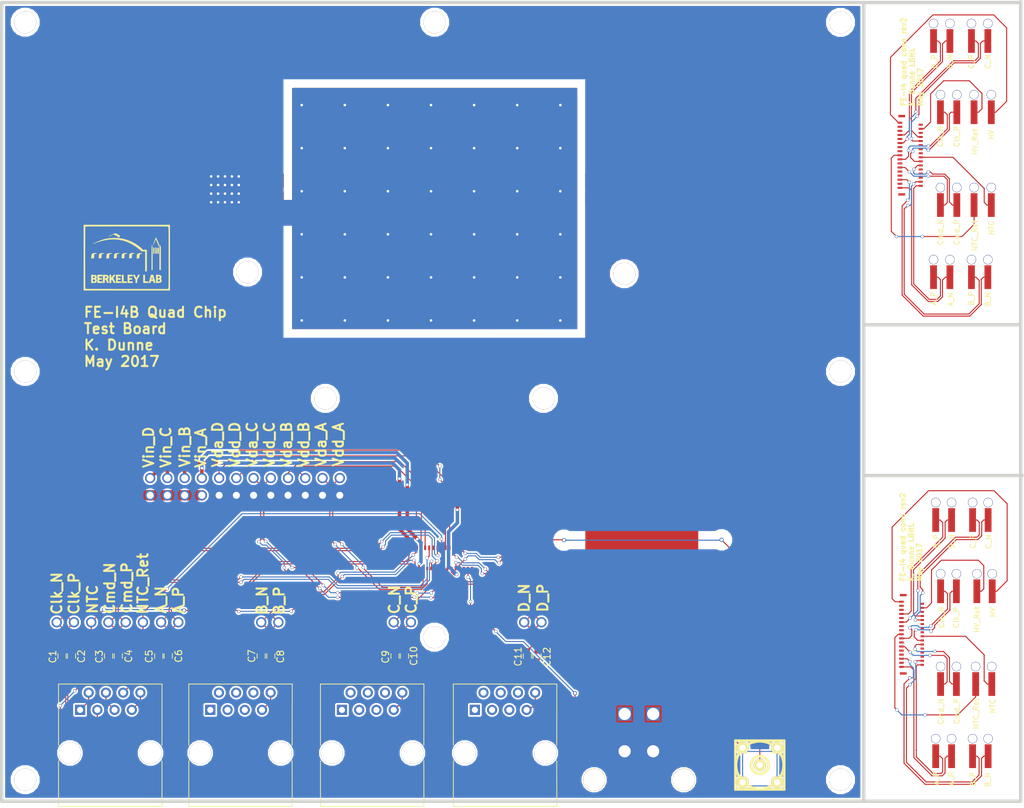
<source format=kicad_pcb>
(kicad_pcb (version 4) (host pcbnew 4.0.5)
  (layers (0 F.Cu signal) (31 B.Cu signal) (34 B.Paste user hide) (35 F.Paste user hide) (36 B.SilkS user hide) (37 F.SilkS user) (38 B.Mask user) (39 F.Mask user) (44 Edge.Cuts user))
  (net 0 "")
  (net 1 /Clk_N)
  (net 2 /Clk_P)
  (net 3 /NTC)
  (net 4 /Cmd_N)
  (net 5 /Cmd_P)
  (net 6 /NTC_Ret)
  (net 7 /A_N)
  (net 8 /A_P)
  (net 9 "Net-(J2-Pad1)")
  (net 10 "Net-(J2-Pad2)")
  (net 11 "Net-(J2-Pad3)")
  (net 12 "Net-(J2-Pad4)")
  (net 13 "Net-(J2-Pad5)")
  (net 14 "Net-(J2-Pad6)")
  (net 15 /B_N)
  (net 16 /B_P)
  (net 17 "Net-(J3-Pad1)")
  (net 18 "Net-(J3-Pad2)")
  (net 19 "Net-(J3-Pad3)")
  (net 20 "Net-(J3-Pad4)")
  (net 21 "Net-(J3-Pad5)")
  (net 22 "Net-(J3-Pad6)")
  (net 23 /C_N)
  (net 24 /C_P)
  (net 25 "Net-(J4-Pad1)")
  (net 26 "Net-(J4-Pad2)")
  (net 27 "Net-(J4-Pad3)")
  (net 28 "Net-(J4-Pad4)")
  (net 29 "Net-(J4-Pad5)")
  (net 30 "Net-(J4-Pad6)")
  (net 31 /D_N)
  (net 32 /D_P)
  (net 33 /Vin_B)
  (net 34 /VDD_D)
  (net 35 /VDA_D)
  (net 36 /Vin_D)
  (net 37 /HV)
  (net 38 /Vin_A)
  (net 39 /VDD_A)
  (net 40 /VDA_A)
  (net 41 /VDD_C)
  (net 42 /VDA_C)
  (net 43 /Vin_C)
  (net 44 /HV_Ret)
  (net 45 /Vin)
  (net 46 /VDD_B)
  (net 47 /VDA_B)
  (net 48 GND)
  (net 49 "Net-(J5-Pad5)")
  (net 50 "Net-(J5-Pad2)")
  (net 51 "Net-(J5-Pad3)")
  (net 52 "Net-(J5-Pad21)")
  (net 53 "Net-(J5-Pad6)")
  (net 54 "Net-(J7-Pad5)")
  (net 55 "Net-(J7-Pad2)")
  (net 56 "Net-(J7-Pad3)")
  (net 57 "Net-(J7-Pad21)")
  (net 58 "Net-(J7-Pad6)")
  (net 59 /HV_Ret_conn)
  (net 60 /HV_conn)
  (net 61 /D_P_conn)
  (net 62 /C_P_conn)
  (net 63 /NTC_Ret_conn)
  (net 64 /Clk_N_conn)
  (net 65 /Cmd_N_conn)
  (net 66 /B_N_conn)
  (net 67 /A_N_conn)
  (net 68 /D_N_conn)
  (net 69 /C_N_conn)
  (net 70 /NTC_conn)
  (net 71 /Clk_P_conn)
  (net 72 /Cmd_P_conn)
  (net 73 /B_P_conn)
  (net 74 /A_P_conn)
  (net 75 "Net-(J7-Pad9)")
  (net 76 "Net-(J7-Pad13)")
  (net 77 "Net-(J7-Pad15)")
  (net 78 "Net-(J7-Pad25)")
  (net 79 "Net-(J7-Pad27)")
  (net 80 "Net-(J7-Pad31)")
  (net 81 "Net-(J7-Pad12)")
  (net 82 "Net-(J7-Pad14)")
  (net 83 "Net-(J7-Pad16)")
  (net 84 "Net-(J7-Pad24)")
  (net 85 "Net-(J7-Pad26)")
  (net 86 "Net-(J7-Pad28)")
  (net 87 /HV_Ret_conn1)
  (net 88 "Net-(J8-Pad5)")
  (net 89 /HV_conn1)
  (net 90 "Net-(J8-Pad2)")
  (net 91 "Net-(J8-Pad3)")
  (net 92 /D_P_conn1)
  (net 93 "Net-(J8-Pad9)")
  (net 94 /C_P_conn1)
  (net 95 "Net-(J8-Pad13)")
  (net 96 "Net-(J8-Pad15)")
  (net 97 /NTC_Ret_conn1)
  (net 98 /Clk_N_conn1)
  (net 99 "Net-(J8-Pad21)")
  (net 100 /Cmd_N_conn1)
  (net 101 "Net-(J8-Pad25)")
  (net 102 "Net-(J8-Pad27)")
  (net 103 /B_N_conn1)
  (net 104 "Net-(J8-Pad31)")
  (net 105 /A_N_conn1)
  (net 106 "Net-(J8-Pad6)")
  (net 107 /D_N_conn1)
  (net 108 /C_N_conn1)
  (net 109 "Net-(J8-Pad12)")
  (net 110 "Net-(J8-Pad14)")
  (net 111 "Net-(J8-Pad16)")
  (net 112 /NTC_conn1)
  (net 113 /Clk_P_conn1)
  (net 114 /Cmd_P_conn1)
  (net 115 "Net-(J8-Pad24)")
  (net 116 "Net-(J8-Pad26)")
  (net 117 "Net-(J8-Pad28)")
  (net 118 /B_P_conn1)
  (net 119 /A_P_conn1)
  (module module:RJ45_8 (layer F.Cu) (at 87.99928 122.174)
    (fp_text reference J1 hide)
    (fp_text value RJ45 hide)
    (pad "" thru_hole circle (at 10.38 6.35) (size 3.25 3.25) (drill 3.25) (layers *.Cu *.Mask))
    (pad "" thru_hole circle (at -1.49 6.35) (size 3.25 3.25) (drill 3.25) (layers *.Cu *.Mask))
    (pad 1 thru_hole rect (at 0 0) (size 1.5 1.5) (drill 0.9) (layers *.Cu *.Mask) (net 2 /Clk_P))
    (pad 2 thru_hole circle (at 1.27 -2.54) (size 1.5 1.5) (drill 0.9) (layers *.Cu *.Mask) (net 1 /Clk_N))
    (pad 3 thru_hole circle (at 2.54 0) (size 1.5 1.5) (drill 0.9) (layers *.Cu *.Mask) (net 3 /NTC))
    (pad 4 thru_hole circle (at 3.81 -2.54) (size 1.5 1.5) (drill 0.9) (layers *.Cu *.Mask) (net 5 /Cmd_P))
    (pad 5 thru_hole circle (at 5.08 0) (size 1.5 1.5) (drill 0.9) (layers *.Cu *.Mask) (net 4 /Cmd_N))
    (pad 6 thru_hole circle (at 6.35 -2.54) (size 1.5 1.5) (drill 0.9) (layers *.Cu *.Mask) (net 6 /NTC_Ret))
    (pad 7 thru_hole circle (at 7.62 0) (size 1.5 1.5) (drill 0.9) (layers *.Cu *.Mask) (net 8 /A_P))
    (pad 8 thru_hole circle (at 8.89 -2.54) (size 1.5 1.5) (drill 0.9) (layers *.Cu *.Mask) (net 7 /A_N))
  )
  (module w_conn_rf:lemo_epb00250ntn (layer F.Cu) (at 188.1378 130.302)
    (fp_text reference J6 hide)
    (fp_text value LEMO2 hide)
    (pad 1 thru_hole circle (at 0 0) (size 1.79832 1.79832) (drill 0.89916) (layers *.Cu *.Mask F.SilkS) (net 37 /HV))
    (pad 2 thru_hole circle (at 2.54 -2.54) (size 1.79578 1.79578) (drill 0.89916) (layers *.Cu *.Mask F.SilkS) (net 44 /HV_Ret))
    (pad 2 thru_hole circle (at -2.54 -2.54) (size 1.79578 1.79578) (drill 0.89916) (layers *.Cu *.Mask F.SilkS) (net 44 /HV_Ret))
    (pad 2 thru_hole circle (at -2.54 2.54) (size 1.79578 1.79578) (drill 0.89916) (layers *.Cu *.Mask F.SilkS) (net 44 /HV_Ret))
    (pad 2 thru_hole circle (at 2.54 2.54) (size 1.79578 1.79578) (drill 0.89916) (layers *.Cu *.Mask F.SilkS) (net 44 /HV_Ret))
  )
  (module module:mounting_hole (layer F.Cu) (at 200.025 132.461)
    (fp_text reference REF** hide)
    (fp_text value 1pin hide)
    (pad 1 thru_hole circle (at 0 0) (size 3.25 3.25) (drill 3.25) (layers *.Cu *.Mask))
  )
  (module module:mounting_hole (layer F.Cu) (at 79.91348 132.461)
    (fp_text reference REF** hide)
    (fp_text value 1pin hide)
    (pad 1 thru_hole circle (at 0 0) (size 3.25 3.25) (drill 3.25) (layers *.Cu *.Mask))
  )
  (module module:mounting_hole (layer F.Cu) (at 140.208 111.4552)
    (fp_text reference REF** hide)
    (fp_text value 1pin hide)
    (pad 1 thru_hole circle (at 0 0) (size 3.25 3.25) (drill 3.25) (layers *.Cu *.Mask))
  )
  (module module:data_header (layer F.Cu) (at 153.42616 109.25556)
    (fp_text reference U6 hide)
    (fp_text value data_header hide)
    (pad 2 thru_hole circle (at 2.54 0) (size 1.524 1.524) (drill 1.04) (layers *.Cu *.Mask) (net 32 /D_P))
    (pad 1 thru_hole circle (at 0 0) (size 1.524 1.524) (drill 1.04) (layers *.Cu *.Mask) (net 31 /D_N))
  )
  (module module:mounting_hole (layer F.Cu) (at 140.23227 20.8026)
    (fp_text reference REF** hide)
    (fp_text value 1pin hide)
    (pad 1 thru_hole circle (at 0 0) (size 3.25 3.25) (drill 3.25) (layers *.Cu *.Mask))
  )
  (module module:term (layer F.Cu) (at 222.37434 104.67942 90)
    (fp_text reference U16 hide)
    (fp_text value term hide)
    (pad 1 smd rect (at -0.00254 0 90) (size 3.5 1) (layers F.Cu F.Paste F.Mask) (net 60 /HV_conn))
    (pad e thru_hole circle (at 2.57556 0 90) (size 1.3716 1.3716) (drill 1.27) (layers *.Cu *.Mask))
  )
  (module module:term (layer F.Cu) (at 214.76958 104.67942 90)
    (fp_text reference U12 hide)
    (fp_text value term hide)
    (pad 1 smd rect (at -0.00254 0 90) (size 3.5 1) (layers F.Cu F.Paste F.Mask) (net 64 /Clk_N_conn))
    (pad e thru_hole circle (at 2.57556 0 90) (size 1.3716 1.3716) (drill 1.27) (layers *.Cu *.Mask))
  )
  (module module:term (layer F.Cu) (at 217.09622 104.67942 90)
    (fp_text reference U23 hide)
    (fp_text value term hide)
    (pad 1 smd rect (at -0.00254 0 90) (size 3.5 1) (layers F.Cu F.Paste F.Mask) (net 71 /Clk_P_conn))
    (pad e thru_hole circle (at 2.57556 0 90) (size 1.3716 1.3716) (drill 1.27) (layers *.Cu *.Mask))
  )
  (module module:term (layer F.Cu) (at 220.10866 104.67942 90)
    (fp_text reference U19 hide)
    (fp_text value term hide)
    (pad 1 smd rect (at -0.00254 0 90) (size 3.5 1) (layers F.Cu F.Paste F.Mask) (net 59 /HV_Ret_conn))
    (pad e thru_hole circle (at 2.57556 0 90) (size 1.3716 1.3716) (drill 1.27) (layers *.Cu *.Mask))
  )
  (module module:conn (layer F.Cu) (at 212.06702 106.52914 270)
    (fp_text reference J7 hide)
    (fp_text value Connector_Conn hide)
    (pad 34 smd rect (at -1.275 2.8 270) (size 0.35 1) (layers F.Cu F.Paste F.Mask))
    (pad 4 smd rect (at 0.6 0 270) (size 0.3 0.5) (layers F.Cu F.Paste F.Mask) (net 59 /HV_Ret_conn))
    (pad 5 smd rect (at 0.9 3.065 270) (size 0.3 0.67) (layers F.Cu F.Paste F.Mask) (net 54 "Net-(J7-Pad5)"))
    (pad 1 smd rect (at -0.3 3.065 270) (size 0.3 0.67) (layers F.Cu F.Paste F.Mask) (net 60 /HV_conn))
    (pad 2 smd rect (at 0 0 270) (size 0.3 0.5) (layers F.Cu F.Paste F.Mask) (net 55 "Net-(J7-Pad2)"))
    (pad 3 smd rect (at 0.3 3.065 270) (size 0.3 0.67) (layers F.Cu F.Paste F.Mask) (net 56 "Net-(J7-Pad3)"))
    (pad 7 smd rect (at 1.5 3.065 270) (size 0.3 0.67) (layers F.Cu F.Paste F.Mask) (net 61 /D_P_conn))
    (pad 9 smd rect (at 2.1 3.065 270) (size 0.3 0.67) (layers F.Cu F.Paste F.Mask) (net 75 "Net-(J7-Pad9)"))
    (pad 11 smd rect (at 2.7 3.065 270) (size 0.3 0.67) (layers F.Cu F.Paste F.Mask) (net 62 /C_P_conn))
    (pad 13 smd rect (at 3.3 3.065 270) (size 0.3 0.67) (layers F.Cu F.Paste F.Mask) (net 76 "Net-(J7-Pad13)"))
    (pad 15 smd rect (at 3.9 3.065 270) (size 0.3 0.67) (layers F.Cu F.Paste F.Mask) (net 77 "Net-(J7-Pad15)"))
    (pad 17 smd rect (at 4.5 3.065 270) (size 0.3 0.67) (layers F.Cu F.Paste F.Mask) (net 63 /NTC_Ret_conn))
    (pad 19 smd rect (at 5.1 3.065 270) (size 0.3 0.67) (layers F.Cu F.Paste F.Mask) (net 64 /Clk_N_conn))
    (pad 21 smd rect (at 5.7 3.065 270) (size 0.3 0.67) (layers F.Cu F.Paste F.Mask) (net 57 "Net-(J7-Pad21)"))
    (pad 23 smd rect (at 6.3 3.065 270) (size 0.3 0.67) (layers F.Cu F.Paste F.Mask) (net 65 /Cmd_N_conn))
    (pad 25 smd rect (at 6.9 3.065 270) (size 0.3 0.67) (layers F.Cu F.Paste F.Mask) (net 78 "Net-(J7-Pad25)"))
    (pad 27 smd rect (at 7.5 3.065 270) (size 0.3 0.67) (layers F.Cu F.Paste F.Mask) (net 79 "Net-(J7-Pad27)"))
    (pad 29 smd rect (at 8.1 3.065 270) (size 0.3 0.67) (layers F.Cu F.Paste F.Mask) (net 66 /B_N_conn))
    (pad 31 smd rect (at 8.7 3.065 270) (size 0.3 0.67) (layers F.Cu F.Paste F.Mask) (net 80 "Net-(J7-Pad31)"))
    (pad 33 smd rect (at 9.3 3.065 270) (size 0.3 0.67) (layers F.Cu F.Paste F.Mask) (net 67 /A_N_conn))
    (pad 6 smd rect (at 1.2 0 270) (size 0.3 0.5) (layers F.Cu F.Paste F.Mask) (net 58 "Net-(J7-Pad6)"))
    (pad 8 smd rect (at 1.8 0 270) (size 0.3 0.5) (layers F.Cu F.Paste F.Mask) (net 68 /D_N_conn))
    (pad 10 smd rect (at 2.4 0 270) (size 0.3 0.5) (layers F.Cu F.Paste F.Mask) (net 69 /C_N_conn))
    (pad 12 smd rect (at 3 0 270) (size 0.3 0.5) (layers F.Cu F.Paste F.Mask) (net 81 "Net-(J7-Pad12)"))
    (pad 14 smd rect (at 3.6 0 270) (size 0.3 0.5) (layers F.Cu F.Paste F.Mask) (net 82 "Net-(J7-Pad14)"))
    (pad 16 smd rect (at 4.2 0 270) (size 0.3 0.5) (layers F.Cu F.Paste F.Mask) (net 83 "Net-(J7-Pad16)"))
    (pad 18 smd rect (at 4.8 0 270) (size 0.3 0.5) (layers F.Cu F.Paste F.Mask) (net 70 /NTC_conn))
    (pad 20 smd rect (at 5.4 0 270) (size 0.3 0.5) (layers F.Cu F.Paste F.Mask) (net 71 /Clk_P_conn))
    (pad 22 smd rect (at 6 0 270) (size 0.3 0.5) (layers F.Cu F.Paste F.Mask) (net 72 /Cmd_P_conn))
    (pad 24 smd rect (at 6.6 0 270) (size 0.3 0.5) (layers F.Cu F.Paste F.Mask) (net 84 "Net-(J7-Pad24)"))
    (pad 26 smd rect (at 7.2 0 270) (size 0.3 0.5) (layers F.Cu F.Paste F.Mask) (net 85 "Net-(J7-Pad26)"))
    (pad 28 smd rect (at 7.8 0 270) (size 0.3 0.5) (layers F.Cu F.Paste F.Mask) (net 86 "Net-(J7-Pad28)"))
    (pad 30 smd rect (at 8.4 0 270) (size 0.3 0.5) (layers F.Cu F.Paste F.Mask) (net 73 /B_P_conn))
    (pad 32 smd rect (at 9 0 270) (size 0.3 0.5) (layers F.Cu F.Paste F.Mask) (net 74 /A_P_conn))
    (pad 35 smd rect (at 10.27 2.8 270) (size 0.35 1) (layers F.Cu F.Paste F.Mask))
  )
  (module module:term (layer F.Cu) (at 216.38502 94.17906 90)
    (fp_text reference U18 hide)
    (fp_text value term hide)
    (pad 1 smd rect (at -0.00254 0 90) (size 3.5 1) (layers F.Cu F.Paste F.Mask) (net 68 /D_N_conn))
    (pad e thru_hole circle (at 2.57556 0 90) (size 1.3716 1.3716) (drill 1.27) (layers *.Cu *.Mask))
  )
  (module module:term (layer F.Cu) (at 219.47874 94.17906 90)
    (fp_text reference U14 hide)
    (fp_text value term hide)
    (pad 1 smd rect (at -0.00254 0 90) (size 3.5 1) (layers F.Cu F.Paste F.Mask) (net 62 /C_P_conn))
    (pad e thru_hole circle (at 2.57556 0 90) (size 1.3716 1.3716) (drill 1.27) (layers *.Cu *.Mask))
  )
  (module module:term (layer F.Cu) (at 221.76982 94.17906 90)
    (fp_text reference U17 hide)
    (fp_text value term hide)
    (pad 1 smd rect (at -0.00254 0 90) (size 3.5 1) (layers F.Cu F.Paste F.Mask) (net 69 /C_N_conn))
    (pad e thru_hole circle (at 2.57556 0 90) (size 1.3716 1.3716) (drill 1.27) (layers *.Cu *.Mask))
  )
  (module module:term (layer F.Cu) (at 214.04822 94.17906 90)
    (fp_text reference U15 hide)
    (fp_text value term hide)
    (pad 1 smd rect (at -0.00254 0 90) (size 3.5 1) (layers F.Cu F.Paste F.Mask) (net 61 /D_P_conn))
    (pad e thru_hole circle (at 2.57556 0 90) (size 1.3716 1.3716) (drill 1.27) (layers *.Cu *.Mask))
  )
  (module module:term (layer F.Cu) (at 222.3083 118.35986 90)
    (fp_text reference U24 hide)
    (fp_text value term hide)
    (pad 1 smd rect (at -0.00254 0 90) (size 3.5 1) (layers F.Cu F.Paste F.Mask) (net 70 /NTC_conn))
    (pad e thru_hole circle (at 2.57556 0 90) (size 1.3716 1.3716) (drill 1.27) (layers *.Cu *.Mask))
  )
  (module module:term (layer F.Cu) (at 217.09622 118.35986 90)
    (fp_text reference U22 hide)
    (fp_text value term hide)
    (pad 1 smd rect (at -0.00254 0 90) (size 3.5 1) (layers F.Cu F.Paste F.Mask) (net 72 /Cmd_P_conn))
    (pad e thru_hole circle (at 2.57556 0 90) (size 1.3716 1.3716) (drill 1.27) (layers *.Cu *.Mask))
  )
  (module module:term (layer F.Cu) (at 219.93594 118.35986 90)
    (fp_text reference U13 hide)
    (fp_text value term hide)
    (pad 1 smd rect (at -0.00254 0 90) (size 3.5 1) (layers F.Cu F.Paste F.Mask) (net 63 /NTC_Ret_conn))
    (pad e thru_hole circle (at 2.57556 0 90) (size 1.3716 1.3716) (drill 1.27) (layers *.Cu *.Mask))
  )
  (module module:term (layer F.Cu) (at 219.47874 128.9923 90)
    (fp_text reference U21 hide)
    (fp_text value term hide)
    (pad 1 smd rect (at -0.00254 0 90) (size 3.5 1) (layers F.Cu F.Paste F.Mask) (net 73 /B_P_conn))
    (pad e thru_hole circle (at 2.57556 0 90) (size 1.3716 1.3716) (drill 1.27) (layers *.Cu *.Mask))
  )
  (module module:term (layer F.Cu) (at 214.04822 128.9923 90)
    (fp_text reference U20 hide)
    (fp_text value term hide)
    (pad 1 smd rect (at -0.00254 0 90) (size 3.5 1) (layers F.Cu F.Paste F.Mask) (net 74 /A_P_conn))
    (pad e thru_hole circle (at 2.57556 0 90) (size 1.3716 1.3716) (drill 1.27) (layers *.Cu *.Mask))
  )
  (module module:term (layer F.Cu) (at 214.76958 118.3624 90)
    (fp_text reference U11 hide)
    (fp_text value term hide)
    (pad 1 smd rect (at -0.00254 0 90) (size 3.5 1) (layers F.Cu F.Paste F.Mask) (net 65 /Cmd_N_conn))
    (pad e thru_hole circle (at 2.57556 0 90) (size 1.3716 1.3716) (drill 1.27) (layers *.Cu *.Mask))
  )
  (module module:term (layer F.Cu) (at 216.38502 128.9923 90)
    (fp_text reference U9 hide)
    (fp_text value term hide)
    (pad 1 smd rect (at -0.00254 0 90) (size 3.5 1) (layers F.Cu F.Paste F.Mask) (net 67 /A_N_conn))
    (pad e thru_hole circle (at 2.57556 0 90) (size 1.3716 1.3716) (drill 1.27) (layers *.Cu *.Mask))
  )
  (module module:term (layer F.Cu) (at 221.76982 128.9923 90)
    (fp_text reference U10 hide)
    (fp_text value term hide)
    (pad 1 smd rect (at -0.00254 0 90) (size 3.5 1) (layers F.Cu F.Paste F.Mask) (net 66 /B_N_conn))
    (pad e thru_hole circle (at 2.57556 0 90) (size 1.3716 1.3716) (drill 1.27) (layers *.Cu *.Mask))
  )
  (module module:mounting_hole (layer F.Cu) (at 168.1734 57.8866)
    (fp_text reference REF** hide)
    (fp_text value 1pin hide)
    (pad 1 thru_hole circle (at 0 0) (size 3.25 3.25) (drill 3.25) (layers *.Cu *.Mask))
  )
  (module module:mounting_hole (layer F.Cu) (at 79.91348 72.27824)
    (fp_text reference REF** hide)
    (fp_text value 1pin hide)
    (pad 1 thru_hole circle (at 0 0) (size 3.25 3.25) (drill 3.25) (layers *.Cu *.Mask))
  )
  (module module:mounting_hole (layer F.Cu) (at 200.025 72.27824)
    (fp_text reference REF** hide)
    (fp_text value 1pin hide)
    (pad 1 thru_hole circle (at 0 0) (size 3.25 3.25) (drill 3.25) (layers *.Cu *.Mask))
  )
  (module module:mounting_hole (layer F.Cu) (at 200.025 20.828)
    (fp_text reference REF** hide)
    (fp_text value 1pin hide)
    (pad 1 thru_hole circle (at 0 0) (size 3.25 3.25) (drill 3.25) (layers *.Cu *.Mask))
  )
  (module module:mounting_hole (layer F.Cu) (at 79.91348 20.8026)
    (fp_text reference REF** hide)
    (fp_text value 1pin hide)
    (pad 1 thru_hole circle (at 0 0) (size 3.25 3.25) (drill 3.25) (layers *.Cu *.Mask))
  )
  (module module:mounting_hole (layer F.Cu) (at 156.27096 76.2508)
    (fp_text reference REF** hide)
    (fp_text value 1pin hide)
    (pad 1 thru_hole circle (at 0 0) (size 3.25 3.25) (drill 3.25) (layers *.Cu *.Mask))
  )
  (module module:mounting_hole (layer F.Cu) (at 124.12726 76.2508)
    (fp_text reference REF** hide)
    (fp_text value 1pin hide)
    (pad 1 thru_hole circle (at 0 0) (size 3.25 3.25) (drill 3.25) (layers *.Cu *.Mask))
  )
  (module module:header (layer F.Cu) (at 126.25832 90.54084 180)
    (fp_text reference U4 hide)
    (fp_text value header hide)
    (pad 13 thru_hole circle (at 0 0 180) (size 1.524 1.524) (drill 1.04) (layers *.Cu *.Mask) (net 48 GND))
    (pad 14 thru_hole circle (at 2.54 0 180) (size 1.524 1.524) (drill 1.04) (layers *.Cu *.Mask) (net 48 GND))
    (pad 16 thru_hole circle (at 7.62 0 180) (size 1.524 1.524) (drill 1.04) (layers *.Cu *.Mask) (net 48 GND))
    (pad 15 thru_hole circle (at 5.08 0 180) (size 1.524 1.524) (drill 1.04) (layers *.Cu *.Mask) (net 48 GND))
    (pad 17 thru_hole circle (at 10.16 0 180) (size 1.524 1.524) (drill 1.04) (layers *.Cu *.Mask) (net 48 GND))
    (pad 18 thru_hole circle (at 12.7 0 180) (size 1.524 1.524) (drill 1.04) (layers *.Cu *.Mask) (net 48 GND))
    (pad 1 thru_hole circle (at 0 2.54 180) (size 1.524 1.524) (drill 1.04) (layers *.Cu *.Mask) (net 39 /VDD_A))
    (pad 2 thru_hole circle (at 2.54 2.54 180) (size 1.524 1.524) (drill 1.04) (layers *.Cu *.Mask) (net 40 /VDA_A))
    (pad 3 thru_hole circle (at 5.08 2.54 180) (size 1.524 1.524) (drill 1.04) (layers *.Cu *.Mask) (net 46 /VDD_B))
    (pad 4 thru_hole circle (at 7.62 2.54 180) (size 1.524 1.524) (drill 1.04) (layers *.Cu *.Mask) (net 47 /VDA_B))
    (pad 5 thru_hole circle (at 10.16 2.54 180) (size 1.524 1.524) (drill 1.04) (layers *.Cu *.Mask) (net 41 /VDD_C))
    (pad 6 thru_hole circle (at 12.7 2.54 180) (size 1.524 1.524) (drill 1.04) (layers *.Cu *.Mask) (net 42 /VDA_C))
    (pad 10 thru_hole circle (at 22.85492 2.54 180) (size 1.524 1.524) (drill 1.04) (layers *.Cu *.Mask) (net 33 /Vin_B))
    (pad 22 thru_hole circle (at 22.85492 0 180) (size 1.524 1.524) (drill 1.04) (layers *.Cu *.Mask) (net 45 /Vin))
    (pad 12 thru_hole circle (at 27.93492 2.54 180) (size 1.524 1.524) (drill 1.04) (layers *.Cu *.Mask) (net 36 /Vin_D))
    (pad 23 thru_hole circle (at 25.39492 0 180) (size 1.524 1.524) (drill 1.04) (layers *.Cu *.Mask) (net 45 /Vin))
    (pad 11 thru_hole circle (at 25.39492 2.54 180) (size 1.524 1.524) (drill 1.04) (layers *.Cu *.Mask) (net 43 /Vin_C))
    (pad 24 thru_hole circle (at 27.93492 0 180) (size 1.524 1.524) (drill 1.04) (layers *.Cu *.Mask) (net 45 /Vin))
    (pad 9 thru_hole circle (at 20.31492 2.54 180) (size 1.524 1.524) (drill 1.04) (layers *.Cu *.Mask) (net 38 /Vin_A))
    (pad 19 thru_hole circle (at 15.23492 0 180) (size 1.524 1.524) (drill 1.04) (layers *.Cu *.Mask) (net 48 GND))
    (pad 21 thru_hole circle (at 20.31492 0 180) (size 1.524 1.524) (drill 1.04) (layers *.Cu *.Mask) (net 45 /Vin))
    (pad 7 thru_hole circle (at 15.23492 2.54 180) (size 1.524 1.524) (drill 1.04) (layers *.Cu *.Mask) (net 34 /VDD_D))
    (pad 20 thru_hole circle (at 17.77492 0 180) (size 1.524 1.524) (drill 1.04) (layers *.Cu *.Mask) (net 48 GND))
    (pad 8 thru_hole circle (at 17.77492 2.54 180) (size 1.524 1.524) (drill 1.04) (layers *.Cu *.Mask) (net 35 /VDA_D))
  )
  (module module:Power_Pad (layer F.Cu) (at 165.3921 46.74362)
    (fp_text reference U8 hide)
    (fp_text value Solder_Pad hide)
    (pad 2 smd rect (at 0.0381 -0.00762) (size 6 2) (layers F.Cu F.Paste F.Mask) (net 45 /Vin))
    (pad 1 smd rect (at 0.0381 -2.667) (size 6 2) (layers F.Cu F.Paste F.Mask) (net 45 /Vin))
  )
  (module module:Power_Pad (layer F.Cu) (at 114.9731 46.8249)
    (fp_text reference U7 hide)
    (fp_text value Solder_Pad hide)
    (pad 2 smd rect (at 0.0381 -0.00762) (size 6 2) (layers F.Cu F.Paste F.Mask) (net 48 GND))
    (pad 1 smd rect (at 0.0381 -2.667) (size 6 2) (layers F.Cu F.Paste F.Mask) (net 48 GND))
  )
  (module module:conn (layer F.Cu) (at 145.735 101.3376 180)
    (fp_text reference J5 hide)
    (fp_text value Connector_Conn hide)
    (pad 34 smd rect (at -1.275 2.8 180) (size 0.35 1) (layers F.Cu F.Paste F.Mask))
    (pad 4 smd rect (at 0.6 0 180) (size 0.3 0.5) (layers F.Cu F.Paste F.Mask) (net 44 /HV_Ret))
    (pad 5 smd rect (at 0.9 3.065 180) (size 0.3 0.67) (layers F.Cu F.Paste F.Mask) (net 49 "Net-(J5-Pad5)"))
    (pad 1 smd rect (at -0.3 3.065 180) (size 0.3 0.67) (layers F.Cu F.Paste F.Mask) (net 37 /HV))
    (pad 2 smd rect (at 0 0 180) (size 0.3 0.5) (layers F.Cu F.Paste F.Mask) (net 50 "Net-(J5-Pad2)"))
    (pad 3 smd rect (at 0.3 3.065 180) (size 0.3 0.67) (layers F.Cu F.Paste F.Mask) (net 51 "Net-(J5-Pad3)"))
    (pad 7 smd rect (at 1.5 3.065 180) (size 0.3 0.67) (layers F.Cu F.Paste F.Mask) (net 32 /D_P))
    (pad 9 smd rect (at 2.1 3.065 180) (size 0.3 0.67) (layers F.Cu F.Paste F.Mask) (net 36 /Vin_D))
    (pad 11 smd rect (at 2.7 3.065 180) (size 0.3 0.67) (layers F.Cu F.Paste F.Mask) (net 24 /C_P))
    (pad 13 smd rect (at 3.3 3.065 180) (size 0.3 0.67) (layers F.Cu F.Paste F.Mask) (net 34 /VDD_D))
    (pad 15 smd rect (at 3.9 3.065 180) (size 0.3 0.67) (layers F.Cu F.Paste F.Mask) (net 35 /VDA_D))
    (pad 17 smd rect (at 4.5 3.065 180) (size 0.3 0.67) (layers F.Cu F.Paste F.Mask) (net 6 /NTC_Ret))
    (pad 19 smd rect (at 5.1 3.065 180) (size 0.3 0.67) (layers F.Cu F.Paste F.Mask) (net 1 /Clk_N))
    (pad 21 smd rect (at 5.7 3.065 180) (size 0.3 0.67) (layers F.Cu F.Paste F.Mask) (net 52 "Net-(J5-Pad21)"))
    (pad 23 smd rect (at 6.3 3.065 180) (size 0.3 0.67) (layers F.Cu F.Paste F.Mask) (net 4 /Cmd_N))
    (pad 25 smd rect (at 6.9 3.065 180) (size 0.3 0.67) (layers F.Cu F.Paste F.Mask) (net 47 /VDA_B))
    (pad 27 smd rect (at 7.5 3.065 180) (size 0.3 0.67) (layers F.Cu F.Paste F.Mask) (net 46 /VDD_B))
    (pad 29 smd rect (at 8.1 3.065 180) (size 0.3 0.67) (layers F.Cu F.Paste F.Mask) (net 15 /B_N))
    (pad 31 smd rect (at 8.7 3.065 180) (size 0.3 0.67) (layers F.Cu F.Paste F.Mask) (net 33 /Vin_B))
    (pad 33 smd rect (at 9.3 3.065 180) (size 0.3 0.67) (layers F.Cu F.Paste F.Mask) (net 7 /A_N))
    (pad 6 smd rect (at 1.2 0 180) (size 0.3 0.5) (layers F.Cu F.Paste F.Mask) (net 53 "Net-(J5-Pad6)"))
    (pad 8 smd rect (at 1.8 0 180) (size 0.3 0.5) (layers F.Cu F.Paste F.Mask) (net 31 /D_N))
    (pad 10 smd rect (at 2.4 0 180) (size 0.3 0.5) (layers F.Cu F.Paste F.Mask) (net 23 /C_N))
    (pad 12 smd rect (at 3 0 180) (size 0.3 0.5) (layers F.Cu F.Paste F.Mask) (net 43 /Vin_C))
    (pad 14 smd rect (at 3.6 0 180) (size 0.3 0.5) (layers F.Cu F.Paste F.Mask) (net 42 /VDA_C))
    (pad 16 smd rect (at 4.2 0 180) (size 0.3 0.5) (layers F.Cu F.Paste F.Mask) (net 41 /VDD_C))
    (pad 18 smd rect (at 4.8 0 180) (size 0.3 0.5) (layers F.Cu F.Paste F.Mask) (net 3 /NTC))
    (pad 20 smd rect (at 5.4 0 180) (size 0.3 0.5) (layers F.Cu F.Paste F.Mask) (net 2 /Clk_P))
    (pad 22 smd rect (at 6 0 180) (size 0.3 0.5) (layers F.Cu F.Paste F.Mask) (net 5 /Cmd_P))
    (pad 24 smd rect (at 6.6 0 180) (size 0.3 0.5) (layers F.Cu F.Paste F.Mask) (net 40 /VDA_A))
    (pad 26 smd rect (at 7.2 0 180) (size 0.3 0.5) (layers F.Cu F.Paste F.Mask) (net 39 /VDD_A))
    (pad 28 smd rect (at 7.8 0 180) (size 0.3 0.5) (layers F.Cu F.Paste F.Mask) (net 38 /Vin_A))
    (pad 30 smd rect (at 8.4 0 180) (size 0.3 0.5) (layers F.Cu F.Paste F.Mask) (net 16 /B_P))
    (pad 32 smd rect (at 9 0 180) (size 0.3 0.5) (layers F.Cu F.Paste F.Mask) (net 8 /A_P))
    (pad 35 smd rect (at 10.27 2.8 180) (size 0.35 1) (layers F.Cu F.Paste F.Mask))
  )
  (module module:molex (layer F.Cu) (at 168.2242 122.77)
    (fp_text reference M1 hide)
    (fp_text value molex hide)
    (pad 1 thru_hole rect (at 0 0) (size 2 2) (drill 1.8) (layers *.Cu *.Mask) (net 45 /Vin))
    (pad 2 thru_hole rect (at 4.2 0) (size 2 2) (drill 1.8) (layers *.Cu *.Mask) (net 45 /Vin))
    (pad 3 thru_hole rect (at 0 5.5) (size 2 2) (drill 1.8) (layers *.Cu *.Mask) (net 48 GND))
    (pad 4 thru_hole rect (at 4.2 5.5) (size 2 2) (drill 1.8) (layers *.Cu *.Mask) (net 48 GND))
    (pad 5 thru_hole circle (at -4.5 9.7) (size 3.2 3.2) (drill 3.2) (layers *.Cu *.Mask))
    (pad 6 thru_hole circle (at 8.7 9.7) (size 3.2 3.2) (drill 3.2) (layers *.Cu *.Mask))
  )
  (module module:ttc_header (layer F.Cu) (at 84.55914 109.25556)
    (fp_text reference U1 hide)
    (fp_text value TTC_header hide)
    (pad 3 thru_hole circle (at 5.08 0) (size 1.524 1.524) (drill 1.04) (layers *.Cu *.Mask) (net 3 /NTC))
    (pad 2 thru_hole circle (at 2.54 0) (size 1.524 1.524) (drill 1.04) (layers *.Cu *.Mask) (net 2 /Clk_P))
    (pad 1 thru_hole circle (at 0 0) (size 1.524 1.524) (drill 1.04) (layers *.Cu *.Mask) (net 1 /Clk_N))
    (pad 4 thru_hole circle (at 7.62 0) (size 1.524 1.524) (drill 1.04) (layers *.Cu *.Mask) (net 4 /Cmd_N))
    (pad 5 thru_hole circle (at 10.16 0) (size 1.524 1.524) (drill 1.04) (layers *.Cu *.Mask) (net 5 /Cmd_P))
    (pad 6 thru_hole circle (at 12.7 0) (size 1.524 1.524) (drill 1.04) (layers *.Cu *.Mask) (net 6 /NTC_Ret))
  )
  (module module:data_header (layer F.Cu) (at 99.93376 109.25556)
    (fp_text reference U2 hide)
    (fp_text value data_header hide)
    (pad 2 thru_hole circle (at 2.54 0) (size 1.524 1.524) (drill 1.04) (layers *.Cu *.Mask) (net 8 /A_P))
    (pad 1 thru_hole circle (at 0 0) (size 1.524 1.524) (drill 1.04) (layers *.Cu *.Mask) (net 7 /A_N))
  )
  (module module:data_header (layer F.Cu) (at 114.681 109.25556)
    (fp_text reference U3 hide)
    (fp_text value data_header hide)
    (pad 2 thru_hole circle (at 2.54 0) (size 1.524 1.524) (drill 1.04) (layers *.Cu *.Mask) (net 16 /B_P))
    (pad 1 thru_hole circle (at 0 0) (size 1.524 1.524) (drill 1.04) (layers *.Cu *.Mask) (net 15 /B_N))
  )
  (module module:data_header (layer F.Cu) (at 134.20344 109.25556)
    (fp_text reference U5 hide)
    (fp_text value data_header hide)
    (pad 2 thru_hole circle (at 2.54 0) (size 1.524 1.524) (drill 1.04) (layers *.Cu *.Mask) (net 24 /C_P))
    (pad 1 thru_hole circle (at 0 0) (size 1.524 1.524) (drill 1.04) (layers *.Cu *.Mask) (net 23 /C_N))
  )
  (module module:mounting_hole (layer F.Cu) (at 112.6744 57.6326)
    (fp_text reference REF** hide)
    (fp_text value 1pin hide)
    (pad 1 thru_hole circle (at 0 0) (size 3.25 3.25) (drill 3.25) (layers *.Cu *.Mask))
  )
  (module module:conn (layer F.Cu) (at 211.8403 35.91714 270)
    (fp_text reference J8 hide)
    (fp_text value Connector_Conn hide)
    (pad 34 smd rect (at -1.275 2.8 270) (size 0.35 1) (layers F.Cu F.Paste F.Mask))
    (pad 4 smd rect (at 0.6 0 270) (size 0.3 0.6) (layers F.Cu F.Paste F.Mask) (net 87 /HV_Ret_conn1))
    (pad 5 smd rect (at 0.9 3.065 270) (size 0.3 0.7) (layers F.Cu F.Paste F.Mask) (net 88 "Net-(J8-Pad5)"))
    (pad 1 smd rect (at -0.3 3.065 270) (size 0.3 0.7) (layers F.Cu F.Paste F.Mask) (net 89 /HV_conn1))
    (pad 2 smd rect (at 0 0 270) (size 0.3 0.6) (layers F.Cu F.Paste F.Mask) (net 90 "Net-(J8-Pad2)"))
    (pad 3 smd rect (at 0.3 3.065 270) (size 0.3 0.7) (layers F.Cu F.Paste F.Mask) (net 91 "Net-(J8-Pad3)"))
    (pad 7 smd rect (at 1.5 3.065 270) (size 0.3 0.7) (layers F.Cu F.Paste F.Mask) (net 92 /D_P_conn1))
    (pad 9 smd rect (at 2.1 3.065 270) (size 0.3 0.7) (layers F.Cu F.Paste F.Mask) (net 93 "Net-(J8-Pad9)"))
    (pad 11 smd rect (at 2.7 3.065 270) (size 0.3 0.7) (layers F.Cu F.Paste F.Mask) (net 94 /C_P_conn1))
    (pad 13 smd rect (at 3.3 3.065 270) (size 0.3 0.7) (layers F.Cu F.Paste F.Mask) (net 95 "Net-(J8-Pad13)"))
    (pad 15 smd rect (at 3.9 3.065 270) (size 0.3 0.7) (layers F.Cu F.Paste F.Mask) (net 96 "Net-(J8-Pad15)"))
    (pad 17 smd rect (at 4.5 3.065 270) (size 0.3 0.7) (layers F.Cu F.Paste F.Mask) (net 97 /NTC_Ret_conn1))
    (pad 19 smd rect (at 5.1 3.065 270) (size 0.3 0.7) (layers F.Cu F.Paste F.Mask) (net 98 /Clk_N_conn1))
    (pad 21 smd rect (at 5.7 3.065 270) (size 0.3 0.7) (layers F.Cu F.Paste F.Mask) (net 99 "Net-(J8-Pad21)"))
    (pad 23 smd rect (at 6.3 3.065 270) (size 0.3 0.7) (layers F.Cu F.Paste F.Mask) (net 100 /Cmd_N_conn1))
    (pad 25 smd rect (at 6.9 3.065 270) (size 0.3 0.7) (layers F.Cu F.Paste F.Mask) (net 101 "Net-(J8-Pad25)"))
    (pad 27 smd rect (at 7.5 3.065 270) (size 0.3 0.7) (layers F.Cu F.Paste F.Mask) (net 102 "Net-(J8-Pad27)"))
    (pad 29 smd rect (at 8.1 3.065 270) (size 0.3 0.7) (layers F.Cu F.Paste F.Mask) (net 103 /B_N_conn1))
    (pad 31 smd rect (at 8.7 3.065 270) (size 0.3 0.7) (layers F.Cu F.Paste F.Mask) (net 104 "Net-(J8-Pad31)"))
    (pad 33 smd rect (at 9.3 3.065 270) (size 0.3 0.7) (layers F.Cu F.Paste F.Mask) (net 105 /A_N_conn1))
    (pad 6 smd rect (at 1.2 0 270) (size 0.3 0.6) (layers F.Cu F.Paste F.Mask) (net 106 "Net-(J8-Pad6)"))
    (pad 8 smd rect (at 1.8 0 270) (size 0.3 0.6) (layers F.Cu F.Paste F.Mask) (net 107 /D_N_conn1))
    (pad 10 smd rect (at 2.4 0 270) (size 0.3 0.6) (layers F.Cu F.Paste F.Mask) (net 108 /C_N_conn1))
    (pad 12 smd rect (at 3 0 270) (size 0.3 0.6) (layers F.Cu F.Paste F.Mask) (net 109 "Net-(J8-Pad12)"))
    (pad 14 smd rect (at 3.6 0 270) (size 0.3 0.6) (layers F.Cu F.Paste F.Mask) (net 110 "Net-(J8-Pad14)"))
    (pad 16 smd rect (at 4.2 0 270) (size 0.3 0.6) (layers F.Cu F.Paste F.Mask) (net 111 "Net-(J8-Pad16)"))
    (pad 18 smd rect (at 4.8 0 270) (size 0.3 0.6) (layers F.Cu F.Paste F.Mask) (net 112 /NTC_conn1))
    (pad 20 smd rect (at 5.4 0 270) (size 0.3 0.6) (layers F.Cu F.Paste F.Mask) (net 113 /Clk_P_conn1))
    (pad 22 smd rect (at 6 0 270) (size 0.3 0.6) (layers F.Cu F.Paste F.Mask) (net 114 /Cmd_P_conn1))
    (pad 24 smd rect (at 6.6 0 270) (size 0.3 0.6) (layers F.Cu F.Paste F.Mask) (net 115 "Net-(J8-Pad24)"))
    (pad 26 smd rect (at 7.2 0 270) (size 0.3 0.6) (layers F.Cu F.Paste F.Mask) (net 116 "Net-(J8-Pad26)"))
    (pad 28 smd rect (at 7.8 0 270) (size 0.3 0.6) (layers F.Cu F.Paste F.Mask) (net 117 "Net-(J8-Pad28)"))
    (pad 30 smd rect (at 8.4 0 270) (size 0.3 0.6) (layers F.Cu F.Paste F.Mask) (net 118 /B_P_conn1))
    (pad 32 smd rect (at 9 0 270) (size 0.3 0.6) (layers F.Cu F.Paste F.Mask) (net 119 /A_P_conn1))
    (pad 35 smd rect (at 10.27 2.8 270) (size 0.35 1) (layers F.Cu F.Paste F.Mask))
  )
  (module module:term (layer F.Cu) (at 216.1413 58.3803 90)
    (fp_text reference U25 hide)
    (fp_text value term hide)
    (pad 1 smd rect (at -0.00254 0 90) (size 3.5 1) (layers F.Cu F.Paste F.Mask) (net 105 /A_N_conn1))
    (pad e thru_hole circle (at 2.57556 0 90) (size 1.3716 1.3716) (drill 1.27) (layers *.Cu *.Mask))
  )
  (module module:term (layer F.Cu) (at 221.7293 58.3803 90)
    (fp_text reference U26 hide)
    (fp_text value term hide)
    (pad 1 smd rect (at -0.00254 0 90) (size 3.5 1) (layers F.Cu F.Paste F.Mask) (net 103 /B_N_conn1))
    (pad e thru_hole circle (at 2.57556 0 90) (size 1.3716 1.3716) (drill 1.27) (layers *.Cu *.Mask))
  )
  (module module:term (layer F.Cu) (at 214.7443 47.7504 90)
    (fp_text reference U27 hide)
    (fp_text value term hide)
    (pad 1 smd rect (at -0.00254 0 90) (size 3.5 1) (layers F.Cu F.Paste F.Mask) (net 100 /Cmd_N_conn1))
    (pad e thru_hole circle (at 2.57556 0 90) (size 1.3716 1.3716) (drill 1.27) (layers *.Cu *.Mask))
  )
  (module module:term (layer F.Cu) (at 214.7443 34.06742 90)
    (fp_text reference U28 hide)
    (fp_text value term hide)
    (pad 1 smd rect (at -0.00254 0 90) (size 3.5 1) (layers F.Cu F.Paste F.Mask) (net 98 /Clk_N_conn1))
    (pad e thru_hole circle (at 2.57556 0 90) (size 1.3716 1.3716) (drill 1.27) (layers *.Cu *.Mask))
  )
  (module module:term (layer F.Cu) (at 219.6973 47.7504 90)
    (fp_text reference U29 hide)
    (fp_text value term hide)
    (pad 1 smd rect (at -0.00254 0 90) (size 3.5 1) (layers F.Cu F.Paste F.Mask) (net 97 /NTC_Ret_conn1))
    (pad e thru_hole circle (at 2.57556 0 90) (size 1.3716 1.3716) (drill 1.27) (layers *.Cu *.Mask))
  )
  (module module:term (layer F.Cu) (at 219.3163 23.56706 90)
    (fp_text reference U30 hide)
    (fp_text value term hide)
    (pad 1 smd rect (at -0.00254 0 90) (size 3.5 1) (layers F.Cu F.Paste F.Mask) (net 94 /C_P_conn1))
    (pad e thru_hole circle (at 2.57556 0 90) (size 1.3716 1.3716) (drill 1.27) (layers *.Cu *.Mask))
  )
  (module module:term (layer F.Cu) (at 213.7283 23.56706 90)
    (fp_text reference U31 hide)
    (fp_text value term hide)
    (pad 1 smd rect (at -0.00254 0 90) (size 3.5 1) (layers F.Cu F.Paste F.Mask) (net 92 /D_P_conn1))
    (pad e thru_hole circle (at 2.57556 0 90) (size 1.3716 1.3716) (drill 1.27) (layers *.Cu *.Mask))
  )
  (module module:term (layer F.Cu) (at 222.2373 34.06742 90)
    (fp_text reference U32 hide)
    (fp_text value term hide)
    (pad 1 smd rect (at -0.00254 0 90) (size 3.5 1) (layers F.Cu F.Paste F.Mask) (net 89 /HV_conn1))
    (pad e thru_hole circle (at 2.57556 0 90) (size 1.3716 1.3716) (drill 1.27) (layers *.Cu *.Mask))
  )
  (module module:term (layer F.Cu) (at 213.7283 58.3803 90)
    (fp_text reference U33 hide)
    (fp_text value term hide)
    (pad 1 smd rect (at -0.00254 0 90) (size 3.5 1) (layers F.Cu F.Paste F.Mask) (net 119 /A_P_conn1))
    (pad e thru_hole circle (at 2.57556 0 90) (size 1.3716 1.3716) (drill 1.27) (layers *.Cu *.Mask))
  )
  (module module:term (layer F.Cu) (at 219.3163 58.3803 90)
    (fp_text reference U34 hide)
    (fp_text value term hide)
    (pad 1 smd rect (at -0.00254 0 90) (size 3.5 1) (layers F.Cu F.Paste F.Mask) (net 118 /B_P_conn1))
    (pad e thru_hole circle (at 2.57556 0 90) (size 1.3716 1.3716) (drill 1.27) (layers *.Cu *.Mask))
  )
  (module module:term (layer F.Cu) (at 217.1573 47.7504 90)
    (fp_text reference U35 hide)
    (fp_text value term hide)
    (pad 1 smd rect (at -0.00254 0 90) (size 3.5 1) (layers F.Cu F.Paste F.Mask) (net 114 /Cmd_P_conn1))
    (pad e thru_hole circle (at 2.57556 0 90) (size 1.3716 1.3716) (drill 1.27) (layers *.Cu *.Mask))
  )
  (module module:term (layer F.Cu) (at 217.1573 34.06742 90)
    (fp_text reference U36 hide)
    (fp_text value term hide)
    (pad 1 smd rect (at -0.00254 0 90) (size 3.5 1) (layers F.Cu F.Paste F.Mask) (net 113 /Clk_P_conn1))
    (pad e thru_hole circle (at 2.57556 0 90) (size 1.3716 1.3716) (drill 1.27) (layers *.Cu *.Mask))
  )
  (module module:term (layer F.Cu) (at 222.2373 47.7504 90)
    (fp_text reference U37 hide)
    (fp_text value term hide)
    (pad 1 smd rect (at -0.00254 0 90) (size 3.5 1) (layers F.Cu F.Paste F.Mask) (net 112 /NTC_conn1))
    (pad e thru_hole circle (at 2.57556 0 90) (size 1.3716 1.3716) (drill 1.27) (layers *.Cu *.Mask))
  )
  (module module:term (layer F.Cu) (at 221.7293 23.56706 90)
    (fp_text reference U38 hide)
    (fp_text value term hide)
    (pad 1 smd rect (at -0.00254 0 90) (size 3.5 1) (layers F.Cu F.Paste F.Mask) (net 108 /C_N_conn1))
    (pad e thru_hole circle (at 2.57556 0 90) (size 1.3716 1.3716) (drill 1.27) (layers *.Cu *.Mask))
  )
  (module module:term (layer F.Cu) (at 216.1413 23.56706 90)
    (fp_text reference U39 hide)
    (fp_text value term hide)
    (pad 1 smd rect (at -0.00254 0 90) (size 3.5 1) (layers F.Cu F.Paste F.Mask) (net 107 /D_N_conn1))
    (pad e thru_hole circle (at 2.57556 0 90) (size 1.3716 1.3716) (drill 1.27) (layers *.Cu *.Mask))
  )
  (module module:term (layer F.Cu) (at 219.6973 34.06742 90)
    (fp_text reference U40 hide)
    (fp_text value term hide)
    (pad 1 smd rect (at -0.00254 0 90) (size 3.5 1) (layers F.Cu F.Paste F.Mask) (net 87 /HV_Ret_conn1))
    (pad e thru_hole circle (at 2.57556 0 90) (size 1.3716 1.3716) (drill 1.27) (layers *.Cu *.Mask))
  )
  (module lbnl_logo:lbnl_logo_large (layer F.Cu) (at 94.869 55.499)
    (fp_text reference G*** hide)
    (fp_text value LOGO hide)
  )
  (module module:RJ45_8 (layer F.Cu) (at 126.57992 122.174)
    (fp_text reference J2 hide)
    (fp_text value RJ45 hide)
    (pad "" thru_hole circle (at 10.38 6.35) (size 3.25 3.25) (drill 3.25) (layers *.Cu *.Mask))
    (pad "" thru_hole circle (at -1.49 6.35) (size 3.25 3.25) (drill 3.25) (layers *.Cu *.Mask))
    (pad 1 thru_hole rect (at 0 0) (size 1.5 1.5) (drill 0.9) (layers *.Cu *.Mask) (net 9 "Net-(J2-Pad1)"))
    (pad 2 thru_hole circle (at 1.27 -2.54) (size 1.5 1.5) (drill 0.9) (layers *.Cu *.Mask) (net 10 "Net-(J2-Pad2)"))
    (pad 3 thru_hole circle (at 2.54 0) (size 1.5 1.5) (drill 0.9) (layers *.Cu *.Mask) (net 11 "Net-(J2-Pad3)"))
    (pad 4 thru_hole circle (at 3.81 -2.54) (size 1.5 1.5) (drill 0.9) (layers *.Cu *.Mask) (net 12 "Net-(J2-Pad4)"))
    (pad 5 thru_hole circle (at 5.08 0) (size 1.5 1.5) (drill 0.9) (layers *.Cu *.Mask) (net 13 "Net-(J2-Pad5)"))
    (pad 6 thru_hole circle (at 6.35 -2.54) (size 1.5 1.5) (drill 0.9) (layers *.Cu *.Mask) (net 14 "Net-(J2-Pad6)"))
    (pad 7 thru_hole circle (at 7.62 0) (size 1.5 1.5) (drill 0.9) (layers *.Cu *.Mask) (net 24 /C_P))
    (pad 8 thru_hole circle (at 8.89 -2.54) (size 1.5 1.5) (drill 0.9) (layers *.Cu *.Mask) (net 23 /C_N))
  )
  (module module:RJ45_8 (layer F.Cu) (at 107.18448 122.174)
    (fp_text reference J3 hide)
    (fp_text value RJ45 hide)
    (pad "" thru_hole circle (at 10.38 6.35) (size 3.25 3.25) (drill 3.25) (layers *.Cu *.Mask))
    (pad "" thru_hole circle (at -1.49 6.35) (size 3.25 3.25) (drill 3.25) (layers *.Cu *.Mask))
    (pad 1 thru_hole rect (at 0 0) (size 1.5 1.5) (drill 0.9) (layers *.Cu *.Mask) (net 17 "Net-(J3-Pad1)"))
    (pad 2 thru_hole circle (at 1.27 -2.54) (size 1.5 1.5) (drill 0.9) (layers *.Cu *.Mask) (net 18 "Net-(J3-Pad2)"))
    (pad 3 thru_hole circle (at 2.54 0) (size 1.5 1.5) (drill 0.9) (layers *.Cu *.Mask) (net 19 "Net-(J3-Pad3)"))
    (pad 4 thru_hole circle (at 3.81 -2.54) (size 1.5 1.5) (drill 0.9) (layers *.Cu *.Mask) (net 20 "Net-(J3-Pad4)"))
    (pad 5 thru_hole circle (at 5.08 0) (size 1.5 1.5) (drill 0.9) (layers *.Cu *.Mask) (net 21 "Net-(J3-Pad5)"))
    (pad 6 thru_hole circle (at 6.35 -2.54) (size 1.5 1.5) (drill 0.9) (layers *.Cu *.Mask) (net 22 "Net-(J3-Pad6)"))
    (pad 7 thru_hole circle (at 7.62 0) (size 1.5 1.5) (drill 0.9) (layers *.Cu *.Mask) (net 16 /B_P))
    (pad 8 thru_hole circle (at 8.89 -2.54) (size 1.5 1.5) (drill 0.9) (layers *.Cu *.Mask) (net 15 /B_N))
  )
  (module module:RJ45_8 (layer F.Cu) (at 146.15824 122.174)
    (fp_text reference J4 hide)
    (fp_text value RJ45 hide)
    (pad "" thru_hole circle (at 10.38 6.35) (size 3.25 3.25) (drill 3.25) (layers *.Cu *.Mask))
    (pad "" thru_hole circle (at -1.49 6.35) (size 3.25 3.25) (drill 3.25) (layers *.Cu *.Mask))
    (pad 1 thru_hole rect (at 0 0) (size 1.5 1.5) (drill 0.9) (layers *.Cu *.Mask) (net 25 "Net-(J4-Pad1)"))
    (pad 2 thru_hole circle (at 1.27 -2.54) (size 1.5 1.5) (drill 0.9) (layers *.Cu *.Mask) (net 26 "Net-(J4-Pad2)"))
    (pad 3 thru_hole circle (at 2.54 0) (size 1.5 1.5) (drill 0.9) (layers *.Cu *.Mask) (net 27 "Net-(J4-Pad3)"))
    (pad 4 thru_hole circle (at 3.81 -2.54) (size 1.5 1.5) (drill 0.9) (layers *.Cu *.Mask) (net 28 "Net-(J4-Pad4)"))
    (pad 5 thru_hole circle (at 5.08 0) (size 1.5 1.5) (drill 0.9) (layers *.Cu *.Mask) (net 29 "Net-(J4-Pad5)"))
    (pad 6 thru_hole circle (at 6.35 -2.54) (size 1.5 1.5) (drill 0.9) (layers *.Cu *.Mask) (net 30 "Net-(J4-Pad6)"))
    (pad 7 thru_hole circle (at 7.62 0) (size 1.5 1.5) (drill 0.9) (layers *.Cu *.Mask) (net 32 /D_P))
    (pad 8 thru_hole circle (at 8.89 -2.54) (size 1.5 1.5) (drill 0.9) (layers *.Cu *.Mask) (net 31 /D_N))
  )
  (module Capacitors_SMD:C_0603 (layer F.Cu) (at 85.344 114.2372 90)
    (fp_text reference C1 (at -0.08566 -1.36652 90) (layer F.SilkS))
    (fp_text value C hide)
    (pad 1 smd rect (at -0.75 0 90) (size 0.8 0.75) (layers F.Cu F.Paste F.Mask) (net 1 /Clk_N))
    (pad 2 smd rect (at 0.75 0 90) (size 0.8 0.75) (layers F.Cu F.Paste F.Mask) (net 1 /Clk_N))
  )
  (module Capacitors_SMD:C_0603 (layer F.Cu) (at 86.741 114.2372 90)
    (fp_text reference C2 (at -0.03994 1.45288 90) (layer F.SilkS))
    (fp_text value C hide)
    (pad 1 smd rect (at -0.75 0 90) (size 0.8 0.75) (layers F.Cu F.Paste F.Mask) (net 2 /Clk_P))
    (pad 2 smd rect (at 0.75 0 90) (size 0.8 0.75) (layers F.Cu F.Paste F.Mask) (net 2 /Clk_P))
  )
  (module Capacitors_SMD:C_0603 (layer F.Cu) (at 92.202 114.2372 90)
    (fp_text reference C3 (at -0.07804 -1.3716 90) (layer F.SilkS))
    (fp_text value C hide)
    (pad 1 smd rect (at -0.75 0 90) (size 0.8 0.75) (layers F.Cu F.Paste F.Mask) (net 4 /Cmd_N))
    (pad 2 smd rect (at 0.75 0 90) (size 0.8 0.75) (layers F.Cu F.Paste F.Mask) (net 4 /Cmd_N))
  )
  (module Capacitors_SMD:C_0603 (layer F.Cu) (at 93.6244 114.2372 90)
    (fp_text reference C4 (at 0 1.524 90) (layer F.SilkS))
    (fp_text value C hide)
    (pad 1 smd rect (at -0.75 0 90) (size 0.8 0.75) (layers F.Cu F.Paste F.Mask) (net 5 /Cmd_P))
    (pad 2 smd rect (at 0.75 0 90) (size 0.8 0.75) (layers F.Cu F.Paste F.Mask) (net 5 /Cmd_P))
  )
  (module Capacitors_SMD:C_0603 (layer F.Cu) (at 99.5934 114.2372 90)
    (fp_text reference C5 (at -0.04248 -1.42748 90) (layer F.SilkS))
    (fp_text value C hide)
    (pad 1 smd rect (at -0.75 0 90) (size 0.8 0.75) (layers F.Cu F.Paste F.Mask) (net 7 /A_N))
    (pad 2 smd rect (at 0.75 0 90) (size 0.8 0.75) (layers F.Cu F.Paste F.Mask) (net 7 /A_N))
  )
  (module Capacitors_SMD:C_0603 (layer F.Cu) (at 100.9904 114.2372 90)
    (fp_text reference C6 (at 0 1.524 90) (layer F.SilkS))
    (fp_text value C hide)
    (pad 1 smd rect (at -0.75 0 90) (size 0.8 0.75) (layers F.Cu F.Paste F.Mask) (net 8 /A_P))
    (pad 2 smd rect (at 0.75 0 90) (size 0.8 0.75) (layers F.Cu F.Paste F.Mask) (net 8 /A_P))
  )
  (module Capacitors_SMD:C_0603 (layer F.Cu) (at 114.681 114.2372 270)
    (fp_text reference C7 (at 0 1.397 270) (layer F.SilkS))
    (fp_text value C hide)
    (pad 1 smd rect (at -0.75 0 270) (size 0.8 0.75) (layers F.Cu F.Paste F.Mask) (net 15 /B_N))
    (pad 2 smd rect (at 0.75 0 270) (size 0.8 0.75) (layers F.Cu F.Paste F.Mask) (net 15 /B_N))
  )
  (module Capacitors_SMD:C_0603 (layer F.Cu) (at 116.1034 114.2372 270)
    (fp_text reference C8 (at 0.0762 -1.4224 270) (layer F.SilkS))
    (fp_text value C hide)
    (pad 1 smd rect (at -0.75 0 270) (size 0.8 0.75) (layers F.Cu F.Paste F.Mask) (net 16 /B_P))
    (pad 2 smd rect (at 0.75 0 270) (size 0.8 0.75) (layers F.Cu F.Paste F.Mask) (net 16 /B_P))
  )
  (module Capacitors_SMD:C_0603 (layer F.Cu) (at 134.3914 114.2372 90)
    (fp_text reference C9 (at -0.115 -1.397 90) (layer F.SilkS))
    (fp_text value C hide)
    (pad 1 smd rect (at -0.75 0 90) (size 0.8 0.75) (layers F.Cu F.Paste F.Mask) (net 23 /C_N))
    (pad 2 smd rect (at 0.75 0 90) (size 0.8 0.75) (layers F.Cu F.Paste F.Mask) (net 23 /C_N))
  )
  (module Capacitors_SMD:C_0603 (layer F.Cu) (at 135.7884 114.2372 270)
    (fp_text reference C10 (at -0.0254 -1.3716 270) (layer F.SilkS))
    (fp_text value C hide)
    (pad 1 smd rect (at -0.75 0 270) (size 0.8 0.75) (layers F.Cu F.Paste F.Mask) (net 24 /C_P))
    (pad 2 smd rect (at 0.75 0 270) (size 0.8 0.75) (layers F.Cu F.Paste F.Mask) (net 24 /C_P))
  )
  (module Capacitors_SMD:C_0603 (layer F.Cu) (at 153.8986 114.2372 270)
    (fp_text reference C11 (at 0.0642 1.3716 270) (layer F.SilkS))
    (fp_text value C hide)
    (pad 1 smd rect (at -0.75 0 270) (size 0.8 0.75) (layers F.Cu F.Paste F.Mask) (net 31 /D_N))
    (pad 2 smd rect (at 0.75 0 270) (size 0.8 0.75) (layers F.Cu F.Paste F.Mask) (net 31 /D_N))
  )
  (module Capacitors_SMD:C_0603 (layer F.Cu) (at 155.321 114.2372 270)
    (fp_text reference C12 (at 0.1136 -1.4732 270) (layer F.SilkS))
    (fp_text value C hide)
    (pad 1 smd rect (at -0.75 0 270) (size 0.8 0.75) (layers F.Cu F.Paste F.Mask) (net 32 /D_P))
    (pad 2 smd rect (at 0.75 0 270) (size 0.8 0.75) (layers F.Cu F.Paste F.Mask) (net 32 /D_P))
  )
  (gr_text "FE-I4B Quad Chip\nTest Board\nK. Dunne\nMay 2017" (at 88.392 67.183) (layer F.SilkS) (effects (font (size 1.5 1.5) (thickness 0.3)) (justify left)))
  (gr_text B_N (at 221.7293 61.66358 90) (layer F.SilkS) (effects (font (size 0.762 0.762) (thickness 0.127))))
  (gr_text "FE-I4 quad conn rev2\nK. Dunne LBNL\nMay 2017" (at 210.5533 33.29178 90) (layer F.SilkS) (effects (font (size 0.762 0.762) (thickness 0.1905)) (justify left)))
  (gr_text D_P (at 213.8553 26.61158 90) (layer F.SilkS) (effects (font (size 0.762 0.762) (thickness 0.127))))
  (gr_text D_N (at 216.1413 26.61158 90) (layer F.SilkS) (effects (font (size 0.762 0.762) (thickness 0.127))))
  (gr_text C_P (at 219.3163 26.61158 90) (layer F.SilkS) (effects (font (size 0.762 0.762) (thickness 0.127))))
  (gr_text C_N (at 221.7293 26.61158 90) (layer F.SilkS) (effects (font (size 0.762 0.762) (thickness 0.127))))
  (gr_text Clk_N (at 214.7443 37.66058 90) (layer F.SilkS) (effects (font (size 0.762 0.762) (thickness 0.127))))
  (gr_text Clk_P (at 217.1573 37.66058 90) (layer F.SilkS) (effects (font (size 0.762 0.762) (thickness 0.127))))
  (gr_text HV_Ret (at 219.8243 38.42258 90) (layer F.SilkS) (effects (font (size 0.762 0.762) (thickness 0.127))))
  (gr_text HV (at 222.2373 37.40658 90) (layer F.SilkS) (effects (font (size 0.762 0.762) (thickness 0.127))))
  (gr_text Cmd_N (at 214.7443 51.75758 90) (layer F.SilkS) (effects (font (size 0.762 0.762) (thickness 0.127))))
  (gr_text Cmd_P (at 217.1573 51.75758 90) (layer F.SilkS) (effects (font (size 0.762 0.762) (thickness 0.127))))
  (gr_text NTC_Ret (at 219.8243 52.26558 90) (layer F.SilkS) (effects (font (size 0.762 0.762) (thickness 0.127))))
  (gr_text NTC (at 222.2373 51.12258 90) (layer F.SilkS) (effects (font (size 0.762 0.762) (thickness 0.127))))
  (gr_text A_P (at 213.7283 61.53658 90) (layer F.SilkS) (effects (font (size 0.762 0.762) (thickness 0.127))))
  (gr_text A_N (at 216.2683 61.66358 90) (layer F.SilkS) (effects (font (size 0.762 0.762) (thickness 0.127))))
  (gr_text B_P (at 219.3163 61.53658 90) (layer F.SilkS) (effects (font (size 0.762 0.762) (thickness 0.127))))
  (gr_text "FE-I4 quad conn rev2\nK. Dunne LBNL\nMay 2017" (at 210.4211 103.34338 90) (layer F.SilkS) (effects (font (size 0.762 0.762) (thickness 0.1905)) (justify left)))
  (gr_line (start 226.822 87.63) (end 203.835 87.63) (layer Edge.Cuts) (width 0.5))
  (gr_text A_P (at 102.47376 106.00436 90) (layer F.SilkS) (effects (font (size 1.5 1.5) (thickness 0.3))))
  (gr_line (start 226.568 65.405) (end 203.454 65.405) (layer Edge.Cuts) (width 0.5))
  (gr_line (start 226.568 135.636) (end 226.568 17.78) (layer Edge.Cuts) (width 0.5))
  (gr_text D_P (at 156.1592 105.66908 90) (layer F.SilkS) (effects (font (size 1.5 1.5) (thickness 0.3))))
  (gr_text B_P (at 219.52446 132.3705 90) (layer F.SilkS) (effects (font (size 0.762 0.762) (thickness 0.127))))
  (gr_text NTC (at 222.44546 121.6263 90) (layer F.SilkS) (effects (font (size 0.762 0.762) (thickness 0.127))))
  (gr_text A_N (at 216.3393 132.32478 90) (layer F.SilkS) (effects (font (size 0.762 0.762) (thickness 0.127))))
  (gr_text A_P (at 214.12442 132.2943 90) (layer F.SilkS) (effects (font (size 0.762 0.762) (thickness 0.127))))
  (gr_text Cmd_N (at 214.82546 122.4391 90) (layer F.SilkS) (effects (font (size 0.762 0.762) (thickness 0.127))))
  (gr_text NTC_Ret (at 219.99182 122.73882 90) (layer F.SilkS) (effects (font (size 0.762 0.762) (thickness 0.127))))
  (gr_text Cmd_P (at 217.17242 122.38322 90) (layer F.SilkS) (effects (font (size 0.762 0.762) (thickness 0.127))))
  (gr_text B_N (at 221.71902 132.48226 90) (layer F.SilkS) (effects (font (size 0.762 0.762) (thickness 0.127))))
  (gr_text HV_Ret (at 220.11374 108.87042 90) (layer F.SilkS) (effects (font (size 0.762 0.762) (thickness 0.127))))
  (gr_text HV (at 222.4607 107.78838 90) (layer F.SilkS) (effects (font (size 0.762 0.762) (thickness 0.127))))
  (gr_text C_P (at 219.5397 97.3693 90) (layer F.SilkS) (effects (font (size 0.762 0.762) (thickness 0.127))))
  (gr_text D_P (at 214.15998 97.35914 90) (layer F.SilkS) (effects (font (size 0.762 0.762) (thickness 0.127))))
  (gr_text Clk_N (at 214.90166 108.54022 90) (layer F.SilkS) (effects (font (size 0.762 0.762) (thickness 0.127))))
  (gr_text C_N (at 221.83078 97.38454 90) (layer F.SilkS) (effects (font (size 0.762 0.762) (thickness 0.127))))
  (gr_text D_N (at 216.3901 97.33374 90) (layer F.SilkS) (effects (font (size 0.762 0.762) (thickness 0.127))))
  (gr_text Clk_P (at 217.05558 108.56054 90) (layer F.SilkS) (effects (font (size 0.762 0.762) (thickness 0.127))))
  (gr_line (start 76.454 17.907) (end 76.454 135.636) (layer Edge.Cuts) (width 0.5))
  (gr_text Vin_A (at 105.7656 83.566 90) (layer F.SilkS) (effects (font (size 1.5 1.5) (thickness 0.3))))
  (gr_line (start 226.568 135.636) (end 76.454 135.636) (layer Edge.Cuts) (width 0.5))
  (gr_line (start 226.568 17.907) (end 76.454 17.907) (layer Edge.Cuts) (width 0.5))
  (gr_line (start 203.454 135.636) (end 203.454 17.907) (layer Edge.Cuts) (width 0.5))
  (gr_text Vdd_A (at 126.0348 83.058 90) (layer F.SilkS) (effects (font (size 1.5 1.5) (thickness 0.3))))
  (gr_text Vda_A (at 123.4948 83.058 90) (layer F.SilkS) (effects (font (size 1.5 1.5) (thickness 0.3))))
  (gr_text Vdd_B (at 120.9548 83.058 90) (layer F.SilkS) (effects (font (size 1.5 1.5) (thickness 0.3))))
  (gr_text Vda_B (at 118.4148 83.058 90) (layer F.SilkS) (effects (font (size 1.5 1.5) (thickness 0.3))))
  (gr_text Vdd_C (at 115.8748 83.058 90) (layer F.SilkS) (effects (font (size 1.5 1.5) (thickness 0.3))))
  (gr_text Vda_C (at 113.3348 83.058 90) (layer F.SilkS) (effects (font (size 1.5 1.5) (thickness 0.3))))
  (gr_text Vdd_D (at 110.7948 83.058 90) (layer F.SilkS) (effects (font (size 1.5 1.5) (thickness 0.3))))
  (gr_text Vda_D (at 108.2548 83.058 90) (layer F.SilkS) (effects (font (size 1.5 1.5) (thickness 0.3))))
  (gr_text Vin_B (at 103.4288 83.3882 90) (layer F.SilkS) (effects (font (size 1.5 1.5) (thickness 0.3))))
  (gr_text Vin_C (at 100.6348 83.4644 90) (layer F.SilkS) (effects (font (size 1.5 1.5) (thickness 0.3))))
  (gr_text Vin_D (at 98.0948 83.4644 90) (layer F.SilkS) (effects (font (size 1.5 1.5) (thickness 0.3))))
  (gr_text D_N (at 153.416 105.66908 90) (layer F.SilkS) (effects (font (size 1.5 1.5) (thickness 0.3))))
  (gr_text B_P (at 117.3226 106.0704 90) (layer F.SilkS) (effects (font (size 1.5 1.5) (thickness 0.3))))
  (gr_text C_N (at 134.29488 105.92816 90) (layer F.SilkS) (effects (font (size 1.5 1.5) (thickness 0.3))))
  (gr_text C_P (at 136.779 105.918 90) (layer F.SilkS) (effects (font (size 1.5 1.5) (thickness 0.3))))
  (gr_text B_N (at 114.79784 106.02976 90) (layer F.SilkS) (effects (font (size 1.5 1.5) (thickness 0.3))))
  (gr_text A_N (at 99.90836 105.93832 90) (layer F.SilkS) (effects (font (size 1.5 1.5) (thickness 0.3))))
  (gr_text NTC_Ret (at 97.25152 103.57104 90) (layer F.SilkS) (effects (font (size 1.5 1.5) (thickness 0.3))))
  (gr_text Cmd_P (at 94.88424 104.18572 90) (layer F.SilkS) (effects (font (size 1.5 1.5) (thickness 0.3))))
  (gr_text Cmd_N (at 92.3544 104.25176 90) (layer F.SilkS) (effects (font (size 1.5 1.5) (thickness 0.3))))
  (gr_text NTC (at 89.82456 105.87228 90) (layer F.SilkS) (effects (font (size 1.5 1.5) (thickness 0.3))))
  (gr_text Clk_P (at 87.10168 105.029 90) (layer F.SilkS) (effects (font (size 1.5 1.5) (thickness 0.3))))
  (gr_text Clk_N (at 84.57184 104.99852 90) (layer F.SilkS) (effects (font (size 1.5 1.5) (thickness 0.3))))
  (segment (start 84.55914 109.25556) (end 85.6488 110.34522) (width 0.1524) (layer F.Cu) (net 1))
  (segment (start 85.6488 110.34522) (end 85.6488 111.467526) (width 0.1524) (layer F.Cu) (net 1))
  (segment (start 85.344 113.4872) (end 85.344 113.4622) (width 0.1524) (layer F.Cu) (net 1))
  (segment (start 85.8901 111.708826) (end 85.6488 111.467526) (width 0.1524) (layer F.Cu) (net 1))
  (segment (start 85.344 113.4622) (end 85.8901 112.9161) (width 0.1524) (layer F.Cu) (net 1))
  (segment (start 85.8901 112.9161) (end 85.8901 111.708826) (width 0.1524) (layer F.Cu) (net 1))
  (segment (start 87.061754 123.85328) (end 89.087246 123.85328) (width 0.1524) (layer F.Cu) (net 1))
  (segment (start 89.087246 123.85328) (end 89.4842 123.456326) (width 0.1524) (layer F.Cu) (net 1))
  (segment (start 85.8901 122.681626) (end 87.061754 123.85328) (width 0.1524) (layer F.Cu) (net 1))
  (segment (start 85.8901 115.5583) (end 85.8901 122.681626) (width 0.1524) (layer F.Cu) (net 1))
  (segment (start 85.344 114.9872) (end 85.344 115.0122) (width 0.1524) (layer F.Cu) (net 1))
  (segment (start 85.344 115.0122) (end 85.8901 115.5583) (width 0.1524) (layer F.Cu) (net 1))
  (segment (start 89.4842 123.456326) (end 89.4842 121.1834) (width 0.1524) (layer F.Cu) (net 1))
  (segment (start 89.26928 120.96848) (end 89.26928 119.634) (width 0.1524) (layer F.Cu) (net 1))
  (segment (start 89.4842 121.1834) (end 89.26928 120.96848) (width 0.1524) (layer F.Cu) (net 1))
  (segment (start 140.635 98.2726) (end 140.635 99.34222) (width 0.1524) (layer F.Cu) (net 1))
  (segment (start 140.69822 98.33582) (end 140.635 98.2726) (width 0.1524) (layer F.Cu) (net 1))
  (segment (start 140.635 99.34222) (end 140.69822 99.40544) (width 0.1524) (layer F.Cu) (net 1))
  (via (at 140.69822 99.40544) (size 0.4826) (drill 0.381) (layers F.Cu B.Cu) (net 1))
  (segment (start 140.46708 99.40544) (end 140.21816 99.15652) (width 0.1524) (layer B.Cu) (net 1))
  (segment (start 140.69822 99.40544) (end 140.46708 99.40544) (width 0.1524) (layer B.Cu) (net 1))
  (segment (start 140.69822 99.18446) (end 140.69822 99.40544) (width 0.1524) (layer B.Cu) (net 1))
  (segment (start 140.21816 96.81972) (end 139.45108 96.05264) (width 0.1524) (layer B.Cu) (net 1))
  (segment (start 140.21816 99.15652) (end 140.21816 96.81972) (width 0.1524) (layer B.Cu) (net 1))
  (segment (start 139.45108 96.05264) (end 133.724565 96.05264) (width 0.1524) (layer B.Cu) (net 1))
  (segment (start 133.724565 96.05264) (end 132.421428 97.355777) (width 0.1524) (layer B.Cu) (net 1))
  (via (at 132.421428 97.355777) (size 0.4826) (drill 0.381) (layers F.Cu B.Cu) (net 1))
  (segment (start 132.121429 97.655776) (end 132.421428 97.355777) (width 0.1524) (layer F.Cu) (net 1))
  (segment (start 132.072759 98.152841) (end 132.072759 97.704446) (width 0.1524) (layer F.Cu) (net 1))
  (segment (start 132.072759 97.704446) (end 132.121429 97.655776) (width 0.1524) (layer F.Cu) (net 1))
  (segment (start 131.921328 98.304272) (end 132.072759 98.152841) (width 0.1524) (layer F.Cu) (net 1))
  (segment (start 93.834027 98.35199) (end 131.921328 98.35199) (width 0.1524) (layer F.Cu) (net 1))
  (segment (start 131.921328 98.35199) (end 131.921328 98.304272) (width 0.1524) (layer F.Cu) (net 1))
  (segment (start 85.62848 106.557537) (end 93.834027 98.35199) (width 0.1524) (layer F.Cu) (net 1))
  (segment (start 85.62848 108.34116) (end 85.62848 106.557537) (width 0.1524) (layer F.Cu) (net 1))
  (segment (start 85.333879 108.635761) (end 85.62848 108.34116) (width 0.1524) (layer F.Cu) (net 1))
  (segment (start 85.321139 108.635761) (end 85.333879 108.635761) (width 0.1524) (layer F.Cu) (net 1))
  (segment (start 85.344 113.296) (end 85.344 113.284) (width 0.1524) (layer F.Cu) (net 1))
  (segment (start 84.55914 109.39776) (end 85.321139 108.635761) (width 0.1524) (layer F.Cu) (net 1))
  (segment (start 86.1949 111.582574) (end 85.953607 111.341267) (width 0.1524) (layer F.Cu) (net 2))
  (segment (start 85.953607 111.341267) (end 85.9536 111.341274) (width 0.1524) (layer F.Cu) (net 2))
  (segment (start 87.09914 109.25556) (end 85.953607 110.401093) (width 0.1524) (layer F.Cu) (net 2))
  (segment (start 85.953607 110.401093) (end 85.953607 111.341267) (width 0.1524) (layer F.Cu) (net 2))
  (segment (start 86.741 113.4872) (end 86.741 113.4622) (width 0.1524) (layer F.Cu) (net 2))
  (segment (start 86.741 113.4622) (end 86.1949 112.9161) (width 0.1524) (layer F.Cu) (net 2))
  (segment (start 86.1949 112.9161) (end 86.1949 111.582574) (width 0.1524) (layer F.Cu) (net 2))
  (segment (start 87.188006 123.54848) (end 88.960994 123.54848) (width 0.1524) (layer F.Cu) (net 2))
  (segment (start 88.960994 123.54848) (end 89.1794 123.330074) (width 0.1524) (layer F.Cu) (net 2))
  (segment (start 86.1949 122.555374) (end 87.188006 123.54848) (width 0.1524) (layer F.Cu) (net 2))
  (segment (start 86.1949 115.5583) (end 86.1949 122.555374) (width 0.1524) (layer F.Cu) (net 2))
  (segment (start 89.1794 123.33006) (end 89.179393 123.330067) (width 0.1524) (layer F.Cu) (net 2))
  (segment (start 89.179393 123.330067) (end 89.1794 123.330074) (width 0.1524) (layer F.Cu) (net 2))
  (segment (start 88.9254 121.2596) (end 89.1032 121.2596) (width 0.1524) (layer F.Cu) (net 2))
  (segment (start 89.1032 121.2596) (end 89.1794 121.3358) (width 0.1524) (layer F.Cu) (net 2))
  (segment (start 89.1794 121.3358) (end 89.1794 123.33006) (width 0.1524) (layer F.Cu) (net 2))
  (segment (start 88.011 122.174) (end 88.9254 121.2596) (width 0.1524) (layer F.Cu) (net 2))
  (segment (start 87.99928 122.174) (end 88.011 122.174) (width 0.1524) (layer F.Cu) (net 2))
  (segment (start 86.741 115.0122) (end 86.1949 115.5583) (width 0.1524) (layer F.Cu) (net 2))
  (segment (start 86.741 114.9872) (end 86.741 115.0122) (width 0.1524) (layer F.Cu) (net 2))
  (segment (start 139.86575 99.485924) (end 140.575852 100.196026) (width 0.1524) (layer B.Cu) (net 2))
  (segment (start 140.575852 100.196026) (end 140.575852 100.319626) (width 0.1524) (layer F.Cu) (net 2))
  (segment (start 140.575852 100.319626) (end 140.335 100.560478) (width 0.1524) (layer F.Cu) (net 2))
  (segment (start 140.563584 100.196026) (end 140.575852 100.196026) (width 0.1524) (layer B.Cu) (net 2))
  (via (at 140.575852 100.196026) (size 0.4826) (drill 0.381) (layers F.Cu B.Cu) (net 2))
  (segment (start 140.335 100.560478) (end 140.335 100.9352) (width 0.1524) (layer F.Cu) (net 2))
  (segment (start 140.335 100.9352) (end 140.335 101.3376) (width 0.1524) (layer F.Cu) (net 2))
  (segment (start 139.305108 96.40505) (end 139.86575 96.965692) (width 0.1524) (layer B.Cu) (net 2))
  (segment (start 139.86575 96.965692) (end 139.86575 99.485924) (width 0.1524) (layer B.Cu) (net 2))
  (segment (start 132.997629 97.277958) (end 133.870537 96.40505) (width 0.1524) (layer B.Cu) (net 2))
  (segment (start 133.870537 96.40505) (end 139.305108 96.40505) (width 0.1524) (layer B.Cu) (net 2))
  (segment (start 132.64896 98.12274) (end 132.997629 97.774071) (width 0.1524) (layer B.Cu) (net 2))
  (segment (start 132.997629 97.774071) (end 132.997629 97.277958) (width 0.1524) (layer B.Cu) (net 2))
  (segment (start 86.868 113.296) (end 86.868 113.271) (width 0.1524) (layer F.Cu) (net 2))
  (segment (start 87.03564 109.25556) (end 87.09914 109.25556) (width 0.1524) (layer F.Cu) (net 2))
  (segment (start 106.3498 98.7044) (end 106.42092 98.7044) (width 0.1524) (layer F.Cu) (net 2))
  (segment (start 85.98089 106.70351) (end 93.98 98.7044) (width 0.1524) (layer F.Cu) (net 2))
  (segment (start 106.42092 98.7044) (end 132.0673 98.7044) (width 0.1524) (layer F.Cu) (net 2))
  (segment (start 93.98 98.7044) (end 106.42092 98.7044) (width 0.1524) (layer F.Cu) (net 2))
  (segment (start 85.98089 107.28198) (end 85.98089 106.70351) (width 0.1524) (layer F.Cu) (net 2))
  (segment (start 87.09914 109.39776) (end 86.337141 108.635761) (width 0.1524) (layer F.Cu) (net 2))
  (segment (start 86.337141 108.635761) (end 86.326941 108.635761) (width 0.1524) (layer F.Cu) (net 2))
  (segment (start 86.326941 108.635761) (end 85.98089 108.28971) (width 0.1524) (layer F.Cu) (net 2))
  (segment (start 85.98089 108.28971) (end 85.98089 107.28198) (width 0.1524) (layer F.Cu) (net 2))
  (segment (start 85.98089 107.28198) (end 85.98154 107.28198) (width 0.1524) (layer F.Cu) (net 2))
  (segment (start 132.0673 98.7044) (end 132.64896 98.12274) (width 0.1524) (layer F.Cu) (net 2))
  (via (at 132.64896 98.12274) (size 0.4826) (drill 0.381) (layers F.Cu B.Cu) (net 2))
  (segment (start 87.1982 119.38) (end 89.63914 116.93906) (width 0.1524) (layer F.Cu) (net 3))
  (segment (start 89.63914 116.93906) (end 89.63914 109.25556) (width 0.1524) (layer F.Cu) (net 3))
  (segment (start 85.09 121.539) (end 87.1982 119.4308) (width 0.1524) (layer B.Cu) (net 3))
  (segment (start 87.1982 119.4308) (end 87.1982 119.38) (width 0.1524) (layer B.Cu) (net 3))
  (via (at 87.1982 119.38) (size 0.4826) (drill 0.381) (layers F.Cu B.Cu) (net 3))
  (segment (start 86.614 124.841) (end 85.09 123.317) (width 0.1524) (layer F.Cu) (net 3))
  (segment (start 85.09 123.317) (end 85.09 121.539) (width 0.1524) (layer F.Cu) (net 3))
  (via (at 85.09 121.539) (size 0.4826) (drill 0.381) (layers F.Cu B.Cu) (net 3))
  (segment (start 89.66396 124.841) (end 86.614 124.841) (width 0.1524) (layer F.Cu) (net 3))
  (segment (start 90.53928 123.96568) (end 89.66396 124.841) (width 0.1524) (layer F.Cu) (net 3))
  (segment (start 90.53928 122.174) (end 90.53928 123.96568) (width 0.1524) (layer F.Cu) (net 3))
  (segment (start 120.653856 106.102104) (end 119.11076 107.6452) (width 0.1524) (layer F.Cu) (net 3))
  (segment (start 140.935 102.67894) (end 137.511836 106.102104) (width 0.1524) (layer F.Cu) (net 3))
  (segment (start 137.511836 106.102104) (end 120.653856 106.102104) (width 0.1524) (layer F.Cu) (net 3))
  (segment (start 140.935 102.67894) (end 140.935 101.3376) (width 0.1524) (layer F.Cu) (net 3))
  (segment (start 103.3018 107.5182) (end 111.21136 107.5182) (width 0.1524) (layer F.Cu) (net 3))
  (segment (start 111.21136 107.5182) (end 111.37392 107.68076) (width 0.1524) (layer F.Cu) (net 3))
  (segment (start 91.5162 107.3912) (end 103.1748 107.3912) (width 0.1524) (layer B.Cu) (net 3))
  (segment (start 103.1748 107.3912) (end 103.3018 107.5182) (width 0.1524) (layer B.Cu) (net 3))
  (via (at 103.3018 107.5182) (size 0.6) (drill 0.4) (layers F.Cu B.Cu) (net 3))
  (segment (start 89.63914 109.25556) (end 91.5035 107.3912) (width 0.1524) (layer F.Cu) (net 3))
  (segment (start 91.5035 107.3912) (end 91.5162 107.3912) (width 0.1524) (layer F.Cu) (net 3))
  (via (at 91.5162 107.3912) (size 0.6) (drill 0.4) (layers F.Cu B.Cu) (net 3))
  (via (at 111.37392 107.68076) (size 0.4826) (drill 0.381) (layers F.Cu B.Cu) (net 3))
  (segment (start 119.11076 107.6452) (end 111.40948 107.6452) (width 0.1524) (layer B.Cu) (net 3))
  (segment (start 111.40948 107.6452) (end 111.37392 107.68076) (width 0.1524) (layer B.Cu) (net 3))
  (via (at 119.11076 107.6452) (size 0.4826) (drill 0.381) (layers F.Cu B.Cu) (net 3))
  (segment (start 92.17914 109.25556) (end 93.2688 110.34522) (width 0.1524) (layer F.Cu) (net 4))
  (segment (start 92.7608 112.179474) (end 92.7608 112.9034) (width 0.1524) (layer F.Cu) (net 4))
  (segment (start 93.2688 110.34522) (end 93.2688 111.671474) (width 0.1524) (layer F.Cu) (net 4))
  (segment (start 92.7608 112.9034) (end 92.202 113.4622) (width 0.1524) (layer F.Cu) (net 4))
  (segment (start 93.2688 111.671474) (end 92.7608 112.179474) (width 0.1524) (layer F.Cu) (net 4))
  (segment (start 92.202 113.4622) (end 92.202 113.4872) (width 0.1524) (layer F.Cu) (net 4))
  (segment (start 92.202 114.9872) (end 92.202 115.0122) (width 0.1524) (layer F.Cu) (net 4))
  (segment (start 92.202 115.0122) (end 92.7608 115.571) (width 0.1524) (layer F.Cu) (net 4))
  (segment (start 92.7608 115.571) (end 92.7608 116.446674) (width 0.1524) (layer F.Cu) (net 4))
  (segment (start 92.7608 116.446674) (end 90.456574 118.7509) (width 0.1524) (layer F.Cu) (net 4))
  (segment (start 90.456574 118.7509) (end 90.456574 120.3393) (width 0.1524) (layer F.Cu) (net 4))
  (segment (start 90.456574 120.3393) (end 91.274987 121.157713) (width 0.1524) (layer F.Cu) (net 4))
  (segment (start 91.274987 121.157713) (end 92.062993 121.157713) (width 0.1524) (layer F.Cu) (net 4))
  (segment (start 92.062993 121.157713) (end 93.07928 122.174) (width 0.1524) (layer F.Cu) (net 4))
  (segment (start 126.000433 103.86379) (end 135.18896 103.86379) (width 0.1524) (layer B.Cu) (net 4))
  (segment (start 135.18896 103.86379) (end 135.528128 103.86379) (width 0.1524) (layer B.Cu) (net 4))
  (segment (start 139.123489 102.872471) (end 138.13217 103.86379) (width 0.1524) (layer B.Cu) (net 4))
  (segment (start 138.13217 103.86379) (end 135.18896 103.86379) (width 0.1524) (layer B.Cu) (net 4))
  (segment (start 139.123489 99.804996) (end 139.123489 102.872471) (width 0.1524) (layer B.Cu) (net 4))
  (segment (start 139.123489 99.804996) (end 139.435 99.493485) (width 0.1524) (layer F.Cu) (net 4))
  (segment (start 139.435 99.493485) (end 139.435 98.2726) (width 0.1524) (layer F.Cu) (net 4))
  (via (at 139.123489 99.804996) (size 0.4826) (drill 0.381) (layers F.Cu B.Cu) (net 4))
  (segment (start 111.694052 102.578142) (end 124.714785 102.578142) (width 0.1524) (layer B.Cu) (net 4))
  (segment (start 124.714785 102.578142) (end 126.000433 103.86379) (width 0.1524) (layer B.Cu) (net 4))
  (segment (start 111.246604 103.02559) (end 111.694052 102.578142) (width 0.1524) (layer F.Cu) (net 4))
  (via (at 111.694052 102.578142) (size 0.4826) (drill 0.381) (layers F.Cu B.Cu) (net 4))
  (segment (start 108.02112 103.02559) (end 110.61446 103.02559) (width 0.1524) (layer F.Cu) (net 4))
  (segment (start 108.02112 103.02559) (end 107.88904 103.02559) (width 0.1524) (layer F.Cu) (net 4))
  (segment (start 107.849747 103.02559) (end 108.02112 103.02559) (width 0.1524) (layer F.Cu) (net 4))
  (segment (start 107.88904 103.02559) (end 108.088507 103.02559) (width 0.1524) (layer F.Cu) (net 4))
  (segment (start 110.61446 103.02559) (end 111.246604 103.02559) (width 0.1524) (layer F.Cu) (net 4))
  (segment (start 96.993787 103.02559) (end 107.88904 103.02559) (width 0.1524) (layer F.Cu) (net 4))
  (segment (start 93.26118 108.30814) (end 93.26118 106.758197) (width 0.1524) (layer F.Cu) (net 4))
  (segment (start 93.26118 106.758197) (end 96.993787 103.02559) (width 0.1524) (layer F.Cu) (net 4))
  (segment (start 92.941139 108.628181) (end 93.26118 108.30814) (width 0.1524) (layer F.Cu) (net 4))
  (segment (start 92.17914 109.39776) (end 92.941139 108.635761) (width 0.1524) (layer F.Cu) (net 4))
  (segment (start 92.941139 108.635761) (end 92.941139 108.628181) (width 0.1524) (layer F.Cu) (net 4))
  (segment (start 92.1766 113.3214) (end 92.1766 113.2964) (width 0.1524) (layer F.Cu) (net 4))
  (segment (start 93.5736 111.797726) (end 93.5736 111.1758) (width 0.1524) (layer F.Cu) (net 5))
  (segment (start 93.5736 111.1758) (end 93.5736 110.6932) (width 0.1524) (layer F.Cu) (net 5))
  (segment (start 94.71914 109.25556) (end 93.5736 110.4011) (width 0.1524) (layer F.Cu) (net 5))
  (segment (start 93.5736 110.4011) (end 93.5736 111.1758) (width 0.1524) (layer F.Cu) (net 5))
  (segment (start 93.6244 113.4872) (end 93.6244 113.4622) (width 0.1524) (layer F.Cu) (net 5))
  (segment (start 93.6244 113.4622) (end 93.0656 112.9034) (width 0.1524) (layer F.Cu) (net 5))
  (segment (start 93.0656 112.9034) (end 93.0656 112.305726) (width 0.1524) (layer F.Cu) (net 5))
  (segment (start 93.0656 112.305726) (end 93.5736 111.797726) (width 0.1524) (layer F.Cu) (net 5))
  (segment (start 91.80928 119.634) (end 91.80928 120.69466) (width 0.1524) (layer F.Cu) (net 5))
  (segment (start 91.80928 120.69466) (end 91.67614 120.8278) (width 0.1524) (layer F.Cu) (net 5))
  (segment (start 91.67614 120.8278) (end 91.37614 120.8278) (width 0.1524) (layer F.Cu) (net 5))
  (segment (start 90.761374 120.213048) (end 91.376126 120.8278) (width 0.1524) (layer F.Cu) (net 5))
  (segment (start 90.761374 118.877152) (end 90.761374 120.213048) (width 0.1524) (layer F.Cu) (net 5))
  (segment (start 93.6244 114.9872) (end 93.6244 115.0122) (width 0.1524) (layer F.Cu) (net 5))
  (segment (start 93.6244 115.0122) (end 93.0656 115.571) (width 0.1524) (layer F.Cu) (net 5))
  (segment (start 93.0656 115.571) (end 93.0656 116.572926) (width 0.1524) (layer F.Cu) (net 5))
  (segment (start 93.0656 116.572926) (end 90.761374 118.877152) (width 0.1524) (layer F.Cu) (net 5))
  (segment (start 125.85446 104.2162) (end 138.278143 104.2162) (width 0.1524) (layer B.Cu) (net 5))
  (segment (start 139.475899 103.018444) (end 139.475899 100.566801) (width 0.1524) (layer B.Cu) (net 5))
  (segment (start 138.278143 104.2162) (end 139.475899 103.018444) (width 0.1524) (layer B.Cu) (net 5))
  (segment (start 139.475899 100.566801) (end 139.77874 100.26396) (width 0.1524) (layer B.Cu) (net 5))
  (segment (start 139.77874 100.26396) (end 139.77874 101.29386) (width 0.1524) (layer F.Cu) (net 5))
  (segment (start 139.77874 101.29386) (end 139.735 101.3376) (width 0.1524) (layer F.Cu) (net 5))
  (via (at 139.77874 100.26396) (size 0.4826) (drill 0.381) (layers F.Cu B.Cu) (net 5))
  (segment (start 112.156648 102.930552) (end 124.568812 102.930552) (width 0.1524) (layer B.Cu) (net 5))
  (segment (start 124.568812 102.930552) (end 125.85446 104.2162) (width 0.1524) (layer B.Cu) (net 5))
  (segment (start 111.7092 103.378) (end 112.156648 102.930552) (width 0.1524) (layer B.Cu) (net 5))
  (via (at 111.7092 103.378) (size 0.4826) (drill 0.381) (layers F.Cu B.Cu) (net 5))
  (segment (start 107.99572 103.378) (end 108.23448 103.378) (width 0.1524) (layer F.Cu) (net 5))
  (segment (start 108.23448 103.378) (end 111.7092 103.378) (width 0.1524) (layer F.Cu) (net 5))
  (segment (start 97.13976 103.378) (end 108.23448 103.378) (width 0.1524) (layer F.Cu) (net 5))
  (segment (start 93.7006 114.8214) (end 93.7006 115.2906) (width 0.1524) (layer F.Cu) (net 5))
  (segment (start 93.61359 106.90417) (end 97.13976 103.378) (width 0.1524) (layer F.Cu) (net 5))
  (segment (start 93.61359 108.29221) (end 93.61359 106.90417) (width 0.1524) (layer F.Cu) (net 5))
  (segment (start 94.71914 109.39776) (end 93.61359 108.29221) (width 0.1524) (layer F.Cu) (net 5))
  (segment (start 93.7006 113.3214) (end 93.7006 113.2964) (width 0.1524) (layer F.Cu) (net 5))
  (segment (start 97.25914 109.25556) (end 97.25914 116.72414) (width 0.1524) (layer F.Cu) (net 6))
  (segment (start 97.25914 116.72414) (end 94.34928 119.634) (width 0.1524) (layer F.Cu) (net 6))
  (segment (start 141.26972 97.00514) (end 141.26972 96.49968) (width 0.1524) (layer B.Cu) (net 6))
  (segment (start 141.26972 97.00514) (end 141.26972 98.23788) (width 0.1524) (layer F.Cu) (net 6))
  (segment (start 141.26972 98.23788) (end 141.235 98.2726) (width 0.1524) (layer F.Cu) (net 6))
  (via (at 141.23924 97.0026) (size 0.4826) (drill 0.381) (layers F.Cu B.Cu) (net 6))
  (segment (start 100.81768 104.31272) (end 111.2774 93.853) (width 0.1524) (layer B.Cu) (net 6))
  (segment (start 111.2774 93.853) (end 111.79048 93.33992) (width 0.1524) (layer B.Cu) (net 6))
  (segment (start 111.87176 93.25864) (end 111.2774 93.853) (width 0.1524) (layer B.Cu) (net 6))
  (segment (start 138.02868 93.25864) (end 111.87176 93.25864) (width 0.1524) (layer B.Cu) (net 6))
  (segment (start 97.25914 107.93984) (end 97.25914 107.87126) (width 0.1524) (layer F.Cu) (net 6))
  (segment (start 97.25914 107.87126) (end 100.81768 104.31272) (width 0.1524) (layer F.Cu) (net 6))
  (via (at 100.81768 104.31272) (size 0.4826) (drill 0.381) (layers F.Cu B.Cu) (net 6))
  (segment (start 97.25914 109.39776) (end 97.25914 107.93984) (width 0.1524) (layer F.Cu) (net 6))
  (segment (start 97.25914 107.93984) (end 97.24644 107.92714) (width 0.1524) (layer F.Cu) (net 6))
  (segment (start 141.26972 96.49968) (end 138.02868 93.25864) (width 0.1524) (layer B.Cu) (net 6))
  (segment (start 101.1174 111.163474) (end 101.1174 110.8456) (width 0.1524) (layer F.Cu) (net 7))
  (segment (start 101.1174 110.8456) (end 101.1174 110.71061) (width 0.1524) (layer F.Cu) (net 7))
  (segment (start 101.1174 110.4392) (end 101.1174 110.8456) (width 0.1524) (layer F.Cu) (net 7))
  (segment (start 99.93376 109.25556) (end 101.1174 110.4392) (width 0.1524) (layer F.Cu) (net 7))
  (segment (start 100.141287 112.139587) (end 101.1174 111.163474) (width 0.1524) (layer F.Cu) (net 7))
  (segment (start 100.141287 112.664373) (end 100.141287 112.139587) (width 0.1524) (layer F.Cu) (net 7))
  (segment (start 100.1395 112.66616) (end 100.141287 112.664373) (width 0.1524) (layer F.Cu) (net 7))
  (segment (start 99.5934 113.4872) (end 99.5934 113.4622) (width 0.1524) (layer F.Cu) (net 7))
  (segment (start 99.5934 113.4622) (end 100.1395 112.9161) (width 0.1524) (layer F.Cu) (net 7))
  (segment (start 100.1395 112.9161) (end 100.1395 112.66616) (width 0.1524) (layer F.Cu) (net 7))
  (segment (start 96.88928 119.634) (end 96.88928 120.96848) (width 0.1524) (layer F.Cu) (net 7))
  (segment (start 100.1395 118.566491) (end 100.1395 115.5583) (width 0.1524) (layer F.Cu) (net 7))
  (segment (start 96.88928 120.96848) (end 97.039991 121.119191) (width 0.1524) (layer F.Cu) (net 7))
  (segment (start 97.039991 121.119191) (end 97.5868 121.119191) (width 0.1524) (layer F.Cu) (net 7))
  (segment (start 97.5868 121.119191) (end 100.1395 118.566491) (width 0.1524) (layer F.Cu) (net 7))
  (segment (start 100.1395 115.5583) (end 99.5934 115.0122) (width 0.1524) (layer F.Cu) (net 7))
  (segment (start 99.5934 115.0122) (end 99.5934 114.9872) (width 0.1524) (layer F.Cu) (net 7))
  (segment (start 136.435 98.2726) (end 136.435 100.0136) (width 0.1524) (layer F.Cu) (net 7))
  (segment (start 136.14335 100.30525) (end 136.02208 100.30525) (width 0.1524) (layer F.Cu) (net 7))
  (segment (start 136.02208 100.30525) (end 135.26581 100.30525) (width 0.1524) (layer F.Cu) (net 7))
  (segment (start 136.435 100.0136) (end 136.14335 100.30525) (width 0.1524) (layer F.Cu) (net 7))
  (segment (start 115.9256 100.30525) (end 136.02208 100.30525) (width 0.1524) (layer F.Cu) (net 7))
  (segment (start 110.5027 105.72815) (end 115.9256 100.30525) (width 0.1524) (layer F.Cu) (net 7))
  (segment (start 102.622427 105.72815) (end 110.5027 105.72815) (width 0.1524) (layer F.Cu) (net 7))
  (segment (start 101.1174 107.233177) (end 102.622427 105.72815) (width 0.1524) (layer F.Cu) (net 7))
  (segment (start 101.1174 108.06176) (end 101.1174 107.233177) (width 0.1524) (layer F.Cu) (net 7))
  (segment (start 100.695759 108.483401) (end 101.1174 108.06176) (width 0.1524) (layer F.Cu) (net 7))
  (segment (start 100.695759 108.493561) (end 100.695759 108.483401) (width 0.1524) (layer F.Cu) (net 7))
  (segment (start 99.93376 109.25556) (end 100.695759 108.493561) (width 0.1524) (layer F.Cu) (net 7))
  (segment (start 99.6442 113.296) (end 99.6442 113.284) (width 0.1524) (layer F.Cu) (net 7))
  (segment (start 102.47376 109.25556) (end 101.4222 110.30712) (width 0.1524) (layer F.Cu) (net 8))
  (segment (start 100.446087 112.790625) (end 100.4443 112.792412) (width 0.1524) (layer F.Cu) (net 8))
  (segment (start 100.4443 112.792412) (end 100.4443 112.9161) (width 0.1524) (layer F.Cu) (net 8))
  (segment (start 101.4222 110.30712) (end 101.4222 111.289726) (width 0.1524) (layer F.Cu) (net 8))
  (segment (start 101.4222 111.289726) (end 100.446087 112.265839) (width 0.1524) (layer F.Cu) (net 8))
  (segment (start 100.446087 112.265839) (end 100.446087 112.790625) (width 0.1524) (layer F.Cu) (net 8))
  (segment (start 100.4443 112.9161) (end 100.9904 113.4622) (width 0.1524) (layer F.Cu) (net 8))
  (segment (start 100.9904 113.4622) (end 100.9904 113.4872) (width 0.1524) (layer F.Cu) (net 8))
  (segment (start 95.61928 122.174) (end 96.369279 121.424001) (width 0.1524) (layer F.Cu) (net 8))
  (segment (start 100.4443 118.702213) (end 100.4443 115.5583) (width 0.1524) (layer F.Cu) (net 8))
  (segment (start 96.369279 121.424001) (end 97.722512 121.424001) (width 0.1524) (layer F.Cu) (net 8))
  (segment (start 97.722512 121.424001) (end 100.4443 118.702213) (width 0.1524) (layer F.Cu) (net 8))
  (segment (start 100.4443 115.5583) (end 100.9904 115.0122) (width 0.1524) (layer F.Cu) (net 8))
  (segment (start 100.9904 115.0122) (end 100.9904 114.9872) (width 0.1524) (layer F.Cu) (net 8))
  (segment (start 136.735 100.75844) (end 136.735 101.3376) (width 0.1524) (layer F.Cu) (net 8))
  (segment (start 136.63422 100.65766) (end 136.735 100.75844) (width 0.1524) (layer F.Cu) (net 8))
  (segment (start 116.071573 100.65766) (end 136.63422 100.65766) (width 0.1524) (layer F.Cu) (net 8))
  (segment (start 110.648673 106.08056) (end 116.071573 100.65766) (width 0.1524) (layer F.Cu) (net 8))
  (segment (start 102.7684 106.08056) (end 110.648673 106.08056) (width 0.1524) (layer F.Cu) (net 8))
  (segment (start 101.46981 107.37915) (end 102.7684 106.08056) (width 0.1524) (layer F.Cu) (net 8))
  (segment (start 101.46981 108.25161) (end 101.46981 107.37915) (width 0.1524) (layer F.Cu) (net 8))
  (segment (start 102.47376 109.25556) (end 101.46981 108.25161) (width 0.1524) (layer F.Cu) (net 8))
  (segment (start 101.092 113.296) (end 101.092 113.2586) (width 0.1524) (layer F.Cu) (net 8))
  (segment (start 114.681 109.25556) (end 115.824 110.39856) (width 0.1524) (layer F.Cu) (net 15))
  (segment (start 115.824 110.39856) (end 115.824 111.773074) (width 0.1524) (layer F.Cu) (net 15))
  (segment (start 115.824 111.773074) (end 115.2398 112.357274) (width 0.1524) (layer F.Cu) (net 15))
  (segment (start 115.2398 112.357274) (end 115.2398 112.9034) (width 0.1524) (layer F.Cu) (net 15))
  (segment (start 115.2398 112.9034) (end 114.681 113.4622) (width 0.1524) (layer F.Cu) (net 15))
  (segment (start 114.681 113.4622) (end 114.681 113.4872) (width 0.1524) (layer F.Cu) (net 15))
  (segment (start 116.07448 119.634) (end 116.07448 120.69466) (width 0.1524) (layer F.Cu) (net 15))
  (segment (start 116.07448 120.69466) (end 116.43622 121.0564) (width 0.1524) (layer F.Cu) (net 15))
  (segment (start 116.43622 121.0564) (end 117.361074 121.0564) (width 0.1524) (layer F.Cu) (net 15))
  (segment (start 117.9322 120.485274) (end 117.361074 121.0564) (width 0.1524) (layer F.Cu) (net 15))
  (segment (start 117.9322 118.554126) (end 117.9322 120.485274) (width 0.1524) (layer F.Cu) (net 15))
  (segment (start 115.2398 115.861726) (end 117.9322 118.554126) (width 0.1524) (layer F.Cu) (net 15))
  (segment (start 115.2398 115.571) (end 115.2398 115.861726) (width 0.1524) (layer F.Cu) (net 15))
  (segment (start 114.681 114.9872) (end 114.681 115.0122) (width 0.1524) (layer F.Cu) (net 15))
  (segment (start 114.681 115.0122) (end 115.2398 115.571) (width 0.1524) (layer F.Cu) (net 15))
  (segment (start 137.096656 99.327543) (end 137.635 98.789199) (width 0.1524) (layer F.Cu) (net 15))
  (segment (start 137.635 98.789199) (end 137.635 98.2726) (width 0.1524) (layer F.Cu) (net 15))
  (segment (start 136.437447 99.769311) (end 136.654888 99.769311) (width 0.1524) (layer B.Cu) (net 15))
  (segment (start 136.654888 99.769311) (end 137.096656 99.327543) (width 0.1524) (layer B.Cu) (net 15))
  (via (at 137.096656 99.327543) (size 0.4826) (drill 0.381) (layers F.Cu B.Cu) (net 15))
  (segment (start 126.436411 101.867071) (end 126.790806 101.867071) (width 0.1524) (layer B.Cu) (net 15))
  (segment (start 134.339687 101.867071) (end 136.437447 99.769311) (width 0.1524) (layer B.Cu) (net 15))
  (segment (start 126.790806 101.867071) (end 134.339687 101.867071) (width 0.1524) (layer B.Cu) (net 15))
  (segment (start 126.017243 102.013341) (end 126.290141 102.013341) (width 0.1524) (layer B.Cu) (net 15))
  (segment (start 126.290141 102.013341) (end 126.436411 101.867071) (width 0.1524) (layer B.Cu) (net 15))
  (segment (start 114.808 113.296) (end 114.808 113.271) (width 0.1524) (layer F.Cu) (net 15))
  (segment (start 114.808 113.296) (end 114.808 113.284) (width 0.1524) (layer F.Cu) (net 15))
  (segment (start 123.86375 104.794127) (end 124.004797 104.65308) (width 0.1524) (layer F.Cu) (net 15))
  (segment (start 124.004797 104.65308) (end 124.192758 104.46512) (width 0.1524) (layer F.Cu) (net 15))
  (segment (start 114.681 109.25556) (end 119.152059 104.784501) (width 0.1524) (layer F.Cu) (net 15))
  (segment (start 119.152059 104.784501) (end 123.873376 104.784501) (width 0.1524) (layer F.Cu) (net 15))
  (segment (start 123.873376 104.784501) (end 124.004797 104.65308) (width 0.1524) (layer F.Cu) (net 15))
  (segment (start 124.192758 104.46512) (end 126.017243 102.640635) (width 0.1524) (layer F.Cu) (net 15))
  (segment (start 126.017243 102.640635) (end 126.017243 102.013341) (width 0.1524) (layer F.Cu) (net 15))
  (via (at 126.017243 102.013341) (size 0.4826) (drill 0.381) (layers F.Cu B.Cu) (net 15))
  (segment (start 117.221 109.25556) (end 117.221 109.2962) (width 0.1524) (layer F.Cu) (net 16))
  (segment (start 117.221 109.2962) (end 116.1288 110.3884) (width 0.1524) (layer F.Cu) (net 16))
  (segment (start 116.1288 110.3884) (end 116.1288 111.899326) (width 0.1524) (layer F.Cu) (net 16))
  (segment (start 116.1288 111.899326) (end 115.5446 112.483526) (width 0.1524) (layer F.Cu) (net 16))
  (segment (start 115.5446 112.483526) (end 115.5446 112.9034) (width 0.1524) (layer F.Cu) (net 16))
  (segment (start 115.5446 112.9034) (end 116.1034 113.4622) (width 0.1524) (layer F.Cu) (net 16))
  (segment (start 116.1034 113.4622) (end 116.1034 113.4872) (width 0.1524) (layer F.Cu) (net 16))
  (segment (start 118.237 120.611526) (end 117.588933 121.259607) (width 0.1524) (layer F.Cu) (net 16))
  (segment (start 117.588933 121.259607) (end 117.487326 121.3612) (width 0.1524) (layer F.Cu) (net 16))
  (segment (start 114.80448 122.174) (end 115.617271 121.361209) (width 0.1524) (layer F.Cu) (net 16))
  (segment (start 115.617271 121.361209) (end 117.487331 121.361209) (width 0.1524) (layer F.Cu) (net 16))
  (segment (start 117.487331 121.361209) (end 117.588933 121.259607) (width 0.1524) (layer F.Cu) (net 16))
  (segment (start 118.237 118.427874) (end 118.237 120.611526) (width 0.1524) (layer F.Cu) (net 16))
  (segment (start 115.5446 115.735474) (end 118.237 118.427874) (width 0.1524) (layer F.Cu) (net 16))
  (segment (start 116.1034 114.9872) (end 116.1034 115.0122) (width 0.1524) (layer F.Cu) (net 16))
  (segment (start 116.1034 115.0122) (end 115.5446 115.571) (width 0.1524) (layer F.Cu) (net 16))
  (segment (start 115.5446 115.571) (end 115.5446 115.735474) (width 0.1524) (layer F.Cu) (net 16))
  (segment (start 137.335 101.3376) (end 137.335 100.2637) (width 0.1524) (layer F.Cu) (net 16))
  (segment (start 137.335 100.2637) (end 137.19302 100.12172) (width 0.1524) (layer F.Cu) (net 16))
  (segment (start 134.485659 102.219481) (end 136.58342 100.12172) (width 0.1524) (layer B.Cu) (net 16))
  (segment (start 136.58342 100.12172) (end 137.19302 100.12172) (width 0.1524) (layer B.Cu) (net 16))
  (via (at 137.19302 100.12172) (size 0.4826) (drill 0.381) (layers F.Cu B.Cu) (net 16))
  (segment (start 126.63678 102.51948) (end 126.936779 102.219481) (width 0.1524) (layer B.Cu) (net 16))
  (segment (start 126.936779 102.219481) (end 134.485659 102.219481) (width 0.1524) (layer B.Cu) (net 16))
  (segment (start 124.21616 104.9401) (end 126.63678 102.51948) (width 0.1524) (layer F.Cu) (net 16))
  (via (at 126.63678 102.51948) (size 0.4826) (drill 0.381) (layers F.Cu B.Cu) (net 16))
  (segment (start 119.292944 105.146536) (end 124.009724 105.146536) (width 0.1524) (layer F.Cu) (net 16))
  (segment (start 124.009724 105.146536) (end 124.21616 104.9401) (width 0.1524) (layer F.Cu) (net 16))
  (segment (start 116.46408 107.9754) (end 119.292944 105.146536) (width 0.1524) (layer F.Cu) (net 16))
  (segment (start 116.46408 108.305602) (end 116.46408 107.9754) (width 0.1524) (layer F.Cu) (net 16))
  (segment (start 116.459001 108.310681) (end 116.46408 108.305602) (width 0.1524) (layer F.Cu) (net 16))
  (segment (start 116.459001 108.493561) (end 116.459001 108.310681) (width 0.1524) (layer F.Cu) (net 16))
  (segment (start 116.332 113.296) (end 116.332 113.2586) (width 0.1524) (layer F.Cu) (net 16))
  (segment (start 117.221 109.25556) (end 116.459001 108.493561) (width 0.1524) (layer F.Cu) (net 16))
  (segment (start 135.255 111.976274) (end 135.255 110.5662) (width 0.1524) (layer F.Cu) (net 23))
  (segment (start 135.255 110.5662) (end 135.255 110.49) (width 0.1524) (layer F.Cu) (net 23))
  (segment (start 134.20344 109.25556) (end 135.25499 110.30711) (width 0.1524) (layer F.Cu) (net 23))
  (segment (start 135.25499 110.30711) (end 135.25499 110.56619) (width 0.1524) (layer F.Cu) (net 23))
  (segment (start 135.25499 110.56619) (end 135.255 110.5662) (width 0.1524) (layer F.Cu) (net 23))
  (segment (start 134.9375 112.9161) (end 134.9375 112.293774) (width 0.1524) (layer F.Cu) (net 23))
  (segment (start 134.3914 113.4872) (end 134.3914 113.4622) (width 0.1524) (layer F.Cu) (net 23))
  (segment (start 134.3914 113.4622) (end 134.9375 112.9161) (width 0.1524) (layer F.Cu) (net 23))
  (segment (start 134.9375 112.293774) (end 135.255 111.976274) (width 0.1524) (layer F.Cu) (net 23))
  (segment (start 135.46992 119.634) (end 135.46992 120.69466) (width 0.1524) (layer F.Cu) (net 23))
  (segment (start 137.046074 121.2596) (end 137.4902 120.815474) (width 0.1524) (layer F.Cu) (net 23))
  (segment (start 135.46992 120.69466) (end 136.03486 121.2596) (width 0.1524) (layer F.Cu) (net 23))
  (segment (start 134.3914 115.0122) (end 134.3914 114.9872) (width 0.1524) (layer F.Cu) (net 23))
  (segment (start 136.03486 121.2596) (end 137.046074 121.2596) (width 0.1524) (layer F.Cu) (net 23))
  (segment (start 137.4902 120.815474) (end 137.4902 118.346798) (width 0.1524) (layer F.Cu) (net 23))
  (segment (start 137.4902 118.346798) (end 134.9375 115.794098) (width 0.1524) (layer F.Cu) (net 23))
  (segment (start 134.9375 115.794098) (end 134.9375 115.5583) (width 0.1524) (layer F.Cu) (net 23))
  (segment (start 134.9375 115.5583) (end 134.3914 115.0122) (width 0.1524) (layer F.Cu) (net 23))
  (segment (start 146.627928 100.85513) (end 145.755833 100.85513) (width 0.1524) (layer B.Cu) (net 23))
  (segment (start 147.119719 101.346921) (end 146.627928 100.85513) (width 0.1524) (layer B.Cu) (net 23))
  (segment (start 147.238798 102.081278) (end 147.119719 101.962199) (width 0.1524) (layer B.Cu) (net 23))
  (segment (start 147.119719 101.962199) (end 147.119719 101.346921) (width 0.1524) (layer B.Cu) (net 23))
  (via (at 147.238798 102.081278) (size 0.4826) (drill 0.381) (layers F.Cu B.Cu) (net 23))
  (segment (start 143.37792 100.46716) (end 143.37792 101.29468) (width 0.1524) (layer F.Cu) (net 23))
  (segment (start 143.37792 101.29468) (end 143.335 101.3376) (width 0.1524) (layer F.Cu) (net 23))
  (segment (start 144.303991 100.854751) (end 143.9164 100.46716) (width 0.1524) (layer B.Cu) (net 23))
  (segment (start 143.9164 100.46716) (end 143.37792 100.46716) (width 0.1524) (layer B.Cu) (net 23))
  (via (at 143.37792 100.46716) (size 0.4826) (drill 0.381) (layers F.Cu B.Cu) (net 23))
  (segment (start 145.755455 100.854751) (end 144.303991 100.854751) (width 0.1524) (layer B.Cu) (net 23))
  (segment (start 147.238798 102.081278) (end 147.674278 102.081278) (width 0.1524) (layer F.Cu) (net 23))
  (segment (start 147.674278 102.081278) (end 147.82357 102.23057) (width 0.1524) (layer F.Cu) (net 23))
  (segment (start 147.82357 102.23057) (end 147.82357 102.58995) (width 0.1524) (layer F.Cu) (net 23))
  (segment (start 147.82357 102.58995) (end 147.12696 103.28656) (width 0.1524) (layer F.Cu) (net 23))
  (segment (start 134.20344 109.43844) (end 134.20344 109.25556) (width 0.1524) (layer F.Cu) (net 23))
  (segment (start 135.41756 107.29468) (end 135.41756 108.04144) (width 0.1524) (layer F.Cu) (net 23))
  (segment (start 147.12696 103.28656) (end 143.173527 103.28656) (width 0.1524) (layer F.Cu) (net 23))
  (segment (start 139.841047 106.61904) (end 136.0932 106.61904) (width 0.1524) (layer F.Cu) (net 23))
  (segment (start 143.173527 103.28656) (end 139.841047 106.61904) (width 0.1524) (layer F.Cu) (net 23))
  (segment (start 136.0932 106.61904) (end 135.41756 107.29468) (width 0.1524) (layer F.Cu) (net 23))
  (segment (start 135.41756 108.04144) (end 134.20344 109.25556) (width 0.1524) (layer F.Cu) (net 23))
  (segment (start 134.19992 109.25908) (end 134.20344 109.25556) (width 0.1524) (layer F.Cu) (net 23))
  (segment (start 135.5598 112.102526) (end 135.5598 110.5662) (width 0.1524) (layer F.Cu) (net 24))
  (segment (start 135.5598 110.5662) (end 135.5598 110.49) (width 0.1524) (layer F.Cu) (net 24))
  (segment (start 136.74344 109.25556) (end 135.5598 110.4392) (width 0.1524) (layer F.Cu) (net 24))
  (segment (start 135.5598 110.4392) (end 135.5598 110.5662) (width 0.1524) (layer F.Cu) (net 24))
  (segment (start 135.7884 113.4622) (end 135.2423 112.9161) (width 0.1524) (layer F.Cu) (net 24))
  (segment (start 135.7884 113.4872) (end 135.7884 113.4622) (width 0.1524) (layer F.Cu) (net 24))
  (segment (start 135.2423 112.9161) (end 135.2423 112.420026) (width 0.1524) (layer F.Cu) (net 24))
  (segment (start 135.2423 112.420026) (end 135.5598 112.102526) (width 0.1524) (layer F.Cu) (net 24))
  (segment (start 137.795 120.941726) (end 137.273933 121.462807) (width 0.1524) (layer F.Cu) (net 24))
  (segment (start 137.273933 121.462807) (end 137.172326 121.5644) (width 0.1524) (layer F.Cu) (net 24))
  (segment (start 134.19992 122.174) (end 134.80951 121.56441) (width 0.1524) (layer F.Cu) (net 24))
  (segment (start 134.80951 121.56441) (end 137.17233 121.56441) (width 0.1524) (layer F.Cu) (net 24))
  (segment (start 137.17233 121.56441) (end 137.273933 121.462807) (width 0.1524) (layer F.Cu) (net 24))
  (segment (start 137.172326 121.5644) (end 136.271 121.5644) (width 0.1524) (layer F.Cu) (net 24))
  (segment (start 137.795 118.220546) (end 137.795 120.941726) (width 0.1524) (layer F.Cu) (net 24))
  (segment (start 135.2423 115.667846) (end 137.795 118.220546) (width 0.1524) (layer F.Cu) (net 24))
  (segment (start 135.7884 114.9872) (end 135.7884 115.0122) (width 0.1524) (layer F.Cu) (net 24))
  (segment (start 135.7884 115.0122) (end 135.2423 115.5583) (width 0.1524) (layer F.Cu) (net 24))
  (segment (start 135.2423 115.5583) (end 135.2423 115.667846) (width 0.1524) (layer F.Cu) (net 24))
  (segment (start 145.901806 100.50272) (end 145.901427 100.502341) (width 0.1524) (layer B.Cu) (net 24))
  (segment (start 146.7739 100.50272) (end 145.901806 100.50272) (width 0.1524) (layer B.Cu) (net 24))
  (segment (start 145.901427 100.502341) (end 144.480563 100.502341) (width 0.1524) (layer B.Cu) (net 24))
  (segment (start 144.480563 100.502341) (end 143.645282 99.66706) (width 0.1524) (layer B.Cu) (net 24))
  (segment (start 143.645282 99.66706) (end 143.45666 99.66706) (width 0.1524) (layer B.Cu) (net 24))
  (segment (start 143.45666 99.66706) (end 143.035 99.2454) (width 0.1524) (layer F.Cu) (net 24))
  (segment (start 143.035 99.2454) (end 143.035 98.2726) (width 0.1524) (layer F.Cu) (net 24))
  (via (at 143.45666 99.66706) (size 0.4826) (drill 0.381) (layers F.Cu B.Cu) (net 24))
  (segment (start 148.17598 101.9048) (end 147.69592 101.42474) (width 0.1524) (layer F.Cu) (net 24))
  (segment (start 147.69592 101.42474) (end 146.7739 100.50272) (width 0.1524) (layer B.Cu) (net 24))
  (via (at 147.69592 101.42474) (size 0.4826) (drill 0.381) (layers F.Cu B.Cu) (net 24))
  (segment (start 148.17598 102.74554) (end 148.17598 101.9048) (width 0.1524) (layer F.Cu) (net 24))
  (segment (start 147.28255 103.63897) (end 148.17598 102.74554) (width 0.1524) (layer F.Cu) (net 24))
  (segment (start 140.72805 106.230419) (end 140.837269 106.1212) (width 0.1524) (layer F.Cu) (net 24))
  (segment (start 140.837269 106.1212) (end 143.319499 103.63897) (width 0.1524) (layer F.Cu) (net 24))
  (segment (start 136.74344 109.25556) (end 135.76997 108.28209) (width 0.1524) (layer F.Cu) (net 24))
  (segment (start 135.76997 108.28209) (end 135.76997 107.440652) (width 0.1524) (layer F.Cu) (net 24))
  (segment (start 135.76997 107.440652) (end 136.239172 106.97145) (width 0.1524) (layer F.Cu) (net 24))
  (segment (start 136.239172 106.97145) (end 139.987019 106.97145) (width 0.1524) (layer F.Cu) (net 24))
  (segment (start 139.987019 106.97145) (end 140.837269 106.1212) (width 0.1524) (layer F.Cu) (net 24))
  (segment (start 145.972453 103.63897) (end 147.28255 103.63897) (width 0.1524) (layer F.Cu) (net 24))
  (segment (start 143.319499 103.63897) (end 145.972453 103.63897) (width 0.1524) (layer F.Cu) (net 24))
  (segment (start 153.42616 109.25556) (end 154.559 110.3884) (width 0.1524) (layer F.Cu) (net 31))
  (segment (start 154.559 110.3884) (end 154.559 111.722274) (width 0.1524) (layer F.Cu) (net 31))
  (segment (start 154.559 111.722274) (end 154.4574 111.823874) (width 0.1524) (layer F.Cu) (net 31))
  (segment (start 154.4574 111.823874) (end 154.4574 112.9034) (width 0.1524) (layer F.Cu) (net 31))
  (segment (start 154.4574 112.9034) (end 153.8986 113.4622) (width 0.1524) (layer F.Cu) (net 31))
  (segment (start 153.8986 113.4622) (end 153.8986 113.4872) (width 0.1524) (layer F.Cu) (net 31))
  (segment (start 156.8958 121.044074) (end 156.502467 121.437393) (width 0.1524) (layer F.Cu) (net 31))
  (segment (start 156.502467 121.437393) (end 156.502474 121.4374) (width 0.1524) (layer F.Cu) (net 31))
  (segment (start 155.04824 119.634) (end 155.04824 120.69466) (width 0.1524) (layer F.Cu) (net 31))
  (segment (start 155.04824 120.69466) (end 155.79098 121.4374) (width 0.1524) (layer F.Cu) (net 31))
  (segment (start 155.79098 121.4374) (end 156.50246 121.4374) (width 0.1524) (layer F.Cu) (net 31))
  (segment (start 156.50246 121.4374) (end 156.502467 121.437393) (width 0.1524) (layer F.Cu) (net 31))
  (segment (start 153.8986 114.9872) (end 153.8986 115.0122) (width 0.1524) (layer F.Cu) (net 31))
  (segment (start 153.8986 115.0122) (end 154.4574 115.571) (width 0.1524) (layer F.Cu) (net 31))
  (segment (start 154.4574 115.571) (end 154.4574 115.913926) (width 0.1524) (layer F.Cu) (net 31))
  (segment (start 154.4574 115.913926) (end 156.8958 118.352326) (width 0.1524) (layer F.Cu) (net 31))
  (segment (start 156.8958 118.352326) (end 156.8958 121.044074) (width 0.1524) (layer F.Cu) (net 31))
  (segment (start 144.75714 99.92614) (end 143.935 100.74828) (width 0.1524) (layer F.Cu) (net 31))
  (segment (start 143.935 100.74828) (end 143.935 101.3376) (width 0.1524) (layer F.Cu) (net 31))
  (segment (start 145.522497 99.460012) (end 145.223268 99.460012) (width 0.1524) (layer B.Cu) (net 31))
  (segment (start 145.223268 99.460012) (end 144.75714 99.92614) (width 0.1524) (layer B.Cu) (net 31))
  (via (at 144.75714 99.92614) (size 0.4826) (drill 0.381) (layers F.Cu B.Cu) (net 31))
  (segment (start 154.43708 101.38664) (end 154.43708 108.24464) (width 0.1524) (layer F.Cu) (net 31))
  (segment (start 154.43708 108.24464) (end 153.42616 109.25556) (width 0.1524) (layer F.Cu) (net 31))
  (segment (start 153.0604 100.00996) (end 154.43708 101.38664) (width 0.1524) (layer F.Cu) (net 31))
  (segment (start 150.16988 100.00996) (end 153.0604 100.00996) (width 0.1524) (layer F.Cu) (net 31))
  (segment (start 150.023092 100.156748) (end 150.16988 100.00996) (width 0.1524) (layer F.Cu) (net 31))
  (segment (start 149.723093 100.468607) (end 150.023092 100.168608) (width 0.1524) (layer F.Cu) (net 31))
  (segment (start 150.023092 100.168608) (end 150.023092 100.156748) (width 0.1524) (layer F.Cu) (net 31))
  (segment (start 149.723093 100.468607) (end 149.544609 100.468607) (width 0.1524) (layer B.Cu) (net 31))
  (via (at 149.723093 100.468607) (size 0.4826) (drill 0.381) (layers F.Cu B.Cu) (net 31))
  (segment (start 149.105632 100.02963) (end 146.795567 100.02963) (width 0.1524) (layer B.Cu) (net 31))
  (segment (start 149.544609 100.468607) (end 149.105632 100.02963) (width 0.1524) (layer B.Cu) (net 31))
  (segment (start 146.225949 99.460012) (end 145.522497 99.460012) (width 0.1524) (layer B.Cu) (net 31))
  (segment (start 146.795567 100.02963) (end 146.225949 99.460012) (width 0.1524) (layer B.Cu) (net 31))
  (segment (start 154.8638 111.848526) (end 154.8638 110.5662) (width 0.1524) (layer F.Cu) (net 32))
  (segment (start 154.8638 110.5662) (end 154.8638 110.49) (width 0.1524) (layer F.Cu) (net 32))
  (segment (start 155.204161 110.022639) (end 154.8638 110.363) (width 0.1524) (layer F.Cu) (net 32))
  (segment (start 154.8638 110.363) (end 154.8638 110.5662) (width 0.1524) (layer F.Cu) (net 32))
  (segment (start 155.96616 109.25556) (end 155.204161 110.017559) (width 0.1524) (layer F.Cu) (net 32))
  (segment (start 155.204161 110.017559) (end 155.204161 110.022639) (width 0.1524) (layer F.Cu) (net 32))
  (segment (start 155.321 113.4872) (end 155.321 113.4622) (width 0.1524) (layer F.Cu) (net 32))
  (segment (start 155.321 113.4622) (end 154.7622 112.9034) (width 0.1524) (layer F.Cu) (net 32))
  (segment (start 154.7622 112.9034) (end 154.7622 111.950126) (width 0.1524) (layer F.Cu) (net 32))
  (segment (start 154.7622 111.950126) (end 154.8638 111.848526) (width 0.1524) (layer F.Cu) (net 32))
  (segment (start 156.628726 121.7422) (end 155.9814 121.7422) (width 0.1524) (layer F.Cu) (net 32))
  (segment (start 155.9814 121.7422) (end 155.829 121.7422) (width 0.1524) (layer F.Cu) (net 32))
  (segment (start 154.1272 122.174) (end 154.559 121.7422) (width 0.1524) (layer F.Cu) (net 32))
  (segment (start 154.559 121.7422) (end 155.9814 121.7422) (width 0.1524) (layer F.Cu) (net 32))
  (segment (start 153.77824 122.174) (end 154.1272 122.174) (width 0.1524) (layer F.Cu) (net 32))
  (segment (start 157.2006 121.170326) (end 156.628726 121.7422) (width 0.1524) (layer F.Cu) (net 32))
  (segment (start 157.2006 118.226074) (end 157.2006 121.170326) (width 0.1524) (layer F.Cu) (net 32))
  (segment (start 154.7622 115.787674) (end 157.2006 118.226074) (width 0.1524) (layer F.Cu) (net 32))
  (segment (start 155.321 114.9872) (end 155.321 115.0122) (width 0.1524) (layer F.Cu) (net 32))
  (segment (start 155.321 115.0122) (end 154.7622 115.571) (width 0.1524) (layer F.Cu) (net 32))
  (segment (start 154.7622 115.571) (end 154.7622 115.787674) (width 0.1524) (layer F.Cu) (net 32))
  (segment (start 144.235 98.2726) (end 144.235 98.598162) (width 0.1524) (layer F.Cu) (net 32))
  (segment (start 144.235 98.598162) (end 144.74444 99.107602) (width 0.1524) (layer F.Cu) (net 32))
  (segment (start 144.74444 99.107602) (end 144.444441 98.807603) (width 0.1524) (layer F.Cu) (net 32))
  (via (at 144.74444 99.107602) (size 0.4826) (drill 0.381) (layers F.Cu B.Cu) (net 32))
  (segment (start 146.371922 99.107602) (end 144.74444 99.107602) (width 0.1524) (layer B.Cu) (net 32))
  (segment (start 146.94154 99.67722) (end 146.371922 99.107602) (width 0.1524) (layer B.Cu) (net 32))
  (segment (start 149.606 99.67722) (end 146.94154 99.67722) (width 0.1524) (layer B.Cu) (net 32))
  (segment (start 149.62567 99.65755) (end 153.206373 99.65755) (width 0.1524) (layer F.Cu) (net 32))
  (segment (start 153.206373 99.65755) (end 154.78949 101.240667) (width 0.1524) (layer F.Cu) (net 32))
  (segment (start 149.606 99.67722) (end 149.62567 99.65755) (width 0.1524) (layer F.Cu) (net 32))
  (segment (start 149.75586 99.82708) (end 149.606 99.67722) (width 0.1524) (layer F.Cu) (net 32))
  (via (at 149.606 99.67722) (size 0.4826) (drill 0.381) (layers F.Cu B.Cu) (net 32))
  (segment (start 154.78949 101.240667) (end 154.78949 108.08208) (width 0.1524) (layer F.Cu) (net 32))
  (segment (start 155.200971 108.493561) (end 154.78949 108.08208) (width 0.1524) (layer F.Cu) (net 32))
  (segment (start 155.204161 108.493561) (end 155.200971 108.493561) (width 0.1524) (layer F.Cu) (net 32))
  (segment (start 155.53944 109.25556) (end 155.96616 109.25556) (width 0.1524) (layer F.Cu) (net 32))
  (segment (start 155.96616 109.25556) (end 155.204161 108.493561) (width 0.1524) (layer F.Cu) (net 32))
  (segment (start 108.5088 85.8012) (end 104.52541 85.8012) (width 0.508) (layer F.Cu) (net 33))
  (segment (start 104.52541 85.8012) (end 103.4034 86.92321) (width 0.508) (layer F.Cu) (net 33))
  (segment (start 134.0612 85.8012) (end 135.0518 86.7918) (width 0.508) (layer B.Cu) (net 33))
  (segment (start 135.0518 86.7918) (end 135.0518 87.745951) (width 0.508) (layer B.Cu) (net 33))
  (segment (start 135.0518 87.745951) (end 135.0518 88.0872) (width 0.508) (layer B.Cu) (net 33))
  (segment (start 108.5088 85.8012) (end 134.0612 85.8012) (width 0.508) (layer B.Cu) (net 33))
  (via (at 108.5088 85.8012) (size 0.4826) (drill 0.381) (layers F.Cu B.Cu) (net 33))
  (segment (start 103.4034 88.00084) (end 103.4034 86.92321) (width 0.508) (layer F.Cu) (net 33))
  (segment (start 135.0518 88.0872) (end 135.0518 95.5548) (width 0.508) (layer F.Cu) (net 33))
  (via (at 135.0518 88.0872) (size 0.4826) (drill 0.381) (layers F.Cu B.Cu) (net 33))
  (segment (start 135.0518 95.5548) (end 135.66714 96.17014) (width 0.508) (layer F.Cu) (net 33))
  (segment (start 137.035 97.538) (end 135.66714 96.17014) (width 0.508) (layer F.Cu) (net 33))
  (segment (start 137.035 98.2726) (end 137.035 97.538) (width 0.25) (layer F.Cu) (net 33))
  (segment (start 138.3538 84.7344) (end 114.28984 84.7344) (width 0.1524) (layer F.Cu) (net 34))
  (segment (start 114.28984 84.7344) (end 111.0234 88.00084) (width 0.1524) (layer F.Cu) (net 34))
  (segment (start 142.435 88.8156) (end 138.3538 84.7344) (width 0.1524) (layer F.Cu) (net 34))
  (segment (start 142.435 98.2726) (end 142.435 88.8156) (width 0.1524) (layer F.Cu) (net 34))
  (segment (start 140.9954 88.2142) (end 141.835 89.0538) (width 0.1524) (layer F.Cu) (net 35))
  (segment (start 141.835 89.0538) (end 141.835 98.2726) (width 0.1524) (layer F.Cu) (net 35))
  (segment (start 140.9954 86.2584) (end 140.9954 88.2142) (width 0.1524) (layer B.Cu) (net 35))
  (via (at 140.9954 88.2142) (size 0.4826) (drill 0.381) (layers F.Cu B.Cu) (net 35))
  (segment (start 111.53581 83.8708) (end 138.6078 83.8708) (width 0.1524) (layer F.Cu) (net 35))
  (segment (start 138.6078 83.8708) (end 140.9954 86.2584) (width 0.1524) (layer F.Cu) (net 35))
  (via (at 140.9954 86.2584) (size 0.4826) (drill 0.381) (layers F.Cu B.Cu) (net 35))
  (segment (start 108.4834 88.00084) (end 108.4834 86.92321) (width 0.1524) (layer F.Cu) (net 35))
  (segment (start 108.4834 86.92321) (end 111.53581 83.8708) (width 0.1524) (layer F.Cu) (net 35))
  (segment (start 141.835 97.7852) (end 141.8336 97.7838) (width 0.1524) (layer F.Cu) (net 35))
  (segment (start 141.835 98.2726) (end 141.835 97.7852) (width 0.1524) (layer F.Cu) (net 35))
  (segment (start 103.2764 81.407) (end 139.7254 81.407) (width 0.508) (layer F.Cu) (net 36))
  (segment (start 99.085399 85.598001) (end 103.2764 81.407) (width 0.508) (layer F.Cu) (net 36))
  (segment (start 98.3234 88.00084) (end 99.085399 87.238841) (width 0.508) (layer F.Cu) (net 36))
  (segment (start 99.085399 87.238841) (end 99.085399 85.598001) (width 0.508) (layer F.Cu) (net 36))
  (segment (start 139.7254 81.407) (end 144.5768 86.2584) (width 0.508) (layer F.Cu) (net 36))
  (segment (start 143.639001 96.924399) (end 143.639001 97.683599) (width 0.508) (layer F.Cu) (net 36))
  (segment (start 143.639001 97.683599) (end 143.635 97.6876) (width 0.508) (layer F.Cu) (net 36))
  (segment (start 143.635 98.2726) (end 143.635 97.6876) (width 0.25) (layer F.Cu) (net 36))
  (segment (start 143.635 97.6876) (end 143.637 97.6856) (width 0.25) (layer F.Cu) (net 36))
  (segment (start 144.5768 95.758) (end 143.9672 96.3676) (width 0.508) (layer F.Cu) (net 36))
  (segment (start 144.5768 86.2584) (end 144.5768 95.758) (width 0.508) (layer F.Cu) (net 36))
  (segment (start 143.9672 96.3676) (end 143.639001 96.695799) (width 0.508) (layer F.Cu) (net 36))
  (segment (start 143.635 96.9284) (end 143.635 96.6998) (width 0.25) (layer F.Cu) (net 36))
  (segment (start 143.635 96.6998) (end 143.9672 96.3676) (width 0.25) (layer F.Cu) (net 36))
  (segment (start 143.635 96.9284) (end 143.639001 96.924399) (width 0.25) (layer F.Cu) (net 36))
  (segment (start 143.639001 96.924399) (end 143.639001 96.695799) (width 0.508) (layer F.Cu) (net 36))
  (segment (start 182.499 97.1042) (end 188.1378 102.743) (width 0.1524) (layer F.Cu) (net 37))
  (segment (start 188.1378 102.743) (end 188.1378 104.107064) (width 0.1524) (layer F.Cu) (net 37))
  (segment (start 160.86582 97.155) (end 182.4482 97.155) (width 0.1524) (layer B.Cu) (net 37))
  (segment (start 182.4482 97.155) (end 182.499 97.1042) (width 0.1524) (layer B.Cu) (net 37))
  (via (at 182.499 97.1042) (size 0.6) (drill 0.4) (layers F.Cu B.Cu) (net 37))
  (segment (start 159.2834 97.155) (end 160.86582 97.155) (width 0.1524) (layer B.Cu) (net 37))
  (segment (start 146.7287 97.0915) (end 159.2199 97.0915) (width 0.1524) (layer F.Cu) (net 37))
  (segment (start 159.2199 97.0915) (end 159.2834 97.155) (width 0.1524) (layer F.Cu) (net 37))
  (via (at 159.2834 97.155) (size 0.6) (drill 0.4) (layers F.Cu B.Cu) (net 37))
  (segment (start 188.1378 130.302) (end 188.1378 104.107064) (width 0.1524) (layer F.Cu) (net 37))
  (segment (start 146.035 97.7852) (end 146.7287 97.0915) (width 0.1524) (layer F.Cu) (net 37))
  (segment (start 146.035 98.2726) (end 146.035 97.7852) (width 0.1524) (layer F.Cu) (net 37))
  (segment (start 105.9434 86.5378) (end 105.9434 88.00084) (width 0.508) (layer F.Cu) (net 38))
  (via (at 105.9434 86.5378) (size 0.4826) (drill 0.381) (layers F.Cu B.Cu) (net 38))
  (segment (start 134.6454 84.2518) (end 136.1948 85.8012) (width 0.508) (layer B.Cu) (net 38))
  (segment (start 136.1948 85.8012) (end 136.1948 88.640031) (width 0.508) (layer B.Cu) (net 38))
  (segment (start 136.1948 88.640031) (end 136.1948 88.98128) (width 0.508) (layer B.Cu) (net 38))
  (segment (start 106.8578 84.2518) (end 134.6454 84.2518) (width 0.508) (layer B.Cu) (net 38))
  (segment (start 105.9434 85.1662) (end 106.8578 84.2518) (width 0.508) (layer B.Cu) (net 38))
  (segment (start 105.9434 86.4616) (end 105.9434 85.1662) (width 0.508) (layer B.Cu) (net 38))
  (via (at 136.1948 88.98128) (size 0.4826) (drill 0.381) (layers F.Cu B.Cu) (net 38))
  (segment (start 136.1948 95.47352) (end 136.1948 88.98128) (width 0.508) (layer F.Cu) (net 38))
  (segment (start 137.9728 100.62972) (end 138.214099 100.388421) (width 0.508) (layer B.Cu) (net 38))
  (segment (start 138.214099 100.388421) (end 138.214099 97.518219) (width 0.508) (layer B.Cu) (net 38))
  (segment (start 138.214099 97.518219) (end 138.173459 97.477579) (width 0.508) (layer B.Cu) (net 38))
  (segment (start 137.447021 96.725741) (end 136.1948 95.47352) (width 0.508) (layer F.Cu) (net 38))
  (segment (start 137.68832 96.99244) (end 137.447021 96.751141) (width 0.508) (layer F.Cu) (net 38))
  (segment (start 137.447021 96.751141) (end 137.447021 96.725741) (width 0.508) (layer F.Cu) (net 38))
  (segment (start 138.173459 97.477579) (end 137.68832 96.99244) (width 0.508) (layer B.Cu) (net 38))
  (via (at 137.68832 96.99244) (size 0.4826) (drill 0.381) (layers F.Cu B.Cu) (net 38))
  (via (at 137.9728 100.62972) (size 0.4826) (drill 0.381) (layers F.Cu B.Cu) (net 38))
  (segment (start 137.93216 100.83476) (end 137.93216 100.6856) (width 0.25) (layer F.Cu) (net 38))
  (segment (start 137.935 101.3376) (end 137.935 100.8376) (width 0.25) (layer F.Cu) (net 38))
  (segment (start 137.935 100.8376) (end 137.93216 100.83476) (width 0.25) (layer F.Cu) (net 38))
  (segment (start 126.25832 88.00084) (end 125.220119 89.039041) (width 0.1524) (layer F.Cu) (net 39))
  (segment (start 125.220119 96.416519) (end 126.5682 97.7646) (width 0.1524) (layer F.Cu) (net 39))
  (segment (start 125.220119 89.039041) (end 125.220119 96.416519) (width 0.1524) (layer F.Cu) (net 39))
  (segment (start 126.5936 97.83449) (end 129.6162 100.85709) (width 0.1524) (layer B.Cu) (net 39))
  (segment (start 129.6162 100.85709) (end 129.6162 101.17516) (width 0.1524) (layer B.Cu) (net 39))
  (via (at 126.5682 97.7646) (size 0.4826) (drill 0.381) (layers F.Cu B.Cu) (net 39))
  (via (at 129.7305 101.1936) (size 0.4826) (drill 0.381) (layers F.Cu B.Cu) (net 39))
  (segment (start 130.80304 102.362) (end 129.6162 101.17516) (width 0.1524) (layer F.Cu) (net 39))
  (segment (start 132.53343 104.09239) (end 130.80304 102.362) (width 0.1524) (layer F.Cu) (net 39))
  (segment (start 138.535 101.3376) (end 138.535 103.689018) (width 0.1524) (layer F.Cu) (net 39))
  (segment (start 138.535 103.689018) (end 138.141129 104.082889) (width 0.1524) (layer F.Cu) (net 39))
  (segment (start 138.141129 104.082889) (end 136.582111 104.082889) (width 0.1524) (layer F.Cu) (net 39))
  (segment (start 136.582111 104.082889) (end 136.57261 104.09239) (width 0.1524) (layer F.Cu) (net 39))
  (segment (start 136.57261 104.09239) (end 132.53343 104.09239) (width 0.1524) (layer F.Cu) (net 39))
  (segment (start 123.71832 88.00084) (end 124.7902 89.07272) (width 0.1524) (layer F.Cu) (net 40))
  (segment (start 124.7902 89.07272) (end 124.7902 97.0026) (width 0.1524) (layer F.Cu) (net 40))
  (segment (start 124.7902 97.0026) (end 125.5776 97.79) (width 0.1524) (layer F.Cu) (net 40))
  (segment (start 125.603 97.83449) (end 128.8288 101.06029) (width 0.1524) (layer B.Cu) (net 40))
  (segment (start 128.8288 101.06029) (end 128.8288 101.17516) (width 0.1524) (layer B.Cu) (net 40))
  (via (at 125.5776 97.79) (size 0.4826) (drill 0.381) (layers F.Cu B.Cu) (net 40))
  (via (at 128.8161 101.2444) (size 0.4826) (drill 0.381) (layers F.Cu B.Cu) (net 40))
  (segment (start 139.135 101.3376) (end 139.135 103.5874) (width 0.1524) (layer F.Cu) (net 40))
  (segment (start 139.135 103.5874) (end 138.287101 104.435299) (width 0.1524) (layer F.Cu) (net 40))
  (segment (start 138.287101 104.435299) (end 136.794899 104.435299) (width 0.1524) (layer F.Cu) (net 40))
  (segment (start 136.794899 104.435299) (end 136.785398 104.4448) (width 0.1524) (layer F.Cu) (net 40))
  (segment (start 136.785398 104.4448) (end 132.09844 104.4448) (width 0.1524) (layer F.Cu) (net 40))
  (segment (start 132.09844 104.4448) (end 130.36805 102.71441) (width 0.1524) (layer F.Cu) (net 40))
  (segment (start 130.36805 102.71441) (end 128.8288 101.17516) (width 0.1524) (layer F.Cu) (net 40))
  (segment (start 115.084861 97.106741) (end 115.084861 97.021691) (width 0.1524) (layer F.Cu) (net 41))
  (segment (start 115.084861 97.021691) (end 115.060119 96.996949) (width 0.1524) (layer F.Cu) (net 41))
  (segment (start 115.060119 93.089119) (end 115.060119 96.996949) (width 0.1524) (layer F.Cu) (net 41))
  (segment (start 115.060119 91.844519) (end 115.060119 93.089119) (width 0.1524) (layer F.Cu) (net 41))
  (segment (start 115.060119 93.089119) (end 115.062 93.091) (width 0.1524) (layer F.Cu) (net 41))
  (segment (start 116.09832 88.00084) (end 115.060119 89.039041) (width 0.1524) (layer F.Cu) (net 41))
  (segment (start 115.060119 89.039041) (end 115.060119 91.844519) (width 0.1524) (layer F.Cu) (net 41))
  (segment (start 115.32616 97.34804) (end 115.084861 97.106741) (width 0.1524) (layer F.Cu) (net 41))
  (via (at 115.32616 97.34804) (size 0.4826) (drill 0.381) (layers F.Cu B.Cu) (net 41))
  (segment (start 139.7508 104.9274) (end 141.535 103.1432) (width 0.1524) (layer F.Cu) (net 41))
  (segment (start 141.535 103.1432) (end 141.535 101.3376) (width 0.1524) (layer F.Cu) (net 41))
  (segment (start 137.6934 104.9528) (end 139.7254 104.9528) (width 0.1524) (layer B.Cu) (net 41))
  (segment (start 139.7254 104.9528) (end 139.7508 104.9274) (width 0.1524) (layer B.Cu) (net 41))
  (via (at 139.7508 104.9274) (size 0.4826) (drill 0.381) (layers F.Cu B.Cu) (net 41))
  (segment (start 125.9332 104.902) (end 137.6426 104.902) (width 0.1524) (layer F.Cu) (net 41))
  (via (at 137.6934 104.9528) (size 0.4826) (drill 0.381) (layers F.Cu B.Cu) (net 41))
  (segment (start 137.6426 104.902) (end 137.6934 104.9528) (width 0.1524) (layer F.Cu) (net 41))
  (segment (start 123.8504 103.8098) (end 124.9426 104.902) (width 0.1524) (layer B.Cu) (net 41))
  (segment (start 124.9426 104.902) (end 125.9332 104.902) (width 0.1524) (layer B.Cu) (net 41))
  (via (at 125.9332 104.902) (size 0.4826) (drill 0.381) (layers F.Cu B.Cu) (net 41))
  (segment (start 119.253 101.1936) (end 121.2342 101.1936) (width 0.1524) (layer F.Cu) (net 41))
  (segment (start 121.2342 101.1936) (end 123.8504 103.8098) (width 0.1524) (layer F.Cu) (net 41))
  (via (at 123.8504 103.8098) (size 0.4826) (drill 0.381) (layers F.Cu B.Cu) (net 41))
  (segment (start 115.316 97.25283) (end 119.253 101.18983) (width 0.1524) (layer B.Cu) (net 41))
  (segment (start 119.253 101.18983) (end 119.253 101.1936) (width 0.1524) (layer B.Cu) (net 41))
  (via (at 119.253 101.1936) (size 0.4826) (drill 0.381) (layers F.Cu B.Cu) (net 41))
  (segment (start 113.55832 88.00084) (end 114.173 88.61552) (width 0.1524) (layer F.Cu) (net 42))
  (segment (start 114.17808 88.61552) (end 114.596521 89.033961) (width 0.1524) (layer F.Cu) (net 42))
  (segment (start 114.173 88.61552) (end 114.17808 88.61552) (width 0.1524) (layer F.Cu) (net 42))
  (segment (start 114.596521 89.033961) (end 114.596521 97.107399) (width 0.1524) (layer F.Cu) (net 42))
  (segment (start 114.596521 97.107399) (end 114.33556 97.36836) (width 0.1524) (layer F.Cu) (net 42))
  (segment (start 115.430329 97.865541) (end 118.0973 100.532512) (width 0.1524) (layer B.Cu) (net 42))
  (segment (start 118.0973 100.532512) (end 118.0973 101.219) (width 0.1524) (layer B.Cu) (net 42))
  (segment (start 114.832741 97.865541) (end 115.430329 97.865541) (width 0.1524) (layer B.Cu) (net 42))
  (segment (start 114.33556 97.36836) (end 114.832741 97.865541) (width 0.1524) (layer B.Cu) (net 42))
  (segment (start 118.549191 101.9556) (end 120.9802 101.9556) (width 0.1524) (layer F.Cu) (net 42))
  (segment (start 120.9802 101.9556) (end 123.2916 104.267) (width 0.1524) (layer F.Cu) (net 42))
  (segment (start 118.11 101.17516) (end 118.11 101.516409) (width 0.1524) (layer F.Cu) (net 42))
  (segment (start 118.11 101.516409) (end 118.549191 101.9556) (width 0.1524) (layer F.Cu) (net 42))
  (segment (start 118.01913 101.17516) (end 118.11 101.17516) (width 0.1524) (layer B.Cu) (net 42))
  (via (at 118.0973 101.219) (size 0.4826) (drill 0.381) (layers F.Cu B.Cu) (net 42))
  (via (at 114.33556 97.36836) (size 0.4826) (drill 0.381) (layers F.Cu B.Cu) (net 42))
  (segment (start 123.2916 104.267) (end 124.609203 105.584603) (width 0.1524) (layer B.Cu) (net 42))
  (via (at 123.2916 104.267) (size 0.4826) (drill 0.381) (layers F.Cu B.Cu) (net 42))
  (segment (start 139.7 105.6386) (end 140.041249 105.6386) (width 0.1524) (layer F.Cu) (net 42))
  (segment (start 140.041249 105.6386) (end 142.135 103.544849) (width 0.1524) (layer F.Cu) (net 42))
  (segment (start 142.135 103.544849) (end 142.135 101.74) (width 0.1524) (layer F.Cu) (net 42))
  (segment (start 142.135 101.74) (end 142.135 101.3376) (width 0.1524) (layer F.Cu) (net 42))
  (segment (start 137.328742 105.553342) (end 139.614742 105.553342) (width 0.1524) (layer B.Cu) (net 42))
  (segment (start 139.614742 105.553342) (end 139.7 105.6386) (width 0.1524) (layer B.Cu) (net 42))
  (via (at 139.7 105.6386) (size 0.4826) (drill 0.381) (layers F.Cu B.Cu) (net 42))
  (segment (start 125.9332 105.584603) (end 137.297481 105.584603) (width 0.1524) (layer F.Cu) (net 42))
  (segment (start 137.297481 105.584603) (end 137.328742 105.553342) (width 0.1524) (layer F.Cu) (net 42))
  (via (at 137.2362 105.553342) (size 0.4826) (drill 0.381) (layers F.Cu B.Cu) (net 42))
  (segment (start 124.609203 105.584603) (end 125.9332 105.584603) (width 0.1524) (layer B.Cu) (net 42))
  (via (at 125.9332 105.584603) (size 0.4826) (drill 0.381) (layers F.Cu B.Cu) (net 42))
  (segment (start 100.838 86.3346) (end 100.8634 86.36) (width 0.508) (layer F.Cu) (net 43))
  (segment (start 100.8634 86.36) (end 100.8634 88.00084) (width 0.508) (layer F.Cu) (net 43))
  (segment (start 104.2416 82.931) (end 100.838 86.3346) (width 0.508) (layer F.Cu) (net 43))
  (segment (start 139.20523 82.931) (end 104.2416 82.931) (width 0.508) (layer F.Cu) (net 43))
  (segment (start 143.5862 87.31197) (end 139.20523 82.931) (width 0.508) (layer F.Cu) (net 43))
  (segment (start 143.5862 93.2085) (end 143.5862 92.6846) (width 0.508) (layer B.Cu) (net 43))
  (segment (start 143.5862 92.6846) (end 143.5862 87.31197) (width 0.508) (layer F.Cu) (net 43))
  (via (at 143.5862 92.6846) (size 0.4826) (drill 0.381) (layers F.Cu B.Cu) (net 43))
  (segment (start 142.28572 95.90532) (end 143.5862 94.60484) (width 0.508) (layer B.Cu) (net 43))
  (segment (start 143.5862 94.60484) (end 143.5862 93.2085) (width 0.508) (layer B.Cu) (net 43))
  (segment (start 143.4846 102.2096) (end 142.28572 101.01072) (width 0.508) (layer B.Cu) (net 43))
  (segment (start 142.28572 101.01072) (end 142.28572 95.90532) (width 0.508) (layer B.Cu) (net 43))
  (segment (start 142.735 101.3376) (end 142.735 101.8376) (width 0.25) (layer F.Cu) (net 43))
  (segment (start 142.735 101.8376) (end 143.107 102.2096) (width 0.25) (layer F.Cu) (net 43))
  (segment (start 143.107 102.2096) (end 143.4846 102.2096) (width 0.25) (layer F.Cu) (net 43))
  (via (at 143.4846 102.2096) (size 0.4826) (drill 0.381) (layers F.Cu B.Cu) (net 43))
  (segment (start 161.88182 125.58014) (end 183.41594 125.58014) (width 0.1524) (layer F.Cu) (net 44))
  (segment (start 183.41594 125.58014) (end 185.5978 127.762) (width 0.1524) (layer F.Cu) (net 44))
  (segment (start 160.909 119.71528) (end 160.909 124.60732) (width 0.1524) (layer F.Cu) (net 44))
  (segment (start 160.909 124.60732) (end 161.88182 125.58014) (width 0.1524) (layer F.Cu) (net 44))
  (segment (start 161.88182 125.58014) (end 161.88182 125.58522) (width 0.1524) (layer F.Cu) (net 44))
  (segment (start 184.60466 126.76886) (end 185.5978 127.762) (width 0.1524) (layer F.Cu) (net 44))
  (segment (start 153.29916 112.10036) (end 160.909 119.7102) (width 0.1524) (layer B.Cu) (net 44))
  (segment (start 160.909 119.7102) (end 160.909 119.71528) (width 0.1524) (layer B.Cu) (net 44))
  (via (at 160.909 119.71528) (size 0.6) (drill 0.4) (layers F.Cu B.Cu) (net 44))
  (segment (start 150.7236 112.10036) (end 153.29916 112.10036) (width 0.1524) (layer B.Cu) (net 44))
  (segment (start 190.6778 128.2954) (end 185.5978 128.2954) (width 0.1524) (layer B.Cu) (net 44))
  (segment (start 190.6778 133.3754) (end 190.6778 128.2954) (width 0.1524) (layer B.Cu) (net 44))
  (segment (start 185.5978 133.3754) (end 190.6778 133.3754) (width 0.1524) (layer B.Cu) (net 44))
  (segment (start 185.5978 128.2954) (end 185.5978 129.565208) (width 0.1524) (layer B.Cu) (net 44))
  (segment (start 185.5978 129.565208) (end 185.5978 133.3754) (width 0.1524) (layer B.Cu) (net 44))
  (segment (start 190.6778 133.3754) (end 190.6778 132.105592) (width 0.1524) (layer F.Cu) (net 44))
  (segment (start 149.23516 110.61192) (end 145.51914 106.8959) (width 0.1524) (layer F.Cu) (net 44))
  (segment (start 145.51914 106.8959) (end 145.51914 106.22026) (width 0.1524) (layer F.Cu) (net 44))
  (segment (start 150.7236 112.10036) (end 149.23516 110.61192) (width 0.1524) (layer B.Cu) (net 44))
  (via (at 149.23516 110.61192) (size 0.4826) (drill 0.381) (layers F.Cu B.Cu) (net 44))
  (segment (start 145.15338 102.60584) (end 145.15338 101.35598) (width 0.1524) (layer F.Cu) (net 44))
  (segment (start 145.15338 101.35598) (end 145.135 101.3376) (width 0.1524) (layer F.Cu) (net 44))
  (segment (start 145.51914 106.22026) (end 145.51914 102.9716) (width 0.1524) (layer B.Cu) (net 44))
  (segment (start 145.51914 102.9716) (end 145.15338 102.60584) (width 0.1524) (layer B.Cu) (net 44))
  (via (at 145.15338 102.60584) (size 0.4826) (drill 0.381) (layers F.Cu B.Cu) (net 44))
  (via (at 145.51914 106.22026) (size 0.4826) (drill 0.381) (layers F.Cu B.Cu) (net 44))
  (segment (start 98.3234 90.54084) (end 100.8634 90.54084) (width 0.762) (layer F.Cu) (net 45))
  (segment (start 103.4034 90.54084) (end 100.8634 90.54084) (width 0.762) (layer F.Cu) (net 45))
  (segment (start 105.0036 72.5932) (end 165.4048 72.5932) (width 1.524) (layer F.Cu) (net 45))
  (segment (start 95.1992 82.3976) (end 105.0036 72.5932) (width 1.524) (layer F.Cu) (net 45))
  (segment (start 95.1992 88.5952) (end 95.1992 82.3976) (width 1.524) (layer F.Cu) (net 45))
  (segment (start 97.14484 90.54084) (end 95.1992 88.5952) (width 1.524) (layer F.Cu) (net 45))
  (segment (start 98.3234 90.54084) (end 97.14484 90.54084) (width 1.524) (layer F.Cu) (net 45))
  (segment (start 98.3234 90.54084) (end 105.9434 90.54084) (width 1.524) (layer F.Cu) (net 45))
  (segment (start 120.9548 86.233) (end 134.5438 86.233) (width 0.1524) (layer F.Cu) (net 46))
  (segment (start 120.416321 86.771479) (end 120.9548 86.233) (width 0.1524) (layer F.Cu) (net 46))
  (segment (start 120.416321 87.238841) (end 120.416321 86.771479) (width 0.1524) (layer F.Cu) (net 46))
  (segment (start 121.17832 88.00084) (end 120.416321 87.238841) (width 0.1524) (layer F.Cu) (net 46))
  (segment (start 134.5438 86.233) (end 137.541 89.2302) (width 0.1524) (layer F.Cu) (net 46))
  (segment (start 137.541 95.0214) (end 138.235 95.7154) (width 0.1524) (layer F.Cu) (net 46))
  (segment (start 138.235 95.7154) (end 138.235 98.2726) (width 0.1524) (layer F.Cu) (net 46))
  (segment (start 137.541 89.2302) (end 137.541 95.0214) (width 0.1524) (layer F.Cu) (net 46))
  (segment (start 120.3198 85.5726) (end 118.63832 87.25408) (width 0.1524) (layer F.Cu) (net 47))
  (segment (start 118.63832 87.25408) (end 118.63832 88.00084) (width 0.1524) (layer F.Cu) (net 47))
  (segment (start 135.128 85.5726) (end 120.3198 85.5726) (width 0.1524) (layer F.Cu) (net 47))
  (segment (start 138.835 98.2726) (end 138.835 95.31985) (width 0.1524) (layer F.Cu) (net 47))
  (segment (start 138.835 95.31985) (end 138.2776 94.76245) (width 0.1524) (layer F.Cu) (net 47))
  (segment (start 138.2776 94.76245) (end 138.2776 88.7222) (width 0.1524) (layer F.Cu) (net 47))
  (segment (start 138.2776 88.7222) (end 135.128 85.5726) (width 0.1524) (layer F.Cu) (net 47))
  (segment (start 127 52.07) (end 120.65 52.07) (width 0.1524) (layer F.Cu) (net 48))
  (via (at 120.65 52.07) (size 0.4826) (drill 0.381) (layers F.Cu B.Cu) (net 48))
  (segment (start 120.65 50.673) (end 120.65 58.42) (width 0.25) (layer B.Cu) (net 48))
  (segment (start 119.8118 49.8348) (end 120.65 50.673) (width 0.25) (layer B.Cu) (net 48))
  (segment (start 119.0498 49.8348) (end 119.8118 49.8348) (width 0.25) (layer B.Cu) (net 48))
  (segment (start 119.0498 49.8348) (end 120.65 48.2346) (width 0.25) (layer B.Cu) (net 48))
  (segment (start 120.65 48.2346) (end 120.65 45.72) (width 0.25) (layer B.Cu) (net 48))
  (segment (start 112.9538 49.8348) (end 119.0498 49.8348) (width 0.25) (layer B.Cu) (net 48))
  (segment (start 111.78032 48.6664) (end 112.9538 49.8348) (width 0.25) (layer B.Cu) (net 48))
  (segment (start 127 58.42) (end 127 52.07) (width 0.25) (layer F.Cu) (net 48))
  (via (at 127 52.07) (size 0.4826) (drill 0.381) (layers F.Cu B.Cu) (net 48))
  (segment (start 133.35 58.42) (end 127 58.42) (width 0.25) (layer B.Cu) (net 48))
  (via (at 127 58.42) (size 0.4826) (drill 0.381) (layers F.Cu B.Cu) (net 48))
  (segment (start 139.7 58.42) (end 133.35 58.42) (width 0.25) (layer F.Cu) (net 48))
  (via (at 133.35 58.42) (size 0.4826) (drill 0.381) (layers F.Cu B.Cu) (net 48))
  (segment (start 146.05 58.42) (end 139.7 58.42) (width 0.25) (layer B.Cu) (net 48))
  (via (at 139.7 58.42) (size 0.4826) (drill 0.381) (layers F.Cu B.Cu) (net 48))
  (segment (start 152.4 58.42) (end 146.05 58.42) (width 0.25) (layer F.Cu) (net 48))
  (via (at 146.05 58.42) (size 0.4826) (drill 0.381) (layers F.Cu B.Cu) (net 48))
  (segment (start 152.4 52.07) (end 152.4 58.42) (width 0.25) (layer B.Cu) (net 48))
  (via (at 152.4 58.42) (size 0.4826) (drill 0.381) (layers F.Cu B.Cu) (net 48))
  (segment (start 146.05 52.07) (end 152.4 52.07) (width 0.25) (layer F.Cu) (net 48))
  (via (at 152.4 52.07) (size 0.4826) (drill 0.381) (layers F.Cu B.Cu) (net 48))
  (segment (start 139.7 52.07) (end 146.05 52.07) (width 0.25) (layer B.Cu) (net 48))
  (via (at 146.05 52.07) (size 0.4826) (drill 0.381) (layers F.Cu B.Cu) (net 48))
  (segment (start 133.35 52.07) (end 139.7 52.07) (width 0.25) (layer F.Cu) (net 48))
  (via (at 139.7 52.07) (size 0.4826) (drill 0.381) (layers F.Cu B.Cu) (net 48))
  (segment (start 133.35 45.72) (end 133.35 52.07) (width 0.25) (layer B.Cu) (net 48))
  (via (at 133.35 52.07) (size 0.4826) (drill 0.381) (layers F.Cu B.Cu) (net 48))
  (segment (start 139.7 45.72) (end 133.35 45.72) (width 0.25) (layer F.Cu) (net 48))
  (via (at 133.35 45.72) (size 0.4826) (drill 0.381) (layers F.Cu B.Cu) (net 48))
  (segment (start 146.05 45.72) (end 139.7 45.72) (width 0.25) (layer B.Cu) (net 48))
  (via (at 139.7 45.72) (size 0.4826) (drill 0.381) (layers F.Cu B.Cu) (net 48))
  (segment (start 152.4 45.72) (end 146.05 45.72) (width 0.25) (layer F.Cu) (net 48))
  (via (at 146.05 45.72) (size 0.4826) (drill 0.381) (layers F.Cu B.Cu) (net 48))
  (segment (start 152.4 39.37) (end 152.4 45.72) (width 0.25) (layer B.Cu) (net 48))
  (via (at 152.4 45.72) (size 0.4826) (drill 0.381) (layers F.Cu B.Cu) (net 48))
  (segment (start 146.05 39.37) (end 152.4 39.37) (width 0.25) (layer F.Cu) (net 48))
  (via (at 152.4 39.37) (size 0.4826) (drill 0.381) (layers F.Cu B.Cu) (net 48))
  (segment (start 139.7 39.37) (end 146.05 39.37) (width 0.25) (layer B.Cu) (net 48))
  (via (at 146.05 39.37) (size 0.4826) (drill 0.381) (layers F.Cu B.Cu) (net 48))
  (segment (start 133.35 39.37) (end 139.7 39.37) (width 0.25) (layer F.Cu) (net 48))
  (via (at 139.7 39.37) (size 0.4826) (drill 0.381) (layers F.Cu B.Cu) (net 48))
  (segment (start 127 39.37) (end 133.35 39.37) (width 0.25) (layer B.Cu) (net 48))
  (via (at 133.35 39.37) (size 0.4826) (drill 0.381) (layers F.Cu B.Cu) (net 48))
  (segment (start 127 45.72) (end 127 39.37) (width 0.25) (layer F.Cu) (net 48))
  (via (at 127 39.37) (size 0.4826) (drill 0.381) (layers F.Cu B.Cu) (net 48))
  (segment (start 120.65 45.72) (end 127 45.72) (width 0.25) (layer B.Cu) (net 48))
  (via (at 127 45.72) (size 0.4826) (drill 0.381) (layers F.Cu B.Cu) (net 48))
  (segment (start 120.65 39.37) (end 120.65 45.72) (width 0.25) (layer F.Cu) (net 48))
  (via (at 120.65 45.72) (size 0.4826) (drill 0.381) (layers F.Cu B.Cu) (net 48))
  (segment (start 120.65 33.02) (end 120.65 39.37) (width 0.25) (layer B.Cu) (net 48))
  (via (at 120.65 39.37) (size 0.4826) (drill 0.381) (layers F.Cu B.Cu) (net 48))
  (segment (start 127 33.02) (end 120.65 33.02) (width 0.25) (layer F.Cu) (net 48))
  (via (at 120.65 33.02) (size 0.4826) (drill 0.381) (layers F.Cu B.Cu) (net 48))
  (segment (start 133.35 33.02) (end 127 33.02) (width 0.25) (layer B.Cu) (net 48))
  (via (at 127 33.02) (size 0.4826) (drill 0.381) (layers F.Cu B.Cu) (net 48))
  (segment (start 139.7 33.02) (end 133.35 33.02) (width 0.25) (layer F.Cu) (net 48))
  (via (at 133.35 33.02) (size 0.4826) (drill 0.381) (layers F.Cu B.Cu) (net 48))
  (segment (start 146.05 33.02) (end 139.7 33.02) (width 0.25) (layer B.Cu) (net 48))
  (via (at 139.7 33.02) (size 0.4826) (drill 0.381) (layers F.Cu B.Cu) (net 48))
  (segment (start 152.4 33.02) (end 146.05 33.02) (width 0.25) (layer F.Cu) (net 48))
  (via (at 146.05 33.02) (size 0.4826) (drill 0.381) (layers F.Cu B.Cu) (net 48))
  (segment (start 158.75 33.02) (end 152.4 33.02) (width 0.25) (layer B.Cu) (net 48))
  (via (at 152.4 33.02) (size 0.4826) (drill 0.381) (layers F.Cu B.Cu) (net 48))
  (segment (start 158.75 39.37) (end 158.75 33.02) (width 0.25) (layer F.Cu) (net 48))
  (via (at 158.75 33.02) (size 0.4826) (drill 0.381) (layers F.Cu B.Cu) (net 48))
  (segment (start 158.75 45.72) (end 158.75 39.37) (width 0.25) (layer B.Cu) (net 48))
  (via (at 158.75 39.37) (size 0.4826) (drill 0.381) (layers F.Cu B.Cu) (net 48))
  (segment (start 158.75 52.07) (end 158.75 45.72) (width 0.25) (layer F.Cu) (net 48))
  (via (at 158.75 45.72) (size 0.4826) (drill 0.381) (layers F.Cu B.Cu) (net 48))
  (segment (start 158.75 58.42) (end 158.75 52.07) (width 0.25) (layer B.Cu) (net 48))
  (via (at 158.75 52.07) (size 0.4826) (drill 0.381) (layers F.Cu B.Cu) (net 48))
  (segment (start 158.75 64.77) (end 158.75 58.42) (width 0.25) (layer F.Cu) (net 48))
  (via (at 158.75 58.42) (size 0.4826) (drill 0.381) (layers F.Cu B.Cu) (net 48))
  (segment (start 152.4 64.77) (end 158.75 64.77) (width 0.25) (layer B.Cu) (net 48))
  (via (at 158.75 64.77) (size 0.4826) (drill 0.381) (layers F.Cu B.Cu) (net 48))
  (segment (start 146.05 64.77) (end 152.4 64.77) (width 0.25) (layer F.Cu) (net 48))
  (via (at 152.4 64.77) (size 0.4826) (drill 0.381) (layers F.Cu B.Cu) (net 48))
  (segment (start 139.7 64.77) (end 146.05 64.77) (width 0.25) (layer B.Cu) (net 48))
  (via (at 146.05 64.77) (size 0.4826) (drill 0.381) (layers F.Cu B.Cu) (net 48))
  (segment (start 133.35 64.77) (end 139.7 64.77) (width 0.25) (layer F.Cu) (net 48))
  (via (at 139.7 64.77) (size 0.4826) (drill 0.381) (layers F.Cu B.Cu) (net 48))
  (segment (start 127 64.77) (end 133.35 64.77) (width 0.25) (layer B.Cu) (net 48))
  (via (at 133.35 64.77) (size 0.4826) (drill 0.381) (layers F.Cu B.Cu) (net 48))
  (segment (start 120.65 64.77) (end 127 64.77) (width 0.25) (layer F.Cu) (net 48))
  (via (at 127 64.77) (size 0.4826) (drill 0.381) (layers F.Cu B.Cu) (net 48))
  (segment (start 120.65 58.42) (end 120.65 64.77) (width 0.25) (layer B.Cu) (net 48))
  (via (at 120.65 64.77) (size 0.4826) (drill 0.381) (layers F.Cu B.Cu) (net 48))
  (segment (start 120.65 52.07) (end 120.65 58.42) (width 0.25) (layer F.Cu) (net 48))
  (via (at 120.65 58.42) (size 0.4826) (drill 0.381) (layers F.Cu B.Cu) (net 48))
  (segment (start 111.4044 47.3964) (end 111.78032 48.6664) (width 0.25) (layer B.Cu) (net 48))
  (via (at 109.347 47.3456) (size 0.4826) (drill 0.381) (layers F.Cu B.Cu) (net 48))
  (via (at 110.363 47.3456) (size 0.4826) (drill 0.381) (layers F.Cu B.Cu) (net 48))
  (segment (start 109.347 47.3456) (end 110.363 47.3456) (width 0.25) (layer F.Cu) (net 48))
  (via (at 111.379 47.3456) (size 0.4826) (drill 0.381) (layers F.Cu B.Cu) (net 48))
  (segment (start 110.363 47.3456) (end 111.379 47.3456) (width 0.25) (layer B.Cu) (net 48))
  (segment (start 108.3056 47.3456) (end 109.3216 47.3456) (width 0.25) (layer B.Cu) (net 48))
  (segment (start 107.315 47.3456) (end 108.331 47.3456) (width 0.25) (layer F.Cu) (net 48))
  (via (at 108.331 47.3456) (size 0.4826) (drill 0.381) (layers F.Cu B.Cu) (net 48))
  (segment (start 107.315 46.0756) (end 107.315 47.3456) (width 0.25) (layer B.Cu) (net 48))
  (via (at 107.315 47.3456) (size 0.4826) (drill 0.381) (layers F.Cu B.Cu) (net 48))
  (segment (start 108.331 46.0756) (end 107.315 46.0756) (width 0.25) (layer F.Cu) (net 48))
  (via (at 107.315 46.0756) (size 0.4826) (drill 0.381) (layers F.Cu B.Cu) (net 48))
  (segment (start 109.347 46.0756) (end 108.331 46.0756) (width 0.25) (layer B.Cu) (net 48))
  (via (at 108.331 46.0756) (size 0.4826) (drill 0.381) (layers F.Cu B.Cu) (net 48))
  (segment (start 110.363 46.0756) (end 109.347 46.0756) (width 0.25) (layer F.Cu) (net 48))
  (via (at 109.347 46.0756) (size 0.4826) (drill 0.381) (layers F.Cu B.Cu) (net 48))
  (segment (start 111.379 46.0502) (end 110.363 46.0502) (width 0.25) (layer B.Cu) (net 48))
  (via (at 110.363 46.0756) (size 0.4826) (drill 0.381) (layers F.Cu B.Cu) (net 48))
  (segment (start 111.379 44.8056) (end 111.379 46.0756) (width 0.25) (layer F.Cu) (net 48))
  (via (at 111.379 46.0756) (size 0.4826) (drill 0.381) (layers F.Cu B.Cu) (net 48))
  (segment (start 110.363 44.8056) (end 111.379 44.8056) (width 0.25) (layer B.Cu) (net 48))
  (via (at 111.379 44.8056) (size 0.4826) (drill 0.381) (layers F.Cu B.Cu) (net 48))
  (segment (start 109.347 44.8056) (end 110.363 44.8056) (width 0.25) (layer F.Cu) (net 48))
  (via (at 110.363 44.8056) (size 0.4826) (drill 0.381) (layers F.Cu B.Cu) (net 48))
  (segment (start 108.3056 44.8056) (end 109.3216 44.8056) (width 0.25) (layer B.Cu) (net 48))
  (via (at 109.347 44.8056) (size 0.4826) (drill 0.381) (layers F.Cu B.Cu) (net 48))
  (segment (start 107.315 44.8056) (end 108.331 44.8056) (width 0.25) (layer F.Cu) (net 48))
  (via (at 108.331 44.8056) (size 0.4826) (drill 0.381) (layers F.Cu B.Cu) (net 48))
  (segment (start 108.3056 43.5356) (end 108.3056 44.8056) (width 0.25) (layer B.Cu) (net 48))
  (via (at 107.315 44.8056) (size 0.4826) (drill 0.381) (layers F.Cu B.Cu) (net 48))
  (segment (start 108.331 43.5356) (end 107.315 43.5356) (width 0.25) (layer F.Cu) (net 48))
  (via (at 107.315 43.5356) (size 0.4826) (drill 0.381) (layers F.Cu B.Cu) (net 48))
  (segment (start 109.3724 43.5356) (end 108.3564 43.5356) (width 0.25) (layer B.Cu) (net 48))
  (via (at 108.331 43.5356) (size 0.4826) (drill 0.381) (layers F.Cu B.Cu) (net 48))
  (segment (start 110.363 43.5356) (end 109.347 43.5356) (width 0.25) (layer F.Cu) (net 48))
  (via (at 109.347 43.5356) (size 0.4826) (drill 0.381) (layers F.Cu B.Cu) (net 48))
  (segment (start 111.4044 43.5356) (end 110.3884 43.5356) (width 0.25) (layer B.Cu) (net 48))
  (via (at 110.363 43.5356) (size 0.4826) (drill 0.381) (layers F.Cu B.Cu) (net 48))
  (segment (start 115.0112 44.1579) (end 111.7612 44.1579) (width 0.25) (layer F.Cu) (net 48))
  (segment (start 111.7612 44.1579) (end 111.379 43.7757) (width 0.25) (layer F.Cu) (net 48))
  (segment (start 111.379 43.7757) (end 111.379 43.5356) (width 0.25) (layer F.Cu) (net 48))
  (via (at 111.379 43.5356) (size 0.4826) (drill 0.381) (layers F.Cu B.Cu) (net 48))
  (segment (start 114.7318 44.93768) (end 114.7318 47.1678) (width 0.25) (layer F.Cu) (net 48))
  (segment (start 115.84686 46.81728) (end 115.93068 46.81728) (width 0.1524) (layer F.Cu) (net 48))
  (segment (start 115.84686 46.81728) (end 114.70132 46.81728) (width 0.1524) (layer F.Cu) (net 48))
  (segment (start 213.42846 106.40166) (end 213.42846 101.55522) (width 0.1524) (layer F.Cu) (net 59))
  (segment (start 212.06702 107.12914) (end 212.70098 107.12914) (width 0.1524) (layer F.Cu) (net 59))
  (segment (start 212.70098 107.12914) (end 213.42846 106.40166) (width 0.1524) (layer F.Cu) (net 59))
  (segment (start 214.87118 100.1125) (end 220.3271 100.1125) (width 0.1524) (layer F.Cu) (net 59))
  (segment (start 213.42846 101.55522) (end 214.87118 100.1125) (width 0.1524) (layer F.Cu) (net 59))
  (segment (start 220.3271 100.1125) (end 221.124661 100.910061) (width 0.1524) (layer F.Cu) (net 59))
  (segment (start 221.124661 104.318359) (end 220.76106 104.68196) (width 0.1524) (layer F.Cu) (net 59))
  (segment (start 220.76106 104.68196) (end 220.10866 104.68196) (width 0.1524) (layer F.Cu) (net 59))
  (segment (start 221.124661 100.910061) (end 221.124661 104.318359) (width 0.1524) (layer F.Cu) (net 59))
  (segment (start 207.6271 95.22554) (end 212.9865 89.86614) (width 0.1524) (layer F.Cu) (net 60))
  (segment (start 207.6271 105.77702) (end 208.07922 106.22914) (width 0.1524) (layer F.Cu) (net 60))
  (segment (start 208.07922 106.22914) (end 209.00202 106.22914) (width 0.1524) (layer F.Cu) (net 60))
  (segment (start 207.6271 105.77702) (end 207.6271 95.22554) (width 0.1524) (layer F.Cu) (net 60))
  (segment (start 222.64866 89.86614) (end 224.57398 91.79146) (width 0.1524) (layer F.Cu) (net 60))
  (segment (start 212.9865 89.86614) (end 222.64866 89.86614) (width 0.1524) (layer F.Cu) (net 60))
  (segment (start 224.57398 103.13472) (end 224.57398 91.79146) (width 0.1524) (layer F.Cu) (net 60))
  (segment (start 223.02674 104.68196) (end 224.57398 103.13472) (width 0.1524) (layer F.Cu) (net 60))
  (segment (start 222.37434 104.68196) (end 223.02674 104.68196) (width 0.1524) (layer F.Cu) (net 60))
  (segment (start 210.02286 108.02914) (end 209.00202 108.02914) (width 0.1524) (layer F.Cu) (net 61))
  (segment (start 210.43634 107.61566) (end 210.02286 108.02914) (width 0.1524) (layer F.Cu) (net 61))
  (segment (start 214.04822 94.1816) (end 214.70062 94.1816) (width 0.1524) (layer F.Cu) (net 61))
  (segment (start 214.70062 94.1816) (end 215.08454 94.56552) (width 0.1524) (layer F.Cu) (net 61))
  (segment (start 215.08454 94.56552) (end 215.08454 96.71398) (width 0.1524) (layer F.Cu) (net 61))
  (segment (start 215.08454 96.71398) (end 210.43634 101.36218) (width 0.1524) (layer F.Cu) (net 61))
  (segment (start 210.43634 101.36218) (end 210.43634 107.61566) (width 0.1524) (layer F.Cu) (net 61))
  (segment (start 211.4117 107.52422) (end 210.27886 108.65706) (width 0.1524) (layer B.Cu) (net 62))
  (segment (start 211.4117 104.59306) (end 211.4117 107.52422) (width 0.1524) (layer B.Cu) (net 62))
  (segment (start 209.70678 109.22914) (end 209.00202 109.22914) (width 0.1524) (layer F.Cu) (net 62))
  (segment (start 210.27886 108.65706) (end 209.70678 109.22914) (width 0.1524) (layer F.Cu) (net 62))
  (via (at 210.27886 108.65706) (size 0.4826) (drill 0.381) (layers F.Cu B.Cu) (net 62))
  (via (at 211.4117 104.59306) (size 0.4826) (drill 0.381) (layers F.Cu B.Cu) (net 62))
  (segment (start 211.4117 102.26134) (end 211.4117 104.59306) (width 0.1524) (layer F.Cu) (net 62))
  (segment (start 220.46934 96.36346) (end 220.11882 96.71398) (width 0.1524) (layer F.Cu) (net 62))
  (segment (start 220.11882 96.71398) (end 216.95906 96.71398) (width 0.1524) (layer F.Cu) (net 62))
  (segment (start 220.46934 94.5198) (end 220.46934 96.36346) (width 0.1524) (layer F.Cu) (net 62))
  (segment (start 220.13114 94.1816) (end 220.46934 94.5198) (width 0.1524) (layer F.Cu) (net 62))
  (segment (start 219.47874 94.1816) (end 220.13114 94.1816) (width 0.1524) (layer F.Cu) (net 62))
  (segment (start 219.31834 94.1816) (end 219.49906 94.36232) (width 0.1524) (layer F.Cu) (net 62))
  (segment (start 216.95906 96.71398) (end 211.4117 102.26134) (width 0.1524) (layer F.Cu) (net 62))
  (segment (start 212.48358 122.90646) (end 209.05966 122.90646) (width 0.1524) (layer B.Cu) (net 63))
  (segment (start 209.05966 122.90646) (end 208.32306 122.16986) (width 0.1524) (layer B.Cu) (net 63))
  (segment (start 208.32306 122.16986) (end 208.023061 121.869861) (width 0.1524) (layer F.Cu) (net 63))
  (segment (start 208.023061 111.520699) (end 208.51462 111.02914) (width 0.1524) (layer F.Cu) (net 63))
  (segment (start 208.51462 111.02914) (end 209.00202 111.02914) (width 0.1524) (layer F.Cu) (net 63))
  (segment (start 208.023061 121.869861) (end 208.023061 111.520699) (width 0.1524) (layer F.Cu) (net 63))
  (via (at 212.48358 122.90646) (size 0.4826) (drill 0.381) (layers F.Cu B.Cu) (net 63))
  (via (at 208.32306 122.16986) (size 0.4826) (drill 0.381) (layers F.Cu B.Cu) (net 63))
  (segment (start 212.907844 122.90646) (end 212.48358 122.90646) (width 0.1524) (layer F.Cu) (net 63))
  (segment (start 217.29428 122.90646) (end 212.907844 122.90646) (width 0.1524) (layer F.Cu) (net 63))
  (segment (start 219.93594 120.2648) (end 217.29428 122.90646) (width 0.1524) (layer F.Cu) (net 63))
  (segment (start 219.93594 118.3624) (end 219.93594 120.2648) (width 0.1524) (layer F.Cu) (net 63))
  (segment (start 210.533139 109.759141) (end 210.23314 110.05914) (width 0.1524) (layer B.Cu) (net 64))
  (segment (start 211.647908 110.00861) (end 211.398439 109.759141) (width 0.1524) (layer B.Cu) (net 64))
  (segment (start 211.398439 109.759141) (end 210.533139 109.759141) (width 0.1524) (layer B.Cu) (net 64))
  (segment (start 212.99131 110.00861) (end 211.647908 110.00861) (width 0.1524) (layer B.Cu) (net 64))
  (segment (start 209.48942 111.62914) (end 209.00202 111.62914) (width 0.1524) (layer F.Cu) (net 64))
  (segment (start 210.10078 111.62914) (end 209.48942 111.62914) (width 0.1524) (layer F.Cu) (net 64))
  (segment (start 210.533139 111.196781) (end 210.10078 111.62914) (width 0.1524) (layer F.Cu) (net 64))
  (segment (start 210.23314 110.05914) (end 210.533139 110.359139) (width 0.1524) (layer F.Cu) (net 64))
  (segment (start 210.533139 110.359139) (end 210.533139 111.196781) (width 0.1524) (layer F.Cu) (net 64))
  (via (at 210.23314 110.05914) (size 0.4826) (drill 0.381) (layers F.Cu B.Cu) (net 64))
  (segment (start 213.2151 109.78482) (end 212.99131 110.00861) (width 0.1524) (layer B.Cu) (net 64))
  (segment (start 213.31162 109.78482) (end 213.2151 109.78482) (width 0.1524) (layer B.Cu) (net 64))
  (segment (start 214.76958 104.68196) (end 215.42198 104.68196) (width 0.1524) (layer F.Cu) (net 64))
  (segment (start 215.79066 105.05064) (end 215.79066 107.30578) (width 0.1524) (layer F.Cu) (net 64))
  (segment (start 215.42198 104.68196) (end 215.79066 105.05064) (width 0.1524) (layer F.Cu) (net 64))
  (segment (start 215.79066 107.30578) (end 213.31162 109.78482) (width 0.1524) (layer F.Cu) (net 64))
  (via (at 213.31162 109.78482) (size 0.4826) (drill 0.381) (layers F.Cu B.Cu) (net 64))
  (segment (start 210.7513 114.13838) (end 210.30426 113.69134) (width 0.1524) (layer B.Cu) (net 65))
  (segment (start 209.44206 112.82914) (end 209.00202 112.82914) (width 0.1524) (layer F.Cu) (net 65))
  (segment (start 210.30426 113.69134) (end 209.44206 112.82914) (width 0.1524) (layer F.Cu) (net 65))
  (via (at 210.30426 113.69134) (size 0.4826) (drill 0.381) (layers F.Cu B.Cu) (net 65))
  (segment (start 213.21002 114.13838) (end 210.7513 114.13838) (width 0.1524) (layer B.Cu) (net 65))
  (segment (start 215.26234 114.13838) (end 213.21002 114.13838) (width 0.1524) (layer F.Cu) (net 65))
  (segment (start 215.731581 114.607621) (end 215.26234 114.13838) (width 0.1524) (layer F.Cu) (net 65))
  (via (at 213.21002 114.13838) (size 0.4826) (drill 0.381) (layers F.Cu B.Cu) (net 65))
  (segment (start 215.42198 118.36494) (end 215.731581 118.055339) (width 0.1524) (layer F.Cu) (net 65))
  (segment (start 215.731581 118.055339) (end 215.731581 114.607621) (width 0.1524) (layer F.Cu) (net 65))
  (segment (start 214.76958 118.36494) (end 215.42198 118.36494) (width 0.1524) (layer F.Cu) (net 65))
  (segment (start 210.2433 115.0477) (end 210.2433 115.471964) (width 0.1524) (layer B.Cu) (net 66))
  (segment (start 210.2433 115.0477) (end 210.2433 115.11882) (width 0.1524) (layer B.Cu) (net 66))
  (segment (start 210.2179 115.0731) (end 210.2433 115.0477) (width 0.1524) (layer B.Cu) (net 66))
  (segment (start 210.7513 115.979964) (end 210.7513 117.331244) (width 0.1524) (layer B.Cu) (net 66))
  (segment (start 210.2433 115.471964) (end 210.7513 115.979964) (width 0.1524) (layer B.Cu) (net 66))
  (segment (start 210.642164 117.44038) (end 210.7513 117.331244) (width 0.1524) (layer B.Cu) (net 66))
  (segment (start 210.2433 115.0477) (end 209.82474 114.62914) (width 0.1524) (layer F.Cu) (net 66))
  (segment (start 209.82474 114.62914) (end 209.00202 114.62914) (width 0.1524) (layer F.Cu) (net 66))
  (via (at 210.2433 115.0477) (size 0.4826) (drill 0.381) (layers F.Cu B.Cu) (net 66))
  (segment (start 210.2179 117.44038) (end 210.642164 117.44038) (width 0.1524) (layer B.Cu) (net 66))
  (segment (start 210.2179 117.50134) (end 210.2179 117.44038) (width 0.1524) (layer F.Cu) (net 66))
  (segment (start 209.38289 118.33635) (end 210.2179 117.50134) (width 0.1524) (layer F.Cu) (net 66))
  (segment (start 221.11742 128.99484) (end 220.79954 129.31272) (width 0.1524) (layer F.Cu) (net 66))
  (segment (start 220.79954 129.31272) (end 220.79954 131.893523) (width 0.1524) (layer F.Cu) (net 66))
  (segment (start 220.79954 131.893523) (end 220.589912 132.10315) (width 0.1524) (layer F.Cu) (net 66))
  (segment (start 220.589912 132.10315) (end 219.548513 133.14455) (width 0.1524) (layer F.Cu) (net 66))
  (segment (start 221.76982 128.99484) (end 221.11742 128.99484) (width 0.1524) (layer F.Cu) (net 66))
  (segment (start 209.38289 130.038519) (end 209.38289 128.83482) (width 0.1524) (layer F.Cu) (net 66))
  (segment (start 212.488921 133.14455) (end 209.38289 130.038519) (width 0.1524) (layer F.Cu) (net 66))
  (segment (start 209.38289 129.041753) (end 209.38289 128.83482) (width 0.1524) (layer F.Cu) (net 66))
  (segment (start 219.548513 133.14455) (end 212.488921 133.14455) (width 0.1524) (layer F.Cu) (net 66))
  (segment (start 209.38289 128.83482) (end 209.38289 118.33635) (width 0.1524) (layer F.Cu) (net 66))
  (via (at 210.2179 117.44038) (size 0.4826) (drill 0.381) (layers F.Cu B.Cu) (net 66))
  (segment (start 210.83577 116.29549) (end 210.36942 115.82914) (width 0.1524) (layer F.Cu) (net 67))
  (segment (start 210.36942 115.82914) (end 209.00202 115.82914) (width 0.1524) (layer F.Cu) (net 67))
  (segment (start 213.500927 131.88979) (end 213.361877 131.75074) (width 0.1524) (layer F.Cu) (net 67))
  (segment (start 213.439967 131.82883) (end 213.361877 131.75074) (width 0.1524) (layer F.Cu) (net 67))
  (segment (start 213.361877 131.75074) (end 210.83577 129.224633) (width 0.1524) (layer F.Cu) (net 67))
  (segment (start 215.42171 131.464913) (end 214.996833 131.88979) (width 0.1524) (layer F.Cu) (net 67))
  (segment (start 214.996833 131.88979) (end 213.500927 131.88979) (width 0.1524) (layer F.Cu) (net 67))
  (segment (start 210.83577 129.224633) (end 210.83577 116.29549) (width 0.1524) (layer F.Cu) (net 67))
  (segment (start 216.38502 128.99484) (end 215.73262 128.99484) (width 0.1524) (layer F.Cu) (net 67))
  (segment (start 215.73262 128.99484) (end 215.42171 129.30575) (width 0.1524) (layer F.Cu) (net 67))
  (segment (start 215.42171 129.30575) (end 215.42171 131.464913) (width 0.1524) (layer F.Cu) (net 67))
  (segment (start 211.66462 108.32914) (end 212.06702 108.32914) (width 0.1524) (layer F.Cu) (net 68))
  (segment (start 211.00628 108.32914) (end 211.66462 108.32914) (width 0.1524) (layer F.Cu) (net 68))
  (segment (start 215.43695 94.47727) (end 215.43695 96.859953) (width 0.1524) (layer F.Cu) (net 68))
  (segment (start 216.38502 94.1816) (end 215.73262 94.1816) (width 0.1524) (layer F.Cu) (net 68))
  (segment (start 215.73262 94.1816) (end 215.43695 94.47727) (width 0.1524) (layer F.Cu) (net 68))
  (segment (start 215.43695 96.859953) (end 210.78875 101.508153) (width 0.1524) (layer F.Cu) (net 68))
  (segment (start 210.78875 102.58138) (end 210.78875 108.11161) (width 0.1524) (layer F.Cu) (net 68))
  (segment (start 210.78875 102.529232) (end 210.78875 102.58138) (width 0.1524) (layer F.Cu) (net 68))
  (segment (start 210.78875 101.508153) (end 210.78875 102.58138) (width 0.1524) (layer F.Cu) (net 68))
  (segment (start 210.78875 108.11161) (end 211.00628 108.32914) (width 0.1524) (layer F.Cu) (net 68))
  (segment (start 211.76411 107.670192) (end 211.064215 108.370087) (width 0.1524) (layer B.Cu) (net 69))
  (segment (start 211.064215 108.370087) (end 211.76411 107.670193) (width 0.1524) (layer B.Cu) (net 69))
  (segment (start 211.064215 108.90534) (end 211.064215 108.370087) (width 0.1524) (layer B.Cu) (net 69))
  (segment (start 212.1483 104.93342) (end 211.76411 105.31761) (width 0.1524) (layer B.Cu) (net 69))
  (segment (start 211.76411 105.31761) (end 211.76411 107.670192) (width 0.1524) (layer B.Cu) (net 69))
  (segment (start 212.1483 104.93342) (end 212.1483 104.4813) (width 0.1524) (layer F.Cu) (net 69))
  (segment (start 212.04322 108.90534) (end 212.06702 108.92914) (width 0.1524) (layer F.Cu) (net 69))
  (segment (start 211.064215 108.90534) (end 212.04322 108.90534) (width 0.1524) (layer F.Cu) (net 69))
  (via (at 212.1483 104.93342) (size 0.4826) (drill 0.381) (layers F.Cu B.Cu) (net 69))
  (via (at 211.064215 108.90534) (size 0.4826) (drill 0.381) (layers F.Cu B.Cu) (net 69))
  (segment (start 212.1483 104.4813) (end 211.76411 104.09711) (width 0.1524) (layer F.Cu) (net 69))
  (segment (start 217.105032 97.06639) (end 220.264793 97.06639) (width 0.1524) (layer F.Cu) (net 69))
  (segment (start 220.264793 97.06639) (end 220.82175 96.509433) (width 0.1524) (layer F.Cu) (net 69))
  (segment (start 220.82175 94.47727) (end 221.11742 94.1816) (width 0.1524) (layer F.Cu) (net 69))
  (segment (start 220.82175 96.509433) (end 220.82175 94.47727) (width 0.1524) (layer F.Cu) (net 69))
  (segment (start 221.11742 94.1816) (end 221.76982 94.1816) (width 0.1524) (layer F.Cu) (net 69))
  (segment (start 211.76411 102.407312) (end 217.105032 97.06639) (width 0.1524) (layer F.Cu) (net 69))
  (segment (start 211.76411 104.09711) (end 211.76411 102.407312) (width 0.1524) (layer F.Cu) (net 69))
  (segment (start 218.4475 111.32914) (end 212.06702 111.32914) (width 0.1524) (layer F.Cu) (net 70))
  (segment (start 221.1907 114.07234) (end 218.4475 111.32914) (width 0.1524) (layer F.Cu) (net 70))
  (segment (start 221.1907 117.8972) (end 221.1907 114.07234) (width 0.1524) (layer F.Cu) (net 70))
  (segment (start 221.6559 118.3624) (end 221.1907 117.8972) (width 0.1524) (layer F.Cu) (net 70))
  (segment (start 222.3083 118.3624) (end 221.6559 118.3624) (width 0.1524) (layer F.Cu) (net 70))
  (segment (start 213.137901 110.36102) (end 213.360225 110.583344) (width 0.1524) (layer B.Cu) (net 71))
  (segment (start 211.14754 110.36102) (end 213.137901 110.36102) (width 0.1524) (layer B.Cu) (net 71))
  (segment (start 210.885549 111.412589) (end 211.4021 111.92914) (width 0.1524) (layer F.Cu) (net 71))
  (segment (start 211.1403 110.36102) (end 210.885549 110.615771) (width 0.1524) (layer F.Cu) (net 71))
  (segment (start 211.14754 110.36102) (end 211.1403 110.36102) (width 0.1524) (layer F.Cu) (net 71))
  (segment (start 213.360225 110.583344) (end 213.887821 110.055748) (width 0.1524) (layer F.Cu) (net 71))
  (segment (start 210.885549 110.615771) (end 210.885549 111.412589) (width 0.1524) (layer F.Cu) (net 71))
  (segment (start 211.4021 111.92914) (end 212.06702 111.92914) (width 0.1524) (layer F.Cu) (net 71))
  (via (at 211.14754 110.36102) (size 0.4826) (drill 0.381) (layers F.Cu B.Cu) (net 71))
  (via (at 213.360225 110.583344) (size 0.4826) (drill 0.381) (layers F.Cu B.Cu) (net 71))
  (segment (start 217.09622 104.68196) (end 216.44382 104.68196) (width 0.1524) (layer F.Cu) (net 71))
  (segment (start 216.14307 107.2753) (end 216.14307 107.451753) (width 0.1524) (layer F.Cu) (net 71))
  (segment (start 216.14307 107.451752) (end 216.14307 107.2753) (width 0.1524) (layer F.Cu) (net 71))
  (segment (start 216.44382 104.68196) (end 216.14307 104.98271) (width 0.1524) (layer F.Cu) (net 71))
  (segment (start 216.14307 104.98271) (end 216.14307 107.2753) (width 0.1524) (layer F.Cu) (net 71))
  (segment (start 213.887821 110.055748) (end 213.887821 109.707001) (width 0.1524) (layer F.Cu) (net 71))
  (segment (start 213.887821 109.707001) (end 216.14307 107.451752) (width 0.1524) (layer F.Cu) (net 71))
  (segment (start 210.99006 112.774316) (end 211.235236 112.52914) (width 0.1524) (layer F.Cu) (net 72))
  (segment (start 210.99006 113.19858) (end 210.99006 112.774316) (width 0.1524) (layer F.Cu) (net 72))
  (segment (start 211.235236 112.52914) (end 211.66462 112.52914) (width 0.1524) (layer F.Cu) (net 72))
  (segment (start 211.66462 112.52914) (end 212.06702 112.52914) (width 0.1524) (layer F.Cu) (net 72))
  (segment (start 210.99006 113.2095) (end 210.99006 113.19858) (width 0.1524) (layer B.Cu) (net 72))
  (segment (start 211.34274 113.56218) (end 210.99006 113.2095) (width 0.1524) (layer B.Cu) (net 72))
  (via (at 210.99006 113.19858) (size 0.4826) (drill 0.381) (layers F.Cu B.Cu) (net 72))
  (segment (start 213.93138 113.56218) (end 211.34274 113.56218) (width 0.1524) (layer B.Cu) (net 72))
  (segment (start 216.44382 118.3624) (end 216.083991 118.002571) (width 0.1524) (layer F.Cu) (net 72))
  (segment (start 217.09622 118.3624) (end 216.44382 118.3624) (width 0.1524) (layer F.Cu) (net 72))
  (segment (start 215.184523 113.56218) (end 213.93138 113.56218) (width 0.1524) (layer F.Cu) (net 72))
  (segment (start 216.083991 118.002571) (end 216.083991 114.461648) (width 0.1524) (layer F.Cu) (net 72))
  (segment (start 216.083991 114.461648) (end 215.184523 113.56218) (width 0.1524) (layer F.Cu) (net 72))
  (via (at 213.93138 113.56218) (size 0.4826) (drill 0.381) (layers F.Cu B.Cu) (net 72))
  (segment (start 211.042716 115.079231) (end 211.10371 115.140225) (width 0.1524) (layer B.Cu) (net 73))
  (segment (start 211.10371 115.140225) (end 211.10371 117.60208) (width 0.1524) (layer B.Cu) (net 73))
  (segment (start 212.06702 114.92914) (end 211.192807 114.92914) (width 0.1524) (layer F.Cu) (net 73))
  (segment (start 211.192807 114.92914) (end 211.042716 115.079231) (width 0.1524) (layer F.Cu) (net 73))
  (via (at 211.042716 115.079231) (size 0.4826) (drill 0.381) (layers F.Cu B.Cu) (net 73))
  (segment (start 211.10371 117.60208) (end 210.25957 118.44622) (width 0.1524) (layer B.Cu) (net 73))
  (via (at 210.25957 118.44622) (size 0.4826) (drill 0.381) (layers F.Cu B.Cu) (net 73))
  (segment (start 220.13114 128.99484) (end 220.44394 129.30764) (width 0.1524) (layer F.Cu) (net 73))
  (segment (start 220.44394 129.30764) (end 220.44394 131.75074) (width 0.1524) (layer F.Cu) (net 73))
  (segment (start 220.44394 131.75074) (end 219.40254 132.79214) (width 0.1524) (layer F.Cu) (net 73))
  (segment (start 219.47874 128.99484) (end 220.13114 128.99484) (width 0.1524) (layer F.Cu) (net 73))
  (segment (start 212.634894 132.79214) (end 209.7353 129.892546) (width 0.1524) (layer F.Cu) (net 73))
  (segment (start 219.40254 132.79214) (end 212.634894 132.79214) (width 0.1524) (layer F.Cu) (net 73))
  (segment (start 209.7353 118.97049) (end 210.25957 118.44622) (width 0.1524) (layer F.Cu) (net 73))
  (segment (start 209.7353 129.892546) (end 209.7353 118.97049) (width 0.1524) (layer F.Cu) (net 73))
  (segment (start 211.4027 115.52914) (end 212.06702 115.52914) (width 0.1524) (layer F.Cu) (net 74))
  (segment (start 211.18818 115.74366) (end 211.4027 115.52914) (width 0.1524) (layer F.Cu) (net 74))
  (segment (start 213.6469 131.53738) (end 211.18818 129.07866) (width 0.1524) (layer F.Cu) (net 74))
  (segment (start 211.18818 128.07282) (end 211.18818 115.74366) (width 0.1524) (layer F.Cu) (net 74))
  (segment (start 211.18818 128.14902) (end 211.18818 128.07282) (width 0.1524) (layer F.Cu) (net 74))
  (segment (start 211.18818 129.07866) (end 211.18818 128.07282) (width 0.1524) (layer F.Cu) (net 74))
  (segment (start 214.85086 131.53738) (end 213.6469 131.53738) (width 0.1524) (layer F.Cu) (net 74))
  (segment (start 215.0693 131.31894) (end 214.85086 131.53738) (width 0.1524) (layer F.Cu) (net 74))
  (segment (start 214.70062 128.99484) (end 215.0693 129.36352) (width 0.1524) (layer F.Cu) (net 74))
  (segment (start 214.04822 128.99484) (end 214.70062 128.99484) (width 0.1524) (layer F.Cu) (net 74))
  (segment (start 215.0693 129.36352) (end 215.0693 131.31894) (width 0.1524) (layer F.Cu) (net 74))
  (segment (start 213.2965 31.36138) (end 213.2965 35.51334) (width 0.1524) (layer F.Cu) (net 87))
  (segment (start 213.2965 35.51334) (end 212.2927 36.51714) (width 0.1524) (layer F.Cu) (net 87))
  (segment (start 212.2927 36.51714) (end 211.8403 36.51714) (width 0.1524) (layer F.Cu) (net 87))
  (segment (start 215.2269 29.43098) (end 213.2965 31.36138) (width 0.1524) (layer F.Cu) (net 87))
  (segment (start 218.989734 29.43098) (end 215.2269 29.43098) (width 0.1524) (layer F.Cu) (net 87))
  (segment (start 220.8657 33.55396) (end 220.8657 31.306946) (width 0.1524) (layer F.Cu) (net 87))
  (segment (start 220.8657 31.306946) (end 218.989734 29.43098) (width 0.1524) (layer F.Cu) (net 87))
  (segment (start 219.6973 34.06996) (end 220.3497 34.06996) (width 0.1524) (layer F.Cu) (net 87))
  (segment (start 220.3497 34.06996) (end 220.8657 33.55396) (width 0.1524) (layer F.Cu) (net 87))
  (segment (start 207.3783 26.68778) (end 207.3783 34.42014) (width 0.1524) (layer F.Cu) (net 89))
  (segment (start 222.5929 19.72818) (end 213.638306 19.72818) (width 0.1524) (layer F.Cu) (net 89))
  (segment (start 213.638306 19.72818) (end 207.3783 25.988186) (width 0.1524) (layer F.Cu) (net 89))
  (segment (start 207.3783 25.988186) (end 207.3783 26.68778) (width 0.1524) (layer F.Cu) (net 89))
  (segment (start 224.4979 21.63318) (end 222.5929 19.72818) (width 0.1524) (layer F.Cu) (net 89))
  (segment (start 224.4979 32.46176) (end 224.4979 21.63318) (width 0.1524) (layer F.Cu) (net 89))
  (segment (start 207.3783 34.42014) (end 208.5753 35.61714) (width 0.1524) (layer F.Cu) (net 89))
  (segment (start 208.5753 35.61714) (end 208.7753 35.61714) (width 0.1524) (layer F.Cu) (net 89))
  (segment (start 222.2373 34.06996) (end 222.8897 34.06996) (width 0.1524) (layer F.Cu) (net 89))
  (segment (start 222.8897 34.06996) (end 224.4979 32.46176) (width 0.1524) (layer F.Cu) (net 89))
  (segment (start 213.7283 23.5696) (end 214.3807 23.5696) (width 0.1524) (layer F.Cu) (net 92))
  (segment (start 214.3807 23.5696) (end 214.7443 23.9332) (width 0.1524) (layer F.Cu) (net 92))
  (segment (start 214.7443 23.9332) (end 214.7443 26.48458) (width 0.1524) (layer F.Cu) (net 92))
  (segment (start 214.7443 26.48458) (end 210.1723 31.05658) (width 0.1524) (layer F.Cu) (net 92))
  (segment (start 209.466286 37.41714) (end 209.2777 37.41714) (width 0.1524) (layer F.Cu) (net 92))
  (segment (start 210.1723 31.05658) (end 210.1723 36.711126) (width 0.1524) (layer F.Cu) (net 92))
  (segment (start 210.1723 36.711126) (end 209.466286 37.41714) (width 0.1524) (layer F.Cu) (net 92))
  (segment (start 209.2777 37.41714) (end 208.7753 37.41714) (width 0.1524) (layer F.Cu) (net 92))
  (segment (start 211.112345 32.021535) (end 216.6493 26.48458) (width 0.1524) (layer F.Cu) (net 94))
  (segment (start 216.6493 26.48458) (end 219.8243 26.48458) (width 0.1524) (layer F.Cu) (net 94))
  (segment (start 211.112345 33.989495) (end 211.112345 32.021535) (width 0.1524) (layer F.Cu) (net 94))
  (segment (start 210.17229 35.34919) (end 210.17229 35.136336) (width 0.1524) (layer B.Cu) (net 94))
  (segment (start 210.17229 35.136336) (end 211.112345 34.196281) (width 0.1524) (layer B.Cu) (net 94))
  (segment (start 211.112345 34.196281) (end 211.112345 33.989495) (width 0.1524) (layer B.Cu) (net 94))
  (via (at 211.112345 33.989495) (size 0.4826) (drill 0.381) (layers F.Cu B.Cu) (net 94))
  (segment (start 210.17229 37.344741) (end 210.17229 35.34919) (width 0.1524) (layer B.Cu) (net 94))
  (segment (start 209.8421 38.01618) (end 209.8421 37.674931) (width 0.1524) (layer B.Cu) (net 94))
  (segment (start 209.8421 37.674931) (end 210.17229 37.344741) (width 0.1524) (layer B.Cu) (net 94))
  (segment (start 208.7753 38.61714) (end 209.24114 38.61714) (width 0.1524) (layer F.Cu) (net 94))
  (segment (start 209.24114 38.61714) (end 209.8421 38.01618) (width 0.1524) (layer F.Cu) (net 94))
  (via (at 209.8421 38.01618) (size 0.4826) (drill 0.381) (layers F.Cu B.Cu) (net 94))
  (segment (start 220.3323 25.97658) (end 219.8243 26.48458) (width 0.1524) (layer F.Cu) (net 94))
  (segment (start 220.3323 23.9332) (end 220.3323 25.97658) (width 0.1524) (layer F.Cu) (net 94))
  (segment (start 219.3163 23.5696) (end 219.9687 23.5696) (width 0.1524) (layer F.Cu) (net 94))
  (segment (start 219.9687 23.5696) (end 220.3323 23.9332) (width 0.1524) (layer F.Cu) (net 94))
  (segment (start 219.6973 47.75294) (end 219.6973 50.61458) (width 0.1524) (layer F.Cu) (net 97))
  (segment (start 207.92374 40.41714) (end 208.7753 40.41714) (width 0.1524) (layer F.Cu) (net 97))
  (segment (start 207.5053 40.83558) (end 207.92374 40.41714) (width 0.1524) (layer F.Cu) (net 97))
  (segment (start 207.5053 51.63058) (end 207.5053 40.83558) (width 0.1524) (layer F.Cu) (net 97))
  (segment (start 208.2673 52.39258) (end 207.5053 51.63058) (width 0.1524) (layer F.Cu) (net 97))
  (via (at 208.2673 52.39258) (size 0.4826) (drill 0.381) (layers F.Cu B.Cu) (net 97))
  (segment (start 212.0773 52.39258) (end 208.2673 52.39258) (width 0.1524) (layer B.Cu) (net 97))
  (via (at 212.0773 52.39258) (size 0.4826) (drill 0.381) (layers F.Cu B.Cu) (net 97))
  (segment (start 217.9193 52.39258) (end 212.0773 52.39258) (width 0.1524) (layer F.Cu) (net 97))
  (segment (start 219.6973 50.61458) (end 217.9193 52.39258) (width 0.1524) (layer F.Cu) (net 97))
  (segment (start 210.0453 39.69258) (end 210.0453 40.58158) (width 0.1524) (layer F.Cu) (net 98))
  (segment (start 210.2993 39.05758) (end 210.0453 39.31158) (width 0.1524) (layer B.Cu) (net 98))
  (segment (start 210.0453 39.31158) (end 210.0453 39.69258) (width 0.1524) (layer B.Cu) (net 98))
  (via (at 210.0453 39.69258) (size 0.4826) (drill 0.381) (layers F.Cu B.Cu) (net 98))
  (segment (start 212.9663 39.05758) (end 210.2993 39.05758) (width 0.1524) (layer B.Cu) (net 98))
  (segment (start 215.200747 37.077133) (end 213.2203 39.05758) (width 0.1524) (layer F.Cu) (net 98))
  (segment (start 213.2203 39.05758) (end 212.9663 39.05758) (width 0.1524) (layer F.Cu) (net 98))
  (via (at 212.9663 39.05758) (size 0.4826) (drill 0.381) (layers F.Cu B.Cu) (net 98))
  (segment (start 215.3793 36.89858) (end 215.200747 37.077133) (width 0.1524) (layer F.Cu) (net 98))
  (segment (start 210.0453 40.58158) (end 209.60974 41.01714) (width 0.1524) (layer F.Cu) (net 98))
  (segment (start 209.60974 41.01714) (end 208.7753 41.01714) (width 0.1524) (layer F.Cu) (net 98))
  (segment (start 215.7603 36.51758) (end 215.3793 36.89858) (width 0.1524) (layer F.Cu) (net 98))
  (segment (start 215.7603 34.43356) (end 215.7603 36.51758) (width 0.1524) (layer F.Cu) (net 98))
  (segment (start 214.7443 34.06996) (end 215.3967 34.06996) (width 0.1524) (layer F.Cu) (net 98))
  (segment (start 215.3967 34.06996) (end 215.7603 34.43356) (width 0.1524) (layer F.Cu) (net 98))
  (segment (start 210.1723 42.86758) (end 209.52186 42.21714) (width 0.1524) (layer F.Cu) (net 100))
  (segment (start 209.52186 42.21714) (end 208.7753 42.21714) (width 0.1524) (layer F.Cu) (net 100))
  (segment (start 212.9663 43.50258) (end 210.8073 43.50258) (width 0.1524) (layer B.Cu) (net 100))
  (via (at 210.1723 42.86758) (size 0.4826) (drill 0.381) (layers F.Cu B.Cu) (net 100))
  (segment (start 210.8073 43.50258) (end 210.1723 42.86758) (width 0.1524) (layer B.Cu) (net 100))
  (segment (start 213.6013 43.50258) (end 212.9663 43.50258) (width 0.1524) (layer F.Cu) (net 100))
  (via (at 212.9663 43.50258) (size 0.4826) (drill 0.381) (layers F.Cu B.Cu) (net 100))
  (segment (start 215.2523 43.50258) (end 213.6013 43.50258) (width 0.1524) (layer F.Cu) (net 100))
  (segment (start 215.7603 44.01058) (end 215.2523 43.50258) (width 0.1524) (layer F.Cu) (net 100))
  (segment (start 215.7603 47.38934) (end 215.7603 44.01058) (width 0.1524) (layer F.Cu) (net 100))
  (segment (start 214.7443 47.75294) (end 215.3967 47.75294) (width 0.1524) (layer F.Cu) (net 100))
  (segment (start 215.3967 47.75294) (end 215.7603 47.38934) (width 0.1524) (layer F.Cu) (net 100))
  (segment (start 210.1723 44.39158) (end 209.79786 44.01714) (width 0.1524) (layer F.Cu) (net 103))
  (segment (start 209.79786 44.01714) (end 208.7753 44.01714) (width 0.1524) (layer F.Cu) (net 103))
  (segment (start 209.9183 47.05858) (end 210.1723 46.80458) (width 0.1524) (layer B.Cu) (net 103))
  (segment (start 210.1723 46.80458) (end 210.1723 44.39158) (width 0.1524) (layer B.Cu) (net 103))
  (via (at 210.1723 44.39158) (size 0.4826) (drill 0.381) (layers F.Cu B.Cu) (net 103))
  (segment (start 209.10549 61.027836) (end 209.10549 47.87139) (width 0.1524) (layer F.Cu) (net 103))
  (segment (start 209.10549 47.87139) (end 209.9183 47.05858) (width 0.1524) (layer F.Cu) (net 103))
  (via (at 209.9183 47.05858) (size 0.4826) (drill 0.381) (layers F.Cu B.Cu) (net 103))
  (segment (start 209.10549 61.027836) (end 212.205043 64.127389) (width 0.1524) (layer F.Cu) (net 103))
  (segment (start 212.205043 64.127389) (end 219.061556 64.12739) (width 0.1524) (layer F.Cu) (net 103))
  (segment (start 219.061556 64.12739) (end 220.764109 62.424837) (width 0.1524) (layer F.Cu) (net 103))
  (segment (start 220.764109 62.424837) (end 220.76411 58.747184) (width 0.1524) (layer F.Cu) (net 103))
  (segment (start 220.76411 58.747184) (end 220.738333 58.721407) (width 0.1524) (layer F.Cu) (net 103))
  (segment (start 220.738333 58.721407) (end 221.0769 58.38284) (width 0.1524) (layer F.Cu) (net 103))
  (segment (start 221.0769 58.38284) (end 221.7293 58.38284) (width 0.1524) (layer F.Cu) (net 103))
  (segment (start 216.1413 58.38284) (end 215.4889 58.38284) (width 0.1524) (layer F.Cu) (net 105))
  (segment (start 215.4889 58.38284) (end 215.04911 58.82263) (width 0.1524) (layer F.Cu) (net 105))
  (segment (start 210.50249 59.503836) (end 210.50249 45.61077) (width 0.1524) (layer F.Cu) (net 105))
  (segment (start 215.04911 58.82263) (end 215.049109 61.281837) (width 0.1524) (layer F.Cu) (net 105))
  (segment (start 215.049109 61.281837) (end 214.362556 61.96839) (width 0.1524) (layer F.Cu) (net 105))
  (segment (start 214.362556 61.96839) (end 212.967043 61.968389) (width 0.1524) (layer F.Cu) (net 105))
  (segment (start 210.50249 45.61077) (end 210.10886 45.21714) (width 0.1524) (layer F.Cu) (net 105))
  (segment (start 212.967043 61.968389) (end 210.50249 59.503836) (width 0.1524) (layer F.Cu) (net 105))
  (segment (start 210.10886 45.21714) (end 208.7753 45.21714) (width 0.1524) (layer F.Cu) (net 105))
  (segment (start 216.1413 23.5696) (end 215.4889 23.5696) (width 0.1524) (layer F.Cu) (net 107))
  (segment (start 215.4889 23.5696) (end 215.04911 24.00939) (width 0.1524) (layer F.Cu) (net 107))
  (segment (start 215.04911 24.00939) (end 215.049109 26.610837) (width 0.1524) (layer F.Cu) (net 107))
  (segment (start 215.049109 26.610837) (end 210.47711 31.182836) (width 0.1524) (layer F.Cu) (net 107))
  (segment (start 210.47711 31.182836) (end 210.47711 36.761936) (width 0.1524) (layer F.Cu) (net 107))
  (segment (start 210.47711 36.761936) (end 211.432314 37.71714) (width 0.1524) (layer F.Cu) (net 107))
  (segment (start 211.432314 37.71714) (end 211.8403 37.71714) (width 0.1524) (layer F.Cu) (net 107))
  (segment (start 220.63711 23.91918) (end 220.98669 23.5696) (width 0.1524) (layer F.Cu) (net 108))
  (segment (start 220.98669 23.5696) (end 221.7293 23.5696) (width 0.1524) (layer F.Cu) (net 108))
  (segment (start 220.63711 26.102836) (end 220.63711 23.91918) (width 0.1524) (layer F.Cu) (net 108))
  (segment (start 216.775556 26.78939) (end 219.950557 26.789389) (width 0.1524) (layer F.Cu) (net 108))
  (segment (start 219.950557 26.789389) (end 220.63711 26.102836) (width 0.1524) (layer F.Cu) (net 108))
  (segment (start 211.582246 31.9827) (end 216.775556 26.78939) (width 0.1524) (layer F.Cu) (net 108))
  (segment (start 211.3407 34.66338) (end 211.582246 34.421834) (width 0.1524) (layer F.Cu) (net 108))
  (segment (start 211.582246 34.421834) (end 211.582246 31.9827) (width 0.1524) (layer F.Cu) (net 108))
  (segment (start 210.4771 37.96538) (end 210.4771 35.52698) (width 0.1524) (layer B.Cu) (net 108))
  (segment (start 210.4771 35.52698) (end 211.3407 34.66338) (width 0.1524) (layer B.Cu) (net 108))
  (via (at 211.3407 34.66338) (size 0.4826) (drill 0.381) (layers F.Cu B.Cu) (net 108))
  (segment (start 210.65106 38.31714) (end 210.4771 38.14318) (width 0.1524) (layer F.Cu) (net 108))
  (segment (start 210.4771 38.14318) (end 210.4771 37.96538) (width 0.1524) (layer F.Cu) (net 108))
  (via (at 210.4771 37.96538) (size 0.4826) (drill 0.381) (layers F.Cu B.Cu) (net 108))
  (segment (start 211.8403 38.31714) (end 210.65106 38.31714) (width 0.1524) (layer F.Cu) (net 108))
  (segment (start 221.1959 47.36394) (end 221.1959 45.320126) (width 0.1524) (layer F.Cu) (net 112))
  (segment (start 221.1959 45.320126) (end 216.592914 40.71714) (width 0.1524) (layer F.Cu) (net 112))
  (segment (start 216.592914 40.71714) (end 212.2927 40.71714) (width 0.1524) (layer F.Cu) (net 112))
  (segment (start 212.2927 40.71714) (end 211.8403 40.71714) (width 0.1524) (layer F.Cu) (net 112))
  (segment (start 222.2373 47.75294) (end 221.5849 47.75294) (width 0.1524) (layer F.Cu) (net 112))
  (segment (start 221.5849 47.75294) (end 221.1959 47.36394) (width 0.1524) (layer F.Cu) (net 112))
  (segment (start 210.661342 39.84659) (end 210.35011 40.157822) (width 0.1524) (layer F.Cu) (net 113))
  (segment (start 210.35011 40.157822) (end 210.35011 40.75939) (width 0.1524) (layer F.Cu) (net 113))
  (segment (start 210.75649 39.36239) (end 210.661342 39.457538) (width 0.1524) (layer B.Cu) (net 113))
  (segment (start 210.661342 39.457538) (end 210.661342 39.84659) (width 0.1524) (layer B.Cu) (net 113))
  (via (at 210.661342 39.84659) (size 0.4826) (drill 0.381) (layers F.Cu B.Cu) (net 113))
  (segment (start 212.575656 39.36239) (end 210.75649 39.36239) (width 0.1524) (layer B.Cu) (net 113))
  (segment (start 212.9663 39.69258) (end 212.801201 39.527481) (width 0.1524) (layer B.Cu) (net 113))
  (segment (start 212.801201 39.527481) (end 212.740747 39.527481) (width 0.1524) (layer B.Cu) (net 113))
  (segment (start 212.740747 39.527481) (end 212.575656 39.36239) (width 0.1524) (layer B.Cu) (net 113))
  (segment (start 213.689833 39.019113) (end 213.016366 39.69258) (width 0.1524) (layer F.Cu) (net 113))
  (segment (start 213.016366 39.69258) (end 212.9663 39.69258) (width 0.1524) (layer F.Cu) (net 113))
  (via (at 212.9663 39.69258) (size 0.4826) (drill 0.381) (layers F.Cu B.Cu) (net 113))
  (segment (start 215.505556 37.20339) (end 213.689833 39.019113) (width 0.1524) (layer F.Cu) (net 113))
  (segment (start 210.35011 40.75939) (end 210.90786 41.31714) (width 0.1524) (layer F.Cu) (net 113))
  (segment (start 210.90786 41.31714) (end 211.8403 41.31714) (width 0.1524) (layer F.Cu) (net 113))
  (segment (start 216.06511 34.30777) (end 216.065109 36.643837) (width 0.1524) (layer F.Cu) (net 113))
  (segment (start 216.065109 36.643837) (end 215.505556 37.20339) (width 0.1524) (layer F.Cu) (net 113))
  (segment (start 217.1573 34.06996) (end 216.30292 34.06996) (width 0.1524) (layer F.Cu) (net 113))
  (segment (start 216.30292 34.06996) (end 216.06511 34.30777) (width 0.1524) (layer F.Cu) (net 113))
  (segment (start 210.8073 42.48658) (end 211.37674 41.91714) (width 0.1524) (layer F.Cu) (net 114))
  (segment (start 211.37674 41.91714) (end 211.8403 41.91714) (width 0.1524) (layer F.Cu) (net 114))
  (segment (start 210.933556 43.19777) (end 210.8073 43.071514) (width 0.1524) (layer B.Cu) (net 114))
  (segment (start 210.8073 43.071514) (end 210.8073 42.48658) (width 0.1524) (layer B.Cu) (net 114))
  (via (at 210.8073 42.48658) (size 0.4826) (drill 0.381) (layers F.Cu B.Cu) (net 114))
  (segment (start 212.575656 43.19777) (end 210.933556 43.19777) (width 0.1524) (layer B.Cu) (net 114))
  (segment (start 212.9663 42.867577) (end 212.905849 42.867577) (width 0.1524) (layer B.Cu) (net 114))
  (segment (start 212.905849 42.867577) (end 212.575656 43.19777) (width 0.1524) (layer B.Cu) (net 114))
  (segment (start 213.6013 43.19777) (end 213.271107 42.867577) (width 0.1524) (layer F.Cu) (net 114))
  (segment (start 213.271107 42.867577) (end 212.9663 42.867577) (width 0.1524) (layer F.Cu) (net 114))
  (via (at 212.9663 42.867577) (size 0.4826) (drill 0.381) (layers F.Cu B.Cu) (net 114))
  (segment (start 215.378556 43.19777) (end 213.6013 43.19777) (width 0.1524) (layer F.Cu) (net 114))
  (segment (start 217.1573 47.75294) (end 216.5049 47.75294) (width 0.1524) (layer F.Cu) (net 114))
  (segment (start 216.5049 47.75294) (end 216.06511 47.31315) (width 0.1524) (layer F.Cu) (net 114))
  (segment (start 216.06511 47.31315) (end 216.065109 43.884323) (width 0.1524) (layer F.Cu) (net 114))
  (segment (start 216.065109 43.884323) (end 215.378556 43.19777) (width 0.1524) (layer F.Cu) (net 114))
  (segment (start 210.79253 44.63081) (end 211.1062 44.31714) (width 0.1524) (layer F.Cu) (net 118))
  (segment (start 211.1062 44.31714) (end 211.8403 44.31714) (width 0.1524) (layer F.Cu) (net 118))
  (segment (start 210.47711 44.97577) (end 210.79253 44.66035) (width 0.1524) (layer B.Cu) (net 118))
  (segment (start 210.79253 44.66035) (end 210.79253 44.63081) (width 0.1524) (layer B.Cu) (net 118))
  (via (at 210.79253 44.63081) (size 0.4826) (drill 0.381) (layers F.Cu B.Cu) (net 118))
  (segment (start 210.47711 46.930836) (end 210.47711 44.97577) (width 0.1524) (layer B.Cu) (net 118))
  (segment (start 209.9183 47.82058) (end 210.259549 47.82058) (width 0.1524) (layer B.Cu) (net 118))
  (segment (start 210.47711 47.603019) (end 210.47711 46.930836) (width 0.1524) (layer B.Cu) (net 118))
  (segment (start 210.259549 47.82058) (end 210.47711 47.603019) (width 0.1524) (layer B.Cu) (net 118))
  (segment (start 209.4103 60.90158) (end 209.4103 48.32858) (width 0.1524) (layer F.Cu) (net 118))
  (segment (start 209.4103 48.32858) (end 209.9183 47.82058) (width 0.1524) (layer F.Cu) (net 118))
  (via (at 209.9183 47.82058) (size 0.4826) (drill 0.381) (layers F.Cu B.Cu) (net 118))
  (segment (start 212.3313 63.82258) (end 209.4103 60.90158) (width 0.1524) (layer F.Cu) (net 118))
  (segment (start 218.9353 63.82258) (end 212.3313 63.82258) (width 0.1524) (layer F.Cu) (net 118))
  (segment (start 220.4593 62.29858) (end 218.9353 63.82258) (width 0.1524) (layer F.Cu) (net 118))
  (segment (start 220.4593 58.87344) (end 220.4593 62.29858) (width 0.1524) (layer F.Cu) (net 118))
  (segment (start 219.3163 58.38284) (end 219.9687 58.38284) (width 0.1524) (layer F.Cu) (net 118))
  (segment (start 219.9687 58.38284) (end 220.4593 58.87344) (width 0.1524) (layer F.Cu) (net 118))
  (segment (start 210.8073 45.28058) (end 211.17074 44.91714) (width 0.1524) (layer F.Cu) (net 119))
  (segment (start 211.17074 44.91714) (end 211.8403 44.91714) (width 0.1524) (layer F.Cu) (net 119))
  (segment (start 210.8073 59.37758) (end 210.8073 45.28058) (width 0.1524) (layer F.Cu) (net 119))
  (segment (start 213.0933 61.66358) (end 210.8073 59.37758) (width 0.1524) (layer F.Cu) (net 119))
  (segment (start 214.2363 61.66358) (end 213.0933 61.66358) (width 0.1524) (layer F.Cu) (net 119))
  (segment (start 214.7443 61.15558) (end 214.2363 61.66358) (width 0.1524) (layer F.Cu) (net 119))
  (segment (start 214.7443 58.74644) (end 214.7443 61.15558) (width 0.1524) (layer F.Cu) (net 119))
  (segment (start 213.7283 58.38284) (end 214.3807 58.38284) (width 0.1524) (layer F.Cu) (net 119))
  (segment (start 214.3807 58.38284) (end 214.7443 58.74644) (width 0.1524) (layer F.Cu) (net 119))
  (zone (net 45) (net_name /Vin) (layer F.Cu) (connect_pads yes (clearance 0.127)) (min_thickness 0.254) (fill yes (arc_segments 16) (thermal_gap 0.508) (thermal_bridge_width 0.508))
    (polygon (pts (xy 162.433 43.053) (xy 162.433 124.46) (xy 179.07 124.46) (xy 179.07 43.053)))
  )
  (zone (net 48) (net_name GND) (layer B.Cu) (connect_pads yes (clearance 0.254)) (min_thickness 0.254) (fill yes (arc_segments 16) (thermal_gap 0.27) (thermal_bridge_width 0.508))
    (polygon (pts (xy 203.454 135.636) (xy 76.454 135.636) (xy 76.581 17.907) (xy 203.581 18.034)))
    (polygon (pts (xy 117.96268 29.21508) (xy 117.96268 46.99508) (xy 119.23268 46.99508) (xy 119.23268 30.48508) (xy 161.24428 30.48508) (xy 161.24428 66.07048) (xy 119.23268 66.04508) (xy 119.23268 50.80508) (xy 117.96268 50.80508) (xy 117.96268 67.31508) (xy 162.41268 67.31508) (xy 162.41268 29.21508)))
  )
  (zone (net 48) (net_name GND) (layer F.Cu) (connect_pads (clearance 0.254)) (min_thickness 0.254) (fill yes (arc_segments 16) (thermal_gap 0.27) (thermal_bridge_width 0.508))
    (polygon (pts (xy 119.2276 30.48) (xy 119.2276 66.04) (xy 161.2392 66.0654) (xy 161.2392 30.48)))
  )
  (zone (net 48) (net_name GND) (layer F.Cu) (connect_pads yes (clearance 0.127)) (min_thickness 0.254) (fill yes (arc_segments 16) (thermal_gap 0.508) (thermal_bridge_width 0.508))
    (polygon (pts (xy 117.983 43.0276) (xy 117.983 47.8536) (xy 106.553 47.8536) (xy 106.553 43.0276)))
  )
)
</source>
